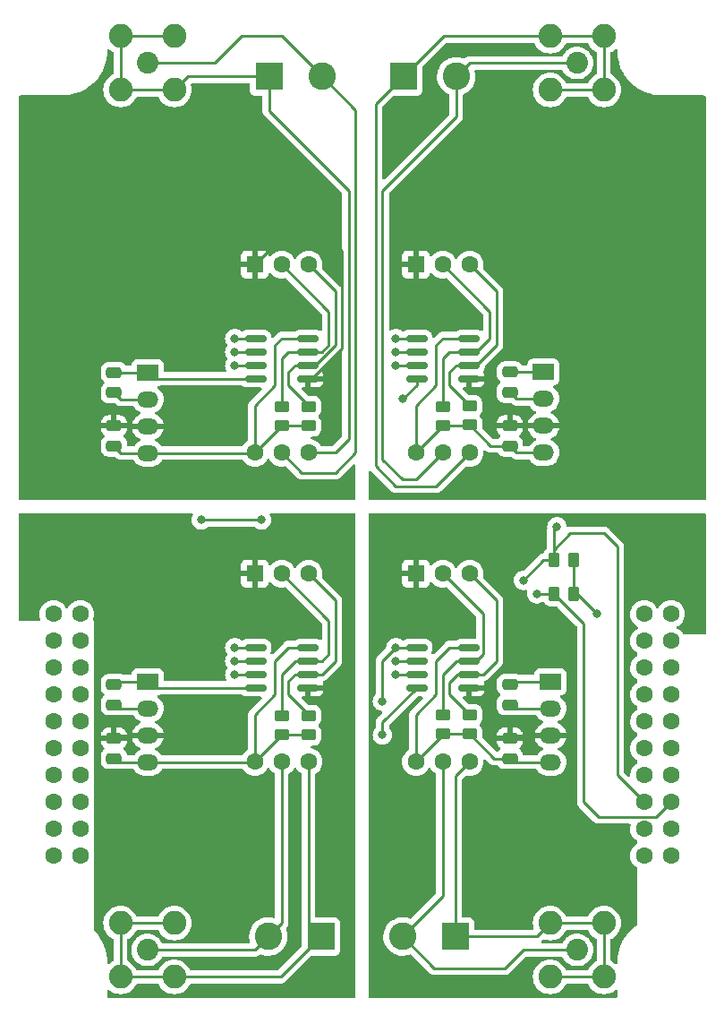
<source format=gtl>
G04 #@! TF.GenerationSoftware,KiCad,Pcbnew,(6.0.0)*
G04 #@! TF.CreationDate,2022-08-16T09:33:42-05:00*
G04 #@! TF.ProjectId,mayfly-atlas-shield,6d617966-6c79-42d6-9174-6c61732d7368,rev?*
G04 #@! TF.SameCoordinates,Original*
G04 #@! TF.FileFunction,Copper,L1,Top*
G04 #@! TF.FilePolarity,Positive*
%FSLAX46Y46*%
G04 Gerber Fmt 4.6, Leading zero omitted, Abs format (unit mm)*
G04 Created by KiCad (PCBNEW (6.0.0)) date 2022-08-16 09:33:42*
%MOMM*%
%LPD*%
G01*
G04 APERTURE LIST*
G04 Aperture macros list*
%AMRoundRect*
0 Rectangle with rounded corners*
0 $1 Rounding radius*
0 $2 $3 $4 $5 $6 $7 $8 $9 X,Y pos of 4 corners*
0 Add a 4 corners polygon primitive as box body*
4,1,4,$2,$3,$4,$5,$6,$7,$8,$9,$2,$3,0*
0 Add four circle primitives for the rounded corners*
1,1,$1+$1,$2,$3*
1,1,$1+$1,$4,$5*
1,1,$1+$1,$6,$7*
1,1,$1+$1,$8,$9*
0 Add four rect primitives between the rounded corners*
20,1,$1+$1,$2,$3,$4,$5,0*
20,1,$1+$1,$4,$5,$6,$7,0*
20,1,$1+$1,$6,$7,$8,$9,0*
20,1,$1+$1,$8,$9,$2,$3,0*%
G04 Aperture macros list end*
G04 #@! TA.AperFunction,SMDPad,CuDef*
%ADD10RoundRect,0.250000X-0.450000X0.262500X-0.450000X-0.262500X0.450000X-0.262500X0.450000X0.262500X0*%
G04 #@! TD*
G04 #@! TA.AperFunction,SMDPad,CuDef*
%ADD11RoundRect,0.250000X-0.262500X-0.450000X0.262500X-0.450000X0.262500X0.450000X-0.262500X0.450000X0*%
G04 #@! TD*
G04 #@! TA.AperFunction,ComponentPad*
%ADD12C,1.600000*%
G04 #@! TD*
G04 #@! TA.AperFunction,ComponentPad*
%ADD13R,1.600000X1.600000*%
G04 #@! TD*
G04 #@! TA.AperFunction,SMDPad,CuDef*
%ADD14RoundRect,0.150000X-0.825000X-0.150000X0.825000X-0.150000X0.825000X0.150000X-0.825000X0.150000X0*%
G04 #@! TD*
G04 #@! TA.AperFunction,ComponentPad*
%ADD15C,2.050000*%
G04 #@! TD*
G04 #@! TA.AperFunction,ComponentPad*
%ADD16C,2.250000*%
G04 #@! TD*
G04 #@! TA.AperFunction,ComponentPad*
%ADD17C,2.600000*%
G04 #@! TD*
G04 #@! TA.AperFunction,ComponentPad*
%ADD18R,2.600000X2.600000*%
G04 #@! TD*
G04 #@! TA.AperFunction,SMDPad,CuDef*
%ADD19RoundRect,0.250000X-0.475000X0.250000X-0.475000X-0.250000X0.475000X-0.250000X0.475000X0.250000X0*%
G04 #@! TD*
G04 #@! TA.AperFunction,SMDPad,CuDef*
%ADD20RoundRect,0.250000X0.475000X-0.250000X0.475000X0.250000X-0.475000X0.250000X-0.475000X-0.250000X0*%
G04 #@! TD*
G04 #@! TA.AperFunction,ComponentPad*
%ADD21R,2.000000X1.500000*%
G04 #@! TD*
G04 #@! TA.AperFunction,ComponentPad*
%ADD22O,2.000000X1.500000*%
G04 #@! TD*
G04 #@! TA.AperFunction,ViaPad*
%ADD23C,0.800000*%
G04 #@! TD*
G04 #@! TA.AperFunction,Conductor*
%ADD24C,0.250000*%
G04 #@! TD*
G04 APERTURE END LIST*
D10*
X110490000Y-136605000D03*
X110490000Y-138430000D03*
D11*
X133707500Y-121920000D03*
X135532500Y-121920000D03*
D10*
X107950000Y-107395000D03*
X107950000Y-109220000D03*
D12*
X125730000Y-140970000D03*
X123190000Y-140970000D03*
X120650000Y-140970000D03*
D13*
X120650000Y-123190000D03*
D12*
X123190000Y-123190000D03*
X125730000Y-123190000D03*
D14*
X120715000Y-100965000D03*
X120715000Y-102235000D03*
X120715000Y-103505000D03*
X120715000Y-104775000D03*
X125665000Y-104775000D03*
X125665000Y-103505000D03*
X125665000Y-102235000D03*
X125665000Y-100965000D03*
D15*
X135890000Y-158750000D03*
D16*
X133350000Y-156210000D03*
X138430000Y-156210000D03*
X133350000Y-161290000D03*
X138430000Y-161290000D03*
D14*
X120715000Y-130175000D03*
X120715000Y-131445000D03*
X120715000Y-132715000D03*
X120715000Y-133985000D03*
X125665000Y-133985000D03*
X125665000Y-132715000D03*
X125665000Y-131445000D03*
X125665000Y-130175000D03*
D17*
X106680000Y-157480000D03*
D18*
X111680000Y-157480000D03*
D15*
X95250000Y-158750000D03*
D16*
X92710000Y-161290000D03*
X92710000Y-156210000D03*
X97790000Y-156210000D03*
X97790000Y-161290000D03*
D12*
X110490000Y-93980000D03*
X107950000Y-93980000D03*
D13*
X105410000Y-93980000D03*
D12*
X105410000Y-111760000D03*
X107950000Y-111760000D03*
X110490000Y-111760000D03*
D10*
X123190000Y-136525000D03*
X123190000Y-138350000D03*
D19*
X92075000Y-104187500D03*
X92075000Y-106087500D03*
D14*
X105475000Y-100965000D03*
X105475000Y-102235000D03*
X105475000Y-103505000D03*
X105475000Y-104775000D03*
X110425000Y-104775000D03*
X110425000Y-103505000D03*
X110425000Y-102235000D03*
X110425000Y-100965000D03*
D19*
X129540000Y-104140000D03*
X129540000Y-106040000D03*
D20*
X129540000Y-111120000D03*
X129540000Y-109220000D03*
D15*
X95250000Y-74930000D03*
D16*
X92710000Y-77470000D03*
X97790000Y-77470000D03*
X97790000Y-72390000D03*
X92710000Y-72390000D03*
D20*
X129540000Y-140650000D03*
X129540000Y-138750000D03*
D21*
X133387500Y-133397500D03*
D22*
X133387500Y-135937500D03*
X133387500Y-138477500D03*
X133387500Y-141017500D03*
D10*
X125730000Y-107315000D03*
X125730000Y-109140000D03*
D20*
X92075000Y-111120000D03*
X92075000Y-109220000D03*
D10*
X107950000Y-136605000D03*
X107950000Y-138430000D03*
X110490000Y-107395000D03*
X110490000Y-109220000D03*
D12*
X110490000Y-123190000D03*
X107950000Y-123190000D03*
D13*
X105410000Y-123190000D03*
D12*
X105410000Y-140970000D03*
X107950000Y-140970000D03*
X110490000Y-140970000D03*
D19*
X92075000Y-133670000D03*
X92075000Y-135570000D03*
D21*
X95287500Y-133397500D03*
D22*
X95287500Y-135937500D03*
X95287500Y-138477500D03*
X95287500Y-141017500D03*
D15*
X135890000Y-74930000D03*
D16*
X133350000Y-77470000D03*
X133350000Y-72390000D03*
X138430000Y-72390000D03*
X138430000Y-77470000D03*
D17*
X119380000Y-157480000D03*
D18*
X124380000Y-157480000D03*
D20*
X92075000Y-140650000D03*
X92075000Y-138750000D03*
D21*
X95287500Y-104187500D03*
D22*
X95287500Y-106727500D03*
X95287500Y-109267500D03*
X95287500Y-111807500D03*
D17*
X124460000Y-76200000D03*
D18*
X119460000Y-76200000D03*
D12*
X125730000Y-93980000D03*
X123190000Y-93980000D03*
D13*
X120650000Y-93980000D03*
D12*
X120650000Y-111760000D03*
X123190000Y-111760000D03*
X125730000Y-111760000D03*
D21*
X132715000Y-104140000D03*
D22*
X132715000Y-106680000D03*
X132715000Y-109220000D03*
X132715000Y-111760000D03*
D17*
X111760000Y-76200000D03*
D18*
X106760000Y-76200000D03*
D14*
X105475000Y-130175000D03*
X105475000Y-131445000D03*
X105475000Y-132715000D03*
X105475000Y-133985000D03*
X110425000Y-133985000D03*
X110425000Y-132715000D03*
X110425000Y-131445000D03*
X110425000Y-130175000D03*
D12*
X142240000Y-127000000D03*
X142240000Y-129540000D03*
X142240000Y-132080000D03*
X142240000Y-134620000D03*
X142240000Y-137160000D03*
X142240000Y-139700000D03*
X142240000Y-142240000D03*
X142240000Y-144780000D03*
X142240000Y-147320000D03*
X142240000Y-149860000D03*
X144780000Y-149860000D03*
X144780000Y-147320000D03*
X144780000Y-144780000D03*
X144780000Y-142240000D03*
X144780000Y-139700000D03*
X144780000Y-137160000D03*
X144780000Y-134620000D03*
X144780000Y-132080000D03*
X144780000Y-129540000D03*
X144780000Y-127000000D03*
D19*
X129540000Y-133670000D03*
X129540000Y-135570000D03*
D10*
X123190000Y-107395000D03*
X123190000Y-109220000D03*
X125730000Y-136525000D03*
X125730000Y-138350000D03*
D11*
X133707500Y-125095000D03*
X135532500Y-125095000D03*
D12*
X86360000Y-127000000D03*
X86360000Y-129540000D03*
X86360000Y-132080000D03*
X86360000Y-134620000D03*
X86360000Y-137160000D03*
X86360000Y-139700000D03*
X86360000Y-142240000D03*
X86360000Y-144780000D03*
X86360000Y-147320000D03*
X86360000Y-149860000D03*
X88900000Y-149860000D03*
X88900000Y-147320000D03*
X88900000Y-144780000D03*
X88900000Y-142240000D03*
X88900000Y-139700000D03*
X88900000Y-137160000D03*
X88900000Y-134620000D03*
X88900000Y-132080000D03*
X88900000Y-129540000D03*
X88900000Y-127000000D03*
D23*
X106045000Y-118110000D03*
X119380000Y-106680000D03*
X100330000Y-118110000D03*
X117475000Y-138430000D03*
X118745000Y-130175000D03*
X137795000Y-127000000D03*
X103505000Y-100965000D03*
X118745000Y-100965000D03*
X103505000Y-130175000D03*
X117475000Y-135255000D03*
X118745000Y-102235000D03*
X103505000Y-102235000D03*
X130810000Y-123825000D03*
X103505000Y-131445000D03*
X133985000Y-118745000D03*
X118745000Y-131445000D03*
X118745000Y-132715000D03*
X103505000Y-132715000D03*
X103505000Y-103505000D03*
X118745000Y-103505000D03*
X132080000Y-125095000D03*
D24*
X110490000Y-136525000D02*
X108585000Y-134620000D01*
X108585000Y-134620000D02*
X108585000Y-133350000D01*
X110490000Y-136605000D02*
X110490000Y-136525000D01*
X113030000Y-131445000D02*
X113030000Y-125730000D01*
X110425000Y-132715000D02*
X111760000Y-132715000D01*
X108585000Y-133350000D02*
X109220000Y-132715000D01*
X113030000Y-125730000D02*
X110490000Y-123190000D01*
X109220000Y-132715000D02*
X110425000Y-132715000D01*
X111760000Y-132715000D02*
X113030000Y-131445000D01*
X107950000Y-132715000D02*
X109220000Y-131445000D01*
X111760000Y-131445000D02*
X112395000Y-130810000D01*
X112395000Y-130810000D02*
X112395000Y-127635000D01*
X112395000Y-127635000D02*
X107950000Y-123190000D01*
X107950000Y-136525000D02*
X107950000Y-132715000D01*
X110425000Y-131445000D02*
X111760000Y-131445000D01*
X109220000Y-131445000D02*
X110425000Y-131445000D01*
X92347500Y-138477500D02*
X95287500Y-138477500D01*
X92075000Y-138750000D02*
X92347500Y-138477500D01*
X105410000Y-140970000D02*
X105410000Y-136525000D01*
X105410000Y-140970000D02*
X107950000Y-138430000D01*
X92442500Y-141017500D02*
X95287500Y-141017500D01*
X108585000Y-130175000D02*
X110425000Y-130175000D01*
X107315000Y-134620000D02*
X107315000Y-131445000D01*
X107315000Y-131445000D02*
X108585000Y-130175000D01*
X105410000Y-136525000D02*
X107315000Y-134620000D01*
X92075000Y-140650000D02*
X92442500Y-141017500D01*
X95287500Y-141017500D02*
X105362500Y-141017500D01*
X105362500Y-141017500D02*
X105410000Y-140970000D01*
X107950000Y-138430000D02*
X110490000Y-138430000D01*
X129090480Y-160469520D02*
X122369520Y-160469520D01*
X123190000Y-140970000D02*
X123190000Y-153670000D01*
X130810000Y-158750000D02*
X129090480Y-160469520D01*
X122369520Y-160469520D02*
X119380000Y-157480000D01*
X123190000Y-153670000D02*
X119380000Y-157480000D01*
X135890000Y-158750000D02*
X130810000Y-158750000D01*
X138430000Y-161290000D02*
X133350000Y-161290000D01*
X124380000Y-157480000D02*
X124380000Y-142320000D01*
X124380000Y-142320000D02*
X125730000Y-140970000D01*
X132080000Y-157480000D02*
X133350000Y-156210000D01*
X138430000Y-156210000D02*
X138430000Y-161290000D01*
X124380000Y-157480000D02*
X132080000Y-157480000D01*
X133350000Y-156210000D02*
X138430000Y-156210000D01*
X128270000Y-125730000D02*
X125730000Y-123190000D01*
X127000000Y-132715000D02*
X128270000Y-131445000D01*
X128270000Y-131445000D02*
X128270000Y-125730000D01*
X125730000Y-136525000D02*
X123825000Y-134620000D01*
X123825000Y-133477000D02*
X124587000Y-132715000D01*
X123825000Y-134620000D02*
X123825000Y-133477000D01*
X125665000Y-132715000D02*
X127000000Y-132715000D01*
X124587000Y-132715000D02*
X125665000Y-132715000D01*
X123190000Y-136525000D02*
X123190000Y-132715000D01*
X127000000Y-127000000D02*
X123190000Y-123190000D01*
X123190000Y-132715000D02*
X124460000Y-131445000D01*
X126365000Y-131445000D02*
X127000000Y-130810000D01*
X127000000Y-130810000D02*
X127000000Y-127000000D01*
X125665000Y-131445000D02*
X126365000Y-131445000D01*
X124460000Y-131445000D02*
X125665000Y-131445000D01*
X129812500Y-138477500D02*
X129540000Y-138750000D01*
X133387500Y-138477500D02*
X129812500Y-138477500D01*
X123190000Y-138350000D02*
X125730000Y-138350000D01*
X129540000Y-140650000D02*
X128030000Y-140650000D01*
X120650000Y-140970000D02*
X120650000Y-136525000D01*
X123190000Y-138430000D02*
X123190000Y-138350000D01*
X123825000Y-130175000D02*
X125665000Y-130175000D01*
X120650000Y-136525000D02*
X122555000Y-134620000D01*
X122555000Y-131445000D02*
X123825000Y-130175000D01*
X120650000Y-140970000D02*
X123190000Y-138430000D01*
X122555000Y-134620000D02*
X122555000Y-131445000D01*
X129907500Y-141017500D02*
X129540000Y-140650000D01*
X133387500Y-141017500D02*
X129907500Y-141017500D01*
X128030000Y-140650000D02*
X125730000Y-138350000D01*
X120650000Y-114300000D02*
X119380000Y-114300000D01*
X124460000Y-80010000D02*
X117475000Y-86995000D01*
X123190000Y-111760000D02*
X120650000Y-114300000D01*
X117475000Y-112395000D02*
X117475000Y-86995000D01*
X125730000Y-74930000D02*
X135890000Y-74930000D01*
X124460000Y-76200000D02*
X124460000Y-80010000D01*
X124460000Y-76200000D02*
X125730000Y-74930000D01*
X119380000Y-114300000D02*
X117475000Y-112395000D01*
X118745000Y-114935000D02*
X116840000Y-113030000D01*
X123270000Y-72390000D02*
X133350000Y-72390000D01*
X119460000Y-76200000D02*
X123270000Y-72390000D01*
X125730000Y-111760000D02*
X122555000Y-114935000D01*
X138430000Y-77470000D02*
X133350000Y-77470000D01*
X138430000Y-72390000D02*
X138430000Y-77470000D01*
X122555000Y-114935000D02*
X118745000Y-114935000D01*
X116840000Y-113030000D02*
X116840000Y-78820000D01*
X133350000Y-72390000D02*
X138430000Y-72390000D01*
X116840000Y-78820000D02*
X119460000Y-76200000D01*
X123825000Y-105410000D02*
X123825000Y-104140000D01*
X128270000Y-96520000D02*
X128270000Y-101600000D01*
X125730000Y-107315000D02*
X123825000Y-105410000D01*
X124460000Y-103505000D02*
X125665000Y-103505000D01*
X123825000Y-104140000D02*
X124460000Y-103505000D01*
X125730000Y-93980000D02*
X128270000Y-96520000D01*
X128270000Y-101600000D02*
X126365000Y-103505000D01*
X126365000Y-103505000D02*
X125665000Y-103505000D01*
X125665000Y-102235000D02*
X126365000Y-102235000D01*
X127635000Y-98425000D02*
X123190000Y-93980000D01*
X126365000Y-102235000D02*
X127635000Y-100965000D01*
X123190000Y-102870000D02*
X123825000Y-102235000D01*
X123190000Y-107395000D02*
X123190000Y-102870000D01*
X127635000Y-100965000D02*
X127635000Y-98425000D01*
X123825000Y-102235000D02*
X125665000Y-102235000D01*
X132715000Y-109220000D02*
X129540000Y-109220000D01*
X122555000Y-101600000D02*
X122555000Y-105410000D01*
X123190000Y-109220000D02*
X125650000Y-109220000D01*
X132715000Y-111760000D02*
X130180000Y-111760000D01*
X125650000Y-109220000D02*
X125730000Y-109140000D01*
X129540000Y-111120000D02*
X127710000Y-111120000D01*
X130180000Y-111760000D02*
X129540000Y-111120000D01*
X120650000Y-111760000D02*
X123190000Y-109220000D01*
X125665000Y-100965000D02*
X123190000Y-100965000D01*
X123190000Y-100965000D02*
X122555000Y-101600000D01*
X127710000Y-111120000D02*
X125730000Y-109140000D01*
X122555000Y-105410000D02*
X120650000Y-107315000D01*
X120650000Y-107315000D02*
X120650000Y-111760000D01*
X101600000Y-74930000D02*
X95250000Y-74930000D01*
X107950000Y-72390000D02*
X104140000Y-72390000D01*
X107950000Y-111760000D02*
X109855000Y-113665000D01*
X114935000Y-79375000D02*
X111760000Y-76200000D01*
X109855000Y-113665000D02*
X113030000Y-113665000D01*
X111760000Y-76200000D02*
X107950000Y-72390000D01*
X113030000Y-113665000D02*
X114935000Y-111760000D01*
X104140000Y-72390000D02*
X101600000Y-74930000D01*
X114935000Y-111760000D02*
X114935000Y-79375000D01*
X99060000Y-76200000D02*
X97790000Y-77470000D01*
X97790000Y-77470000D02*
X92710000Y-77470000D01*
X114300000Y-110490000D02*
X113030000Y-111760000D01*
X106760000Y-76200000D02*
X99060000Y-76200000D01*
X114300000Y-86995718D02*
X114300000Y-110490000D01*
X113030000Y-111760000D02*
X110490000Y-111760000D01*
X92710000Y-77470000D02*
X92710000Y-72390000D01*
X106760000Y-76200000D02*
X106760000Y-79455718D01*
X106760000Y-79455718D02*
X114300000Y-86995718D01*
X92710000Y-72390000D02*
X97790000Y-72390000D01*
X107950000Y-156210000D02*
X106680000Y-157480000D01*
X105410000Y-158750000D02*
X95250000Y-158750000D01*
X106680000Y-157480000D02*
X105410000Y-158750000D01*
X107950000Y-140970000D02*
X107950000Y-156210000D01*
X107870000Y-161290000D02*
X97790000Y-161290000D01*
X97790000Y-161290000D02*
X92710000Y-161290000D01*
X110490000Y-140970000D02*
X110490000Y-156290000D01*
X92710000Y-161290000D02*
X92710000Y-156210000D01*
X92710000Y-156210000D02*
X97790000Y-156210000D01*
X110490000Y-156290000D02*
X111680000Y-157480000D01*
X111680000Y-157480000D02*
X107870000Y-161290000D01*
X129540000Y-133670000D02*
X129812500Y-133397500D01*
X117475000Y-137225000D02*
X117475000Y-138430000D01*
X95287500Y-133397500D02*
X95875000Y-133985000D01*
X132715000Y-104140000D02*
X129540000Y-104140000D01*
X120715000Y-105345000D02*
X119380000Y-106680000D01*
X120715000Y-104775000D02*
X120715000Y-105345000D01*
X95287500Y-104187500D02*
X95875000Y-104775000D01*
X100330000Y-118110000D02*
X106045000Y-118110000D01*
X92075000Y-104187500D02*
X95287500Y-104187500D01*
X95875000Y-104775000D02*
X105475000Y-104775000D01*
X95875000Y-133985000D02*
X105475000Y-133985000D01*
X120715000Y-133985000D02*
X117475000Y-137225000D01*
X92347500Y-133397500D02*
X92075000Y-133670000D01*
X129812500Y-133397500D02*
X133387500Y-133397500D01*
X95287500Y-133397500D02*
X92347500Y-133397500D01*
X130180000Y-106680000D02*
X129540000Y-106040000D01*
X137795000Y-127000000D02*
X135890000Y-125095000D01*
X92715000Y-106727500D02*
X95287500Y-106727500D01*
X120715000Y-130175000D02*
X118745000Y-130175000D01*
X92442500Y-135937500D02*
X92075000Y-135570000D01*
X95287500Y-135937500D02*
X92442500Y-135937500D01*
X135890000Y-125095000D02*
X135532500Y-125095000D01*
X120715000Y-100965000D02*
X118745000Y-100965000D01*
X92075000Y-106087500D02*
X92715000Y-106727500D01*
X133387500Y-135937500D02*
X129907500Y-135937500D01*
X132715000Y-106680000D02*
X130180000Y-106680000D01*
X103505000Y-100965000D02*
X105475000Y-100965000D01*
X117475000Y-131445000D02*
X118745000Y-130175000D01*
X117475000Y-135255000D02*
X117475000Y-131445000D01*
X103505000Y-130175000D02*
X105475000Y-130175000D01*
X129907500Y-135937500D02*
X129540000Y-135570000D01*
X135532500Y-125095000D02*
X135532500Y-121920000D01*
X120715000Y-102235000D02*
X118745000Y-102235000D01*
X132715000Y-121920000D02*
X133707500Y-121920000D01*
X103505000Y-131445000D02*
X105475000Y-131445000D01*
X133707500Y-121920000D02*
X133707500Y-120927500D01*
X135255000Y-119380000D02*
X138430000Y-119380000D01*
X138430000Y-119380000D02*
X139700000Y-120650000D01*
X139700000Y-142240000D02*
X142240000Y-144780000D01*
X139700000Y-120650000D02*
X139700000Y-142240000D01*
X130810000Y-123825000D02*
X132715000Y-121920000D01*
X133707500Y-119022500D02*
X133985000Y-118745000D01*
X120715000Y-131445000D02*
X118745000Y-131445000D01*
X103505000Y-102235000D02*
X105475000Y-102235000D01*
X133707500Y-121920000D02*
X133707500Y-119022500D01*
X133707500Y-120927500D02*
X135255000Y-119380000D01*
X120715000Y-132715000D02*
X118745000Y-132715000D01*
X120715000Y-103505000D02*
X118745000Y-103505000D01*
X132080000Y-125095000D02*
X133707500Y-125095000D01*
X136525000Y-127912500D02*
X136525000Y-144780000D01*
X143365000Y-146195000D02*
X144780000Y-144780000D01*
X136525000Y-144780000D02*
X137940000Y-146195000D01*
X103505000Y-132715000D02*
X105475000Y-132715000D01*
X103505000Y-103505000D02*
X105475000Y-103505000D01*
X137940000Y-146195000D02*
X143365000Y-146195000D01*
X133707500Y-125095000D02*
X136525000Y-127912500D01*
X110425000Y-103505000D02*
X111125717Y-103505000D01*
X113030000Y-101600717D02*
X113030000Y-96520000D01*
X113030000Y-96520000D02*
X110490000Y-93980000D01*
X111125717Y-103505000D02*
X113030000Y-101600717D01*
X108585000Y-105410000D02*
X108585000Y-104140000D01*
X108585000Y-104140000D02*
X109220000Y-103505000D01*
X109220000Y-103505000D02*
X110425000Y-103505000D01*
X110490000Y-107395000D02*
X110490000Y-107315000D01*
X110490000Y-107315000D02*
X108585000Y-105410000D01*
X112395000Y-98425000D02*
X107950000Y-93980000D01*
X108585000Y-102235000D02*
X110425000Y-102235000D01*
X110425000Y-102235000D02*
X111760000Y-102235000D01*
X112395000Y-101600000D02*
X112395000Y-98425000D01*
X107950000Y-102870000D02*
X108585000Y-102235000D01*
X107950000Y-107395000D02*
X107950000Y-102870000D01*
X111760000Y-102235000D02*
X112395000Y-101600000D01*
X113665000Y-92710000D02*
X113030000Y-92075000D01*
X113665000Y-101911072D02*
X113665000Y-92710000D01*
X92075000Y-109220000D02*
X92122500Y-109267500D01*
X113030000Y-92075000D02*
X107315000Y-92075000D01*
X110801072Y-104775000D02*
X113665000Y-101911072D01*
X110425000Y-104775000D02*
X110801072Y-104775000D01*
X107315000Y-92075000D02*
X105410000Y-93980000D01*
X92122500Y-109267500D02*
X95287500Y-109267500D01*
X105410000Y-107315000D02*
X107315000Y-105410000D01*
X107950000Y-109220000D02*
X110490000Y-109220000D01*
X105410000Y-111760000D02*
X107950000Y-109220000D01*
X92075000Y-111120000D02*
X92762500Y-111807500D01*
X92762500Y-111807500D02*
X95287500Y-111807500D01*
X95287500Y-111807500D02*
X105362500Y-111807500D01*
X105362500Y-111807500D02*
X105410000Y-111760000D01*
X107315000Y-101600000D02*
X107950000Y-100965000D01*
X105410000Y-111760000D02*
X105410000Y-107315000D01*
X107950000Y-100965000D02*
X110425000Y-100965000D01*
X107315000Y-105410000D02*
X107315000Y-101600000D01*
G04 #@! TA.AperFunction,Conductor*
G36*
X91647830Y-73631016D02*
G01*
X91743119Y-73712401D01*
X91743124Y-73712404D01*
X91746884Y-73715616D01*
X91966113Y-73849960D01*
X91970683Y-73851853D01*
X91970691Y-73851857D01*
X91998717Y-73863465D01*
X92053998Y-73908012D01*
X92076500Y-73979874D01*
X92076500Y-75880126D01*
X92056498Y-75948247D01*
X91998717Y-75996535D01*
X91970691Y-76008143D01*
X91970683Y-76008147D01*
X91966113Y-76010040D01*
X91746884Y-76144384D01*
X91551369Y-76311369D01*
X91384384Y-76506884D01*
X91250040Y-76726113D01*
X91248147Y-76730683D01*
X91248145Y-76730687D01*
X91162420Y-76937646D01*
X91151645Y-76963660D01*
X91150490Y-76968472D01*
X91100145Y-77178175D01*
X91091622Y-77213674D01*
X91071449Y-77470000D01*
X91091622Y-77726326D01*
X91092776Y-77731133D01*
X91092777Y-77731139D01*
X91128474Y-77879827D01*
X91151645Y-77976340D01*
X91153538Y-77980911D01*
X91153539Y-77980913D01*
X91248144Y-78209309D01*
X91250040Y-78213887D01*
X91252626Y-78218107D01*
X91261125Y-78231976D01*
X91384384Y-78433116D01*
X91551369Y-78628631D01*
X91746884Y-78795616D01*
X91966113Y-78929960D01*
X91970683Y-78931853D01*
X91970687Y-78931855D01*
X92095703Y-78983638D01*
X92203660Y-79028355D01*
X92290502Y-79049204D01*
X92448861Y-79087223D01*
X92448867Y-79087224D01*
X92453674Y-79088378D01*
X92710000Y-79108551D01*
X92966326Y-79088378D01*
X92971133Y-79087224D01*
X92971139Y-79087223D01*
X93129498Y-79049204D01*
X93216340Y-79028355D01*
X93324297Y-78983638D01*
X93449313Y-78931855D01*
X93449317Y-78931853D01*
X93453887Y-78929960D01*
X93673116Y-78795616D01*
X93868631Y-78628631D01*
X94035616Y-78433116D01*
X94158875Y-78231976D01*
X94167374Y-78218107D01*
X94169960Y-78213887D01*
X94171855Y-78209313D01*
X94171857Y-78209309D01*
X94183465Y-78181283D01*
X94228012Y-78126002D01*
X94299874Y-78103500D01*
X96200126Y-78103500D01*
X96268247Y-78123502D01*
X96316535Y-78181283D01*
X96328143Y-78209309D01*
X96328145Y-78209313D01*
X96330040Y-78213887D01*
X96332626Y-78218107D01*
X96341125Y-78231976D01*
X96464384Y-78433116D01*
X96631369Y-78628631D01*
X96826884Y-78795616D01*
X97046113Y-78929960D01*
X97050683Y-78931853D01*
X97050687Y-78931855D01*
X97175703Y-78983638D01*
X97283660Y-79028355D01*
X97370502Y-79049204D01*
X97528861Y-79087223D01*
X97528867Y-79087224D01*
X97533674Y-79088378D01*
X97790000Y-79108551D01*
X98046326Y-79088378D01*
X98051133Y-79087224D01*
X98051139Y-79087223D01*
X98209498Y-79049204D01*
X98296340Y-79028355D01*
X98404297Y-78983638D01*
X98529313Y-78931855D01*
X98529317Y-78931853D01*
X98533887Y-78929960D01*
X98753116Y-78795616D01*
X98948631Y-78628631D01*
X99115616Y-78433116D01*
X99238875Y-78231976D01*
X99247374Y-78218107D01*
X99249960Y-78213887D01*
X99251857Y-78209309D01*
X99346461Y-77980913D01*
X99346462Y-77980911D01*
X99348355Y-77976340D01*
X99371526Y-77879827D01*
X99407223Y-77731139D01*
X99407224Y-77731133D01*
X99408378Y-77726326D01*
X99428551Y-77470000D01*
X99408378Y-77213674D01*
X99399856Y-77178175D01*
X99354418Y-76988914D01*
X99357965Y-76918006D01*
X99399285Y-76860272D01*
X99465259Y-76834042D01*
X99476937Y-76833500D01*
X104825500Y-76833500D01*
X104893621Y-76853502D01*
X104940114Y-76907158D01*
X104951500Y-76959500D01*
X104951500Y-77548134D01*
X104958255Y-77610316D01*
X105009385Y-77746705D01*
X105096739Y-77863261D01*
X105213295Y-77950615D01*
X105349684Y-78001745D01*
X105411866Y-78008500D01*
X106000500Y-78008500D01*
X106068621Y-78028502D01*
X106115114Y-78082158D01*
X106126500Y-78134500D01*
X106126500Y-79376951D01*
X106125973Y-79388134D01*
X106124298Y-79395627D01*
X106124547Y-79403553D01*
X106124547Y-79403554D01*
X106126438Y-79463704D01*
X106126500Y-79467663D01*
X106126500Y-79495574D01*
X106126997Y-79499508D01*
X106126997Y-79499509D01*
X106127005Y-79499574D01*
X106127938Y-79511411D01*
X106129327Y-79555607D01*
X106134978Y-79575057D01*
X106138987Y-79594418D01*
X106141526Y-79614515D01*
X106144445Y-79621886D01*
X106144445Y-79621888D01*
X106157804Y-79655630D01*
X106161649Y-79666860D01*
X106173982Y-79709311D01*
X106178015Y-79716130D01*
X106178017Y-79716135D01*
X106184293Y-79726746D01*
X106192988Y-79744494D01*
X106200448Y-79763335D01*
X106205110Y-79769751D01*
X106205110Y-79769752D01*
X106226436Y-79799105D01*
X106232952Y-79809025D01*
X106255458Y-79847080D01*
X106269779Y-79861401D01*
X106282619Y-79876434D01*
X106294528Y-79892825D01*
X106300634Y-79897876D01*
X106328605Y-79921016D01*
X106337384Y-79929006D01*
X113629595Y-87221217D01*
X113663621Y-87283529D01*
X113666500Y-87310312D01*
X113666500Y-95956405D01*
X113646498Y-96024526D01*
X113592842Y-96071019D01*
X113522568Y-96081123D01*
X113457988Y-96051629D01*
X113451405Y-96045500D01*
X111799152Y-94393247D01*
X111765126Y-94330935D01*
X111766540Y-94271541D01*
X111772969Y-94247548D01*
X111783543Y-94208087D01*
X111803498Y-93980000D01*
X111783543Y-93751913D01*
X111775028Y-93720135D01*
X111725707Y-93536067D01*
X111725706Y-93536065D01*
X111724284Y-93530757D01*
X111645805Y-93362457D01*
X111629849Y-93328238D01*
X111629846Y-93328233D01*
X111627523Y-93323251D01*
X111554098Y-93218389D01*
X111499357Y-93140211D01*
X111499355Y-93140208D01*
X111496198Y-93135700D01*
X111334300Y-92973802D01*
X111329792Y-92970645D01*
X111329789Y-92970643D01*
X111251611Y-92915902D01*
X111146749Y-92842477D01*
X111141767Y-92840154D01*
X111141762Y-92840151D01*
X110944225Y-92748039D01*
X110944224Y-92748039D01*
X110939243Y-92745716D01*
X110933935Y-92744294D01*
X110933933Y-92744293D01*
X110723402Y-92687881D01*
X110723400Y-92687881D01*
X110718087Y-92686457D01*
X110490000Y-92666502D01*
X110261913Y-92686457D01*
X110256600Y-92687881D01*
X110256598Y-92687881D01*
X110046067Y-92744293D01*
X110046065Y-92744294D01*
X110040757Y-92745716D01*
X110035776Y-92748039D01*
X110035775Y-92748039D01*
X109838238Y-92840151D01*
X109838233Y-92840154D01*
X109833251Y-92842477D01*
X109728389Y-92915902D01*
X109650211Y-92970643D01*
X109650208Y-92970645D01*
X109645700Y-92973802D01*
X109483802Y-93135700D01*
X109480645Y-93140208D01*
X109480643Y-93140211D01*
X109425902Y-93218389D01*
X109352477Y-93323251D01*
X109350154Y-93328233D01*
X109350151Y-93328238D01*
X109334195Y-93362457D01*
X109287278Y-93415742D01*
X109219001Y-93435203D01*
X109151041Y-93414661D01*
X109105805Y-93362457D01*
X109089849Y-93328238D01*
X109089846Y-93328233D01*
X109087523Y-93323251D01*
X109014098Y-93218389D01*
X108959357Y-93140211D01*
X108959355Y-93140208D01*
X108956198Y-93135700D01*
X108794300Y-92973802D01*
X108789792Y-92970645D01*
X108789789Y-92970643D01*
X108711611Y-92915902D01*
X108606749Y-92842477D01*
X108601767Y-92840154D01*
X108601762Y-92840151D01*
X108404225Y-92748039D01*
X108404224Y-92748039D01*
X108399243Y-92745716D01*
X108393935Y-92744294D01*
X108393933Y-92744293D01*
X108183402Y-92687881D01*
X108183400Y-92687881D01*
X108178087Y-92686457D01*
X107950000Y-92666502D01*
X107721913Y-92686457D01*
X107716600Y-92687881D01*
X107716598Y-92687881D01*
X107506067Y-92744293D01*
X107506065Y-92744294D01*
X107500757Y-92745716D01*
X107495776Y-92748039D01*
X107495775Y-92748039D01*
X107298238Y-92840151D01*
X107298233Y-92840154D01*
X107293251Y-92842477D01*
X107188389Y-92915902D01*
X107110211Y-92970643D01*
X107110208Y-92970645D01*
X107105700Y-92973802D01*
X106943802Y-93135700D01*
X106940643Y-93140211D01*
X106937108Y-93144424D01*
X106936140Y-93143612D01*
X106885506Y-93184090D01*
X106814887Y-93191404D01*
X106751524Y-93159376D01*
X106715536Y-93098177D01*
X106712480Y-93081099D01*
X106712105Y-93077648D01*
X106708479Y-93062396D01*
X106663324Y-92941946D01*
X106654786Y-92926351D01*
X106578285Y-92824276D01*
X106565724Y-92811715D01*
X106463649Y-92735214D01*
X106448054Y-92726676D01*
X106327606Y-92681522D01*
X106312351Y-92677895D01*
X106261486Y-92672369D01*
X106254672Y-92672000D01*
X105682115Y-92672000D01*
X105666876Y-92676475D01*
X105665671Y-92677865D01*
X105664000Y-92685548D01*
X105664000Y-95269884D01*
X105668475Y-95285123D01*
X105669865Y-95286328D01*
X105677548Y-95287999D01*
X106254669Y-95287999D01*
X106261490Y-95287629D01*
X106312352Y-95282105D01*
X106327604Y-95278479D01*
X106448054Y-95233324D01*
X106463649Y-95224786D01*
X106565724Y-95148285D01*
X106578285Y-95135724D01*
X106654786Y-95033649D01*
X106663324Y-95018054D01*
X106708478Y-94897606D01*
X106712104Y-94882357D01*
X106712479Y-94878904D01*
X106713522Y-94876394D01*
X106713932Y-94874669D01*
X106714211Y-94874735D01*
X106739719Y-94813341D01*
X106798080Y-94772912D01*
X106869034Y-94770454D01*
X106930054Y-94806747D01*
X106939344Y-94818240D01*
X106940641Y-94819786D01*
X106943802Y-94824300D01*
X107105700Y-94986198D01*
X107110208Y-94989355D01*
X107110211Y-94989357D01*
X107151195Y-95018054D01*
X107293251Y-95117523D01*
X107298233Y-95119846D01*
X107298238Y-95119849D01*
X107495775Y-95211961D01*
X107500757Y-95214284D01*
X107506065Y-95215706D01*
X107506067Y-95215707D01*
X107716598Y-95272119D01*
X107716600Y-95272119D01*
X107721913Y-95273543D01*
X107950000Y-95293498D01*
X108178087Y-95273543D01*
X108183398Y-95272120D01*
X108183409Y-95272118D01*
X108241541Y-95256541D01*
X108312517Y-95258230D01*
X108363248Y-95289152D01*
X111724595Y-98650499D01*
X111758621Y-98712811D01*
X111761500Y-98739594D01*
X111761500Y-100131561D01*
X111741498Y-100199682D01*
X111687842Y-100246175D01*
X111617568Y-100256279D01*
X111571364Y-100240016D01*
X111513601Y-100205855D01*
X111505990Y-100203644D01*
X111505988Y-100203643D01*
X111453769Y-100188472D01*
X111353831Y-100159438D01*
X111347426Y-100158934D01*
X111347421Y-100158933D01*
X111318958Y-100156693D01*
X111318950Y-100156693D01*
X111316502Y-100156500D01*
X109533498Y-100156500D01*
X109531050Y-100156693D01*
X109531042Y-100156693D01*
X109502579Y-100158933D01*
X109502574Y-100158934D01*
X109496169Y-100159438D01*
X109396231Y-100188472D01*
X109344012Y-100203643D01*
X109344010Y-100203644D01*
X109336399Y-100205855D01*
X109329572Y-100209892D01*
X109329573Y-100209892D01*
X109200020Y-100286509D01*
X109200017Y-100286511D01*
X109193193Y-100290547D01*
X109187585Y-100296155D01*
X109181325Y-100301011D01*
X109180156Y-100299504D01*
X109126833Y-100328621D01*
X109100050Y-100331500D01*
X108028768Y-100331500D01*
X108017585Y-100330973D01*
X108010092Y-100329298D01*
X108002166Y-100329547D01*
X108002165Y-100329547D01*
X107942002Y-100331438D01*
X107938044Y-100331500D01*
X107910144Y-100331500D01*
X107906154Y-100332004D01*
X107894320Y-100332936D01*
X107850111Y-100334326D01*
X107842495Y-100336539D01*
X107842493Y-100336539D01*
X107830652Y-100339979D01*
X107811293Y-100343988D01*
X107809983Y-100344154D01*
X107791203Y-100346526D01*
X107783837Y-100349442D01*
X107783831Y-100349444D01*
X107750098Y-100362800D01*
X107738868Y-100366645D01*
X107704017Y-100376770D01*
X107696407Y-100378981D01*
X107689584Y-100383016D01*
X107678966Y-100389295D01*
X107661213Y-100397992D01*
X107653568Y-100401019D01*
X107642383Y-100405448D01*
X107635968Y-100410109D01*
X107606612Y-100431437D01*
X107596695Y-100437951D01*
X107558638Y-100460458D01*
X107544317Y-100474779D01*
X107529284Y-100487619D01*
X107512893Y-100499528D01*
X107486516Y-100531413D01*
X107484712Y-100533593D01*
X107476722Y-100542374D01*
X107173595Y-100845500D01*
X107111283Y-100879525D01*
X107040467Y-100874460D01*
X106983632Y-100831913D01*
X106958821Y-100765393D01*
X106958500Y-100756404D01*
X106958500Y-100748498D01*
X106955562Y-100711169D01*
X106921360Y-100593444D01*
X106911357Y-100559012D01*
X106911356Y-100559010D01*
X106909145Y-100551399D01*
X106839582Y-100433774D01*
X106828491Y-100415020D01*
X106828489Y-100415017D01*
X106824453Y-100408193D01*
X106706807Y-100290547D01*
X106699983Y-100286511D01*
X106699980Y-100286509D01*
X106570427Y-100209892D01*
X106570428Y-100209892D01*
X106563601Y-100205855D01*
X106555990Y-100203644D01*
X106555988Y-100203643D01*
X106503769Y-100188472D01*
X106403831Y-100159438D01*
X106397426Y-100158934D01*
X106397421Y-100158933D01*
X106368958Y-100156693D01*
X106368950Y-100156693D01*
X106366502Y-100156500D01*
X104583498Y-100156500D01*
X104581050Y-100156693D01*
X104581042Y-100156693D01*
X104552579Y-100158933D01*
X104552574Y-100158934D01*
X104546169Y-100159438D01*
X104446231Y-100188472D01*
X104394012Y-100203643D01*
X104394010Y-100203644D01*
X104386399Y-100205855D01*
X104379572Y-100209892D01*
X104379573Y-100209892D01*
X104247804Y-100287820D01*
X104178988Y-100305280D01*
X104109604Y-100281303D01*
X103967094Y-100177763D01*
X103967093Y-100177762D01*
X103961752Y-100173882D01*
X103955724Y-100171198D01*
X103955722Y-100171197D01*
X103793319Y-100098891D01*
X103793318Y-100098891D01*
X103787288Y-100096206D01*
X103693888Y-100076353D01*
X103606944Y-100057872D01*
X103606939Y-100057872D01*
X103600487Y-100056500D01*
X103409513Y-100056500D01*
X103403061Y-100057872D01*
X103403056Y-100057872D01*
X103316112Y-100076353D01*
X103222712Y-100096206D01*
X103216682Y-100098891D01*
X103216681Y-100098891D01*
X103054278Y-100171197D01*
X103054276Y-100171198D01*
X103048248Y-100173882D01*
X102893747Y-100286134D01*
X102889326Y-100291044D01*
X102889325Y-100291045D01*
X102777698Y-100415020D01*
X102765960Y-100428056D01*
X102670473Y-100593444D01*
X102611458Y-100775072D01*
X102591496Y-100965000D01*
X102611458Y-101154928D01*
X102670473Y-101336556D01*
X102765960Y-101501944D01*
X102778338Y-101515691D01*
X102809054Y-101579697D01*
X102800290Y-101650150D01*
X102778339Y-101684307D01*
X102765960Y-101698056D01*
X102762659Y-101703774D01*
X102686447Y-101835777D01*
X102670473Y-101863444D01*
X102611458Y-102045072D01*
X102610768Y-102051633D01*
X102610768Y-102051635D01*
X102606952Y-102087942D01*
X102591496Y-102235000D01*
X102611458Y-102424928D01*
X102670473Y-102606556D01*
X102765960Y-102771944D01*
X102778338Y-102785691D01*
X102809054Y-102849697D01*
X102800290Y-102920150D01*
X102778339Y-102954307D01*
X102765960Y-102968056D01*
X102670473Y-103133444D01*
X102611458Y-103315072D01*
X102610768Y-103321633D01*
X102610768Y-103321635D01*
X102595240Y-103469380D01*
X102591496Y-103505000D01*
X102592186Y-103511565D01*
X102608871Y-103670311D01*
X102611458Y-103694928D01*
X102670473Y-103876556D01*
X102673776Y-103882278D01*
X102673777Y-103882279D01*
X102714319Y-103952500D01*
X102731057Y-104021496D01*
X102707836Y-104088587D01*
X102652029Y-104132474D01*
X102605200Y-104141500D01*
X96922000Y-104141500D01*
X96853879Y-104121498D01*
X96807386Y-104067842D01*
X96796000Y-104015500D01*
X96796000Y-103389366D01*
X96789245Y-103327184D01*
X96738115Y-103190795D01*
X96650761Y-103074239D01*
X96534205Y-102986885D01*
X96397816Y-102935755D01*
X96335634Y-102929000D01*
X94239366Y-102929000D01*
X94177184Y-102935755D01*
X94040795Y-102986885D01*
X93924239Y-103074239D01*
X93836885Y-103190795D01*
X93785755Y-103327184D01*
X93779000Y-103389366D01*
X93779000Y-103428000D01*
X93758998Y-103496121D01*
X93705342Y-103542614D01*
X93653000Y-103554000D01*
X93274899Y-103554000D01*
X93206778Y-103533998D01*
X93167755Y-103494303D01*
X93152332Y-103469380D01*
X93148478Y-103463152D01*
X93023303Y-103338195D01*
X92975606Y-103308794D01*
X92878968Y-103249225D01*
X92878966Y-103249224D01*
X92872738Y-103245385D01*
X92712254Y-103192155D01*
X92711389Y-103191868D01*
X92711387Y-103191868D01*
X92704861Y-103189703D01*
X92698025Y-103189003D01*
X92698022Y-103189002D01*
X92654969Y-103184591D01*
X92600400Y-103179000D01*
X91549600Y-103179000D01*
X91546354Y-103179337D01*
X91546350Y-103179337D01*
X91450692Y-103189262D01*
X91450688Y-103189263D01*
X91443834Y-103189974D01*
X91437298Y-103192155D01*
X91437296Y-103192155D01*
X91416171Y-103199203D01*
X91276054Y-103245950D01*
X91125652Y-103339022D01*
X91000695Y-103464197D01*
X90996855Y-103470427D01*
X90996854Y-103470428D01*
X90915635Y-103602190D01*
X90907885Y-103614762D01*
X90905581Y-103621709D01*
X90871667Y-103723958D01*
X90852203Y-103782639D01*
X90841500Y-103887100D01*
X90841500Y-104487900D01*
X90841837Y-104491146D01*
X90841837Y-104491150D01*
X90850940Y-104578879D01*
X90852474Y-104593666D01*
X90908450Y-104761446D01*
X91001522Y-104911848D01*
X91126697Y-105036805D01*
X91130916Y-105039406D01*
X91171417Y-105096530D01*
X91174649Y-105167453D01*
X91139024Y-105228865D01*
X91131470Y-105235422D01*
X91125652Y-105239022D01*
X91000695Y-105364197D01*
X90996855Y-105370427D01*
X90996854Y-105370428D01*
X90950271Y-105446000D01*
X90907885Y-105514762D01*
X90886736Y-105578525D01*
X90858065Y-105664967D01*
X90852203Y-105682639D01*
X90841500Y-105787100D01*
X90841500Y-106387900D01*
X90841837Y-106391146D01*
X90841837Y-106391150D01*
X90850056Y-106470357D01*
X90852474Y-106493666D01*
X90908450Y-106661446D01*
X91001522Y-106811848D01*
X91126697Y-106936805D01*
X91132927Y-106940645D01*
X91132928Y-106940646D01*
X91202773Y-106983699D01*
X91277262Y-107029615D01*
X91312184Y-107041198D01*
X91438611Y-107083132D01*
X91438613Y-107083132D01*
X91445139Y-107085297D01*
X91451975Y-107085997D01*
X91451978Y-107085998D01*
X91495031Y-107090409D01*
X91549600Y-107096000D01*
X92133133Y-107096000D01*
X92201254Y-107116002D01*
X92222608Y-107134936D01*
X92223000Y-107134518D01*
X92272667Y-107181158D01*
X92275509Y-107183913D01*
X92295231Y-107203635D01*
X92298355Y-107206058D01*
X92298359Y-107206062D01*
X92298424Y-107206112D01*
X92307445Y-107213817D01*
X92339679Y-107244086D01*
X92346627Y-107247905D01*
X92346629Y-107247907D01*
X92357432Y-107253846D01*
X92373959Y-107264702D01*
X92383698Y-107272257D01*
X92383700Y-107272258D01*
X92389960Y-107277114D01*
X92430540Y-107294674D01*
X92441188Y-107299891D01*
X92479940Y-107321195D01*
X92487616Y-107323166D01*
X92487619Y-107323167D01*
X92499562Y-107326233D01*
X92518266Y-107332637D01*
X92526588Y-107336238D01*
X92536855Y-107340681D01*
X92544678Y-107341920D01*
X92544688Y-107341923D01*
X92580524Y-107347599D01*
X92592144Y-107350005D01*
X92627289Y-107359028D01*
X92634970Y-107361000D01*
X92655224Y-107361000D01*
X92674934Y-107362551D01*
X92694943Y-107365720D01*
X92702835Y-107364974D01*
X92738961Y-107361559D01*
X92750819Y-107361000D01*
X93875053Y-107361000D01*
X93943174Y-107381002D01*
X93975015Y-107410296D01*
X94103961Y-107578341D01*
X94103965Y-107578345D01*
X94107377Y-107582792D01*
X94273536Y-107733985D01*
X94278283Y-107736963D01*
X94278286Y-107736965D01*
X94408886Y-107818889D01*
X94463844Y-107853364D01*
X94531878Y-107880714D01*
X94587620Y-107924678D01*
X94610745Y-107991803D01*
X94593908Y-108060774D01*
X94539124Y-108111345D01*
X94399597Y-108177897D01*
X94389984Y-108183582D01*
X94216733Y-108308075D01*
X94208267Y-108315383D01*
X94059808Y-108468582D01*
X94052765Y-108477279D01*
X93933781Y-108654344D01*
X93928395Y-108664142D01*
X93842643Y-108859490D01*
X93839078Y-108870082D01*
X93808876Y-108995884D01*
X93809581Y-109009970D01*
X93818460Y-109013500D01*
X96755911Y-109013500D01*
X96769893Y-109009395D01*
X96771386Y-108999772D01*
X96771334Y-108999527D01*
X96708602Y-108795617D01*
X96704381Y-108785271D01*
X96606529Y-108595686D01*
X96600543Y-108586255D01*
X96470668Y-108416999D01*
X96463107Y-108408776D01*
X96305306Y-108265188D01*
X96296406Y-108258433D01*
X96115685Y-108145066D01*
X96105719Y-108139989D01*
X96043142Y-108114833D01*
X95987397Y-108070867D01*
X95964272Y-108003742D01*
X95981109Y-107934771D01*
X96035893Y-107884200D01*
X96096164Y-107855452D01*
X96180718Y-107815122D01*
X96363154Y-107684029D01*
X96466481Y-107577404D01*
X96515589Y-107526729D01*
X96515591Y-107526726D01*
X96519492Y-107522701D01*
X96644790Y-107336238D01*
X96735088Y-107130533D01*
X96740478Y-107108085D01*
X96786222Y-106917546D01*
X96786222Y-106917545D01*
X96787532Y-106912089D01*
X96793164Y-106814407D01*
X96800140Y-106693417D01*
X96800140Y-106693414D01*
X96800463Y-106687810D01*
X96773475Y-106464785D01*
X96707418Y-106250065D01*
X96604382Y-106050436D01*
X96467623Y-105872208D01*
X96301464Y-105721015D01*
X96296717Y-105718037D01*
X96296714Y-105718035D01*
X96240287Y-105682639D01*
X96234068Y-105678738D01*
X96186991Y-105625594D01*
X96176118Y-105555435D01*
X96204902Y-105490535D01*
X96264204Y-105451500D01*
X96301024Y-105446000D01*
X96335634Y-105446000D01*
X96397816Y-105439245D01*
X96458440Y-105416518D01*
X96502670Y-105408500D01*
X104150050Y-105408500D01*
X104218171Y-105428502D01*
X104231271Y-105439059D01*
X104231325Y-105438989D01*
X104237585Y-105443845D01*
X104243193Y-105449453D01*
X104250017Y-105453489D01*
X104250020Y-105453491D01*
X104341047Y-105507324D01*
X104386399Y-105534145D01*
X104394010Y-105536356D01*
X104394012Y-105536357D01*
X104417439Y-105543163D01*
X104546169Y-105580562D01*
X104552574Y-105581066D01*
X104552579Y-105581067D01*
X104581042Y-105583307D01*
X104581050Y-105583307D01*
X104583498Y-105583500D01*
X105941406Y-105583500D01*
X106009527Y-105603502D01*
X106056020Y-105657158D01*
X106066124Y-105727432D01*
X106036630Y-105792012D01*
X106030503Y-105798592D01*
X105017747Y-106811348D01*
X105009461Y-106818888D01*
X105002982Y-106823000D01*
X104997557Y-106828777D01*
X104956357Y-106872651D01*
X104953602Y-106875493D01*
X104933865Y-106895230D01*
X104931385Y-106898427D01*
X104923682Y-106907447D01*
X104893414Y-106939679D01*
X104889595Y-106946625D01*
X104889593Y-106946628D01*
X104883652Y-106957434D01*
X104872801Y-106973953D01*
X104860386Y-106989959D01*
X104857241Y-106997228D01*
X104857238Y-106997232D01*
X104842826Y-107030537D01*
X104837609Y-107041187D01*
X104816305Y-107079940D01*
X104812182Y-107096000D01*
X104811267Y-107099562D01*
X104804863Y-107118266D01*
X104801519Y-107125995D01*
X104796819Y-107136855D01*
X104795580Y-107144678D01*
X104795577Y-107144688D01*
X104789901Y-107180524D01*
X104787495Y-107192144D01*
X104784545Y-107203635D01*
X104776500Y-107234970D01*
X104776500Y-107255224D01*
X104774949Y-107274934D01*
X104771780Y-107294943D01*
X104772526Y-107302835D01*
X104775941Y-107338961D01*
X104776500Y-107350819D01*
X104776500Y-110540606D01*
X104756498Y-110608727D01*
X104722771Y-110643819D01*
X104570211Y-110750643D01*
X104570208Y-110750645D01*
X104565700Y-110753802D01*
X104403802Y-110915700D01*
X104272477Y-111103251D01*
X104270154Y-111108233D01*
X104268555Y-111111002D01*
X104217171Y-111159995D01*
X104159437Y-111174000D01*
X96699947Y-111174000D01*
X96631826Y-111153998D01*
X96599985Y-111124704D01*
X96471039Y-110956659D01*
X96471035Y-110956655D01*
X96467623Y-110952208D01*
X96301464Y-110801015D01*
X96296717Y-110798037D01*
X96296714Y-110798035D01*
X96115905Y-110684615D01*
X96111156Y-110681636D01*
X96043122Y-110654286D01*
X95987380Y-110610322D01*
X95964255Y-110543197D01*
X95981092Y-110474226D01*
X96035876Y-110423655D01*
X96175403Y-110357103D01*
X96185016Y-110351418D01*
X96358267Y-110226925D01*
X96366733Y-110219617D01*
X96515192Y-110066418D01*
X96522235Y-110057721D01*
X96641219Y-109880656D01*
X96646605Y-109870858D01*
X96732357Y-109675510D01*
X96735922Y-109664918D01*
X96766124Y-109539116D01*
X96765419Y-109525030D01*
X96756540Y-109521500D01*
X93819089Y-109521500D01*
X93805107Y-109525605D01*
X93803614Y-109535228D01*
X93803666Y-109535473D01*
X93866398Y-109739383D01*
X93870619Y-109749729D01*
X93968471Y-109939314D01*
X93974457Y-109948745D01*
X94104332Y-110118001D01*
X94111893Y-110126224D01*
X94269694Y-110269812D01*
X94278594Y-110276567D01*
X94459315Y-110389934D01*
X94469281Y-110395011D01*
X94531858Y-110420167D01*
X94587603Y-110464133D01*
X94610728Y-110531258D01*
X94593891Y-110600229D01*
X94539107Y-110650800D01*
X94394282Y-110719878D01*
X94211846Y-110850971D01*
X94055508Y-111012299D01*
X94052374Y-111016963D01*
X93984294Y-111118276D01*
X93929698Y-111163661D01*
X93879713Y-111174000D01*
X93434500Y-111174000D01*
X93366379Y-111153998D01*
X93319886Y-111100342D01*
X93308500Y-111048000D01*
X93308500Y-110819600D01*
X93306572Y-110801015D01*
X93298238Y-110720692D01*
X93298237Y-110720688D01*
X93297526Y-110713834D01*
X93241550Y-110546054D01*
X93148478Y-110395652D01*
X93023303Y-110270695D01*
X93018765Y-110267898D01*
X92978176Y-110210647D01*
X92974946Y-110139724D01*
X93010572Y-110078313D01*
X93019068Y-110070938D01*
X93029207Y-110062902D01*
X93143739Y-109948171D01*
X93152751Y-109936760D01*
X93237816Y-109798757D01*
X93243963Y-109785576D01*
X93295138Y-109631290D01*
X93298005Y-109617914D01*
X93307672Y-109523562D01*
X93308000Y-109517146D01*
X93308000Y-109492115D01*
X93303525Y-109476876D01*
X93302135Y-109475671D01*
X93294452Y-109474000D01*
X90860116Y-109474000D01*
X90844877Y-109478475D01*
X90843672Y-109479865D01*
X90842001Y-109487548D01*
X90842001Y-109517095D01*
X90842338Y-109523614D01*
X90852257Y-109619206D01*
X90855149Y-109632600D01*
X90906588Y-109786784D01*
X90912761Y-109799962D01*
X90998063Y-109937807D01*
X91007099Y-109949208D01*
X91121828Y-110063738D01*
X91130762Y-110070794D01*
X91171823Y-110128712D01*
X91175053Y-110199635D01*
X91139426Y-110261046D01*
X91131593Y-110267846D01*
X91125652Y-110271522D01*
X91000695Y-110396697D01*
X90996855Y-110402927D01*
X90996854Y-110402928D01*
X90959127Y-110464133D01*
X90907885Y-110547262D01*
X90852203Y-110715139D01*
X90841500Y-110819600D01*
X90841500Y-111420400D01*
X90841837Y-111423646D01*
X90841837Y-111423650D01*
X90849510Y-111497596D01*
X90852474Y-111526166D01*
X90908450Y-111693946D01*
X91001522Y-111844348D01*
X91126697Y-111969305D01*
X91132927Y-111973145D01*
X91132928Y-111973146D01*
X91239781Y-112039011D01*
X91277262Y-112062115D01*
X91346382Y-112085041D01*
X91438611Y-112115632D01*
X91438613Y-112115632D01*
X91445139Y-112117797D01*
X91451975Y-112118497D01*
X91451978Y-112118498D01*
X91484286Y-112121808D01*
X91549600Y-112128500D01*
X92135405Y-112128500D01*
X92203526Y-112148502D01*
X92224500Y-112165405D01*
X92258848Y-112199753D01*
X92266388Y-112208039D01*
X92270500Y-112214518D01*
X92276277Y-112219943D01*
X92320151Y-112261143D01*
X92322993Y-112263898D01*
X92342730Y-112283635D01*
X92345927Y-112286115D01*
X92354947Y-112293818D01*
X92387179Y-112324086D01*
X92394125Y-112327905D01*
X92394128Y-112327907D01*
X92404934Y-112333848D01*
X92421453Y-112344699D01*
X92437459Y-112357114D01*
X92444728Y-112360259D01*
X92444732Y-112360262D01*
X92478037Y-112374674D01*
X92488687Y-112379891D01*
X92527440Y-112401195D01*
X92535115Y-112403166D01*
X92535116Y-112403166D01*
X92547062Y-112406233D01*
X92565766Y-112412637D01*
X92575269Y-112416749D01*
X92584355Y-112420681D01*
X92592178Y-112421920D01*
X92592188Y-112421923D01*
X92628024Y-112427599D01*
X92639644Y-112430005D01*
X92674789Y-112439028D01*
X92682470Y-112441000D01*
X92702724Y-112441000D01*
X92722434Y-112442551D01*
X92742443Y-112445720D01*
X92750335Y-112444974D01*
X92786461Y-112441559D01*
X92798319Y-112441000D01*
X93875053Y-112441000D01*
X93943174Y-112461002D01*
X93975015Y-112490296D01*
X94103961Y-112658341D01*
X94103965Y-112658345D01*
X94107377Y-112662792D01*
X94273536Y-112813985D01*
X94278283Y-112816963D01*
X94278286Y-112816965D01*
X94406708Y-112897523D01*
X94463844Y-112933364D01*
X94672283Y-113017156D01*
X94892267Y-113062713D01*
X94896878Y-113062979D01*
X94896879Y-113062979D01*
X94947452Y-113065895D01*
X94947456Y-113065895D01*
X94949275Y-113066000D01*
X95594499Y-113066000D01*
X95597286Y-113065751D01*
X95597292Y-113065751D01*
X95667429Y-113059491D01*
X95761262Y-113051117D01*
X95766676Y-113049636D01*
X95766681Y-113049635D01*
X95906083Y-113011498D01*
X95977951Y-112991837D01*
X95983009Y-112989425D01*
X95983013Y-112989423D01*
X96100542Y-112933364D01*
X96180718Y-112895122D01*
X96363154Y-112764029D01*
X96519492Y-112602701D01*
X96590706Y-112496724D01*
X96645302Y-112451339D01*
X96695287Y-112441000D01*
X104223866Y-112441000D01*
X104291987Y-112461002D01*
X104327079Y-112494729D01*
X104400643Y-112599789D01*
X104403802Y-112604300D01*
X104565700Y-112766198D01*
X104570208Y-112769355D01*
X104570211Y-112769357D01*
X104617240Y-112802287D01*
X104753251Y-112897523D01*
X104758233Y-112899846D01*
X104758238Y-112899849D01*
X104950332Y-112989423D01*
X104960757Y-112994284D01*
X104966065Y-112995706D01*
X104966067Y-112995707D01*
X105176598Y-113052119D01*
X105176600Y-113052119D01*
X105181913Y-113053543D01*
X105410000Y-113073498D01*
X105638087Y-113053543D01*
X105643400Y-113052119D01*
X105643402Y-113052119D01*
X105853933Y-112995707D01*
X105853935Y-112995706D01*
X105859243Y-112994284D01*
X105869668Y-112989423D01*
X106061762Y-112899849D01*
X106061767Y-112899846D01*
X106066749Y-112897523D01*
X106202760Y-112802287D01*
X106249789Y-112769357D01*
X106249792Y-112769355D01*
X106254300Y-112766198D01*
X106416198Y-112604300D01*
X106420584Y-112598037D01*
X106516081Y-112461652D01*
X106547523Y-112416749D01*
X106549846Y-112411767D01*
X106549849Y-112411762D01*
X106565805Y-112377543D01*
X106612722Y-112324258D01*
X106680999Y-112304797D01*
X106748959Y-112325339D01*
X106794195Y-112377543D01*
X106810151Y-112411762D01*
X106810154Y-112411767D01*
X106812477Y-112416749D01*
X106843919Y-112461652D01*
X106939417Y-112598037D01*
X106943802Y-112604300D01*
X107105700Y-112766198D01*
X107110208Y-112769355D01*
X107110211Y-112769357D01*
X107157240Y-112802287D01*
X107293251Y-112897523D01*
X107298233Y-112899846D01*
X107298238Y-112899849D01*
X107490332Y-112989423D01*
X107500757Y-112994284D01*
X107506065Y-112995706D01*
X107506067Y-112995707D01*
X107716598Y-113052119D01*
X107716600Y-113052119D01*
X107721913Y-113053543D01*
X107950000Y-113073498D01*
X108178087Y-113053543D01*
X108183398Y-113052120D01*
X108183409Y-113052118D01*
X108241541Y-113036541D01*
X108312517Y-113038230D01*
X108363248Y-113069152D01*
X109351348Y-114057253D01*
X109358888Y-114065539D01*
X109363000Y-114072018D01*
X109368777Y-114077443D01*
X109412651Y-114118643D01*
X109415493Y-114121398D01*
X109435230Y-114141135D01*
X109438427Y-114143615D01*
X109447447Y-114151318D01*
X109479679Y-114181586D01*
X109486625Y-114185405D01*
X109486628Y-114185407D01*
X109497434Y-114191348D01*
X109513953Y-114202199D01*
X109529959Y-114214614D01*
X109537228Y-114217759D01*
X109537232Y-114217762D01*
X109570537Y-114232174D01*
X109581187Y-114237391D01*
X109619940Y-114258695D01*
X109627615Y-114260666D01*
X109627616Y-114260666D01*
X109639562Y-114263733D01*
X109658267Y-114270137D01*
X109676855Y-114278181D01*
X109684678Y-114279420D01*
X109684688Y-114279423D01*
X109720524Y-114285099D01*
X109732144Y-114287505D01*
X109763959Y-114295673D01*
X109774970Y-114298500D01*
X109795224Y-114298500D01*
X109814934Y-114300051D01*
X109834943Y-114303220D01*
X109842835Y-114302474D01*
X109861580Y-114300702D01*
X109878962Y-114299059D01*
X109890819Y-114298500D01*
X112951233Y-114298500D01*
X112962416Y-114299027D01*
X112969909Y-114300702D01*
X112977835Y-114300453D01*
X112977836Y-114300453D01*
X113037986Y-114298562D01*
X113041945Y-114298500D01*
X113069856Y-114298500D01*
X113073791Y-114298003D01*
X113073856Y-114297995D01*
X113085693Y-114297062D01*
X113117951Y-114296048D01*
X113121970Y-114295922D01*
X113129889Y-114295673D01*
X113149343Y-114290021D01*
X113168700Y-114286013D01*
X113180930Y-114284468D01*
X113180931Y-114284468D01*
X113188797Y-114283474D01*
X113196168Y-114280555D01*
X113196170Y-114280555D01*
X113229912Y-114267196D01*
X113241142Y-114263351D01*
X113275983Y-114253229D01*
X113275984Y-114253229D01*
X113283593Y-114251018D01*
X113290412Y-114246985D01*
X113290417Y-114246983D01*
X113301028Y-114240707D01*
X113318776Y-114232012D01*
X113337617Y-114224552D01*
X113373387Y-114198564D01*
X113383307Y-114192048D01*
X113414535Y-114173580D01*
X113414538Y-114173578D01*
X113421362Y-114169542D01*
X113435683Y-114155221D01*
X113450717Y-114142380D01*
X113460694Y-114135131D01*
X113467107Y-114130472D01*
X113495298Y-114096395D01*
X113503288Y-114087616D01*
X114719905Y-112871000D01*
X114782217Y-112836974D01*
X114853033Y-112842039D01*
X114909868Y-112884586D01*
X114934679Y-112951106D01*
X114935000Y-112960095D01*
X114935000Y-116079000D01*
X114914998Y-116147121D01*
X114861342Y-116193614D01*
X114809000Y-116205000D01*
X83184000Y-116205000D01*
X83115879Y-116184998D01*
X83069386Y-116131342D01*
X83058000Y-116079000D01*
X83058000Y-108947885D01*
X90842000Y-108947885D01*
X90846475Y-108963124D01*
X90847865Y-108964329D01*
X90855548Y-108966000D01*
X91802885Y-108966000D01*
X91818124Y-108961525D01*
X91819329Y-108960135D01*
X91821000Y-108952452D01*
X91821000Y-108947885D01*
X92329000Y-108947885D01*
X92333475Y-108963124D01*
X92334865Y-108964329D01*
X92342548Y-108966000D01*
X93289884Y-108966000D01*
X93305123Y-108961525D01*
X93306328Y-108960135D01*
X93307999Y-108952452D01*
X93307999Y-108922905D01*
X93307662Y-108916386D01*
X93297743Y-108820794D01*
X93294851Y-108807400D01*
X93243412Y-108653216D01*
X93237239Y-108640038D01*
X93151937Y-108502193D01*
X93142901Y-108490792D01*
X93028171Y-108376261D01*
X93016760Y-108367249D01*
X92878757Y-108282184D01*
X92865576Y-108276037D01*
X92711290Y-108224862D01*
X92697914Y-108221995D01*
X92603562Y-108212328D01*
X92597145Y-108212000D01*
X92347115Y-108212000D01*
X92331876Y-108216475D01*
X92330671Y-108217865D01*
X92329000Y-108225548D01*
X92329000Y-108947885D01*
X91821000Y-108947885D01*
X91821000Y-108230116D01*
X91816525Y-108214877D01*
X91815135Y-108213672D01*
X91807452Y-108212001D01*
X91552905Y-108212001D01*
X91546386Y-108212338D01*
X91450794Y-108222257D01*
X91437400Y-108225149D01*
X91283216Y-108276588D01*
X91270038Y-108282761D01*
X91132193Y-108368063D01*
X91120792Y-108377099D01*
X91006261Y-108491829D01*
X90997249Y-108503240D01*
X90912184Y-108641243D01*
X90906037Y-108654424D01*
X90854862Y-108808710D01*
X90851995Y-108822086D01*
X90842328Y-108916438D01*
X90842000Y-108922855D01*
X90842000Y-108947885D01*
X83058000Y-108947885D01*
X83058000Y-94824669D01*
X104102001Y-94824669D01*
X104102371Y-94831490D01*
X104107895Y-94882352D01*
X104111521Y-94897604D01*
X104156676Y-95018054D01*
X104165214Y-95033649D01*
X104241715Y-95135724D01*
X104254276Y-95148285D01*
X104356351Y-95224786D01*
X104371946Y-95233324D01*
X104492394Y-95278478D01*
X104507649Y-95282105D01*
X104558514Y-95287631D01*
X104565328Y-95288000D01*
X105137885Y-95288000D01*
X105153124Y-95283525D01*
X105154329Y-95282135D01*
X105156000Y-95274452D01*
X105156000Y-94252115D01*
X105151525Y-94236876D01*
X105150135Y-94235671D01*
X105142452Y-94234000D01*
X104120116Y-94234000D01*
X104104877Y-94238475D01*
X104103672Y-94239865D01*
X104102001Y-94247548D01*
X104102001Y-94824669D01*
X83058000Y-94824669D01*
X83058000Y-93707885D01*
X104102000Y-93707885D01*
X104106475Y-93723124D01*
X104107865Y-93724329D01*
X104115548Y-93726000D01*
X105137885Y-93726000D01*
X105153124Y-93721525D01*
X105154329Y-93720135D01*
X105156000Y-93712452D01*
X105156000Y-92690116D01*
X105151525Y-92674877D01*
X105150135Y-92673672D01*
X105142452Y-92672001D01*
X104565331Y-92672001D01*
X104558510Y-92672371D01*
X104507648Y-92677895D01*
X104492396Y-92681521D01*
X104371946Y-92726676D01*
X104356351Y-92735214D01*
X104254276Y-92811715D01*
X104241715Y-92824276D01*
X104165214Y-92926351D01*
X104156676Y-92941946D01*
X104111522Y-93062394D01*
X104107895Y-93077649D01*
X104102369Y-93128514D01*
X104102000Y-93135328D01*
X104102000Y-93707885D01*
X83058000Y-93707885D01*
X83058000Y-78281345D01*
X83059501Y-78261955D01*
X83061804Y-78247168D01*
X83061804Y-78247167D01*
X83063186Y-78238294D01*
X83062022Y-78229390D01*
X83062132Y-78220415D01*
X83062952Y-78220425D01*
X83063243Y-78198931D01*
X83067315Y-78173233D01*
X83079496Y-78135747D01*
X83097460Y-78100492D01*
X83120631Y-78068602D01*
X83148602Y-78040631D01*
X83180492Y-78017460D01*
X83215747Y-77999496D01*
X83253234Y-77987314D01*
X83267154Y-77985108D01*
X83278077Y-77983378D01*
X83297791Y-77981947D01*
X83305754Y-77983186D01*
X83314653Y-77982022D01*
X83314655Y-77982022D01*
X83337265Y-77979064D01*
X83353608Y-77978000D01*
X87195788Y-77978000D01*
X87216694Y-77979746D01*
X87231665Y-77982265D01*
X87231666Y-77982265D01*
X87236456Y-77983071D01*
X87242534Y-77983145D01*
X87244130Y-77983165D01*
X87244135Y-77983165D01*
X87248995Y-77983224D01*
X87253811Y-77982534D01*
X87258668Y-77982218D01*
X87258669Y-77982227D01*
X87262744Y-77981842D01*
X87633211Y-77964717D01*
X87633215Y-77964717D01*
X87636106Y-77964583D01*
X87778633Y-77944703D01*
X88017029Y-77911451D01*
X88017038Y-77911449D01*
X88019915Y-77911048D01*
X88022752Y-77910381D01*
X88022756Y-77910380D01*
X88394303Y-77822995D01*
X88394305Y-77822994D01*
X88397147Y-77822326D01*
X88764584Y-77699176D01*
X88767254Y-77697997D01*
X88767262Y-77697994D01*
X88965836Y-77610316D01*
X89119090Y-77542649D01*
X89320167Y-77430651D01*
X89455101Y-77355494D01*
X89455105Y-77355492D01*
X89457641Y-77354079D01*
X89777349Y-77135075D01*
X89779575Y-77133227D01*
X89779585Y-77133219D01*
X90073249Y-76889363D01*
X90073252Y-76889360D01*
X90075485Y-76887506D01*
X90349506Y-76613485D01*
X90351363Y-76611249D01*
X90595219Y-76317585D01*
X90595227Y-76317575D01*
X90597075Y-76315349D01*
X90816079Y-75995641D01*
X90840394Y-75951988D01*
X90907316Y-75831837D01*
X91004649Y-75657090D01*
X91095218Y-75451967D01*
X91159994Y-75305262D01*
X91159997Y-75305254D01*
X91161176Y-75302584D01*
X91284326Y-74935147D01*
X91286696Y-74925070D01*
X91372380Y-74560756D01*
X91372381Y-74560752D01*
X91373048Y-74557915D01*
X91373568Y-74554192D01*
X91426182Y-74176979D01*
X91426583Y-74174106D01*
X91443102Y-73816738D01*
X91443910Y-73809188D01*
X91443829Y-73809181D01*
X91444263Y-73804337D01*
X91445071Y-73799534D01*
X91445224Y-73786995D01*
X91441273Y-73759407D01*
X91440000Y-73741545D01*
X91440000Y-73726827D01*
X91460002Y-73658706D01*
X91513658Y-73612213D01*
X91583932Y-73602109D01*
X91647830Y-73631016D01*
G37*
G04 #@! TD.AperFunction*
G04 #@! TA.AperFunction,Conductor*
G36*
X113580802Y-102047202D02*
G01*
X113638946Y-102087942D01*
X113665835Y-102153650D01*
X113666500Y-102166583D01*
X113666500Y-110175405D01*
X113646498Y-110243526D01*
X113629595Y-110264500D01*
X112804500Y-111089595D01*
X112742188Y-111123621D01*
X112715405Y-111126500D01*
X111709394Y-111126500D01*
X111641273Y-111106498D01*
X111606181Y-111072771D01*
X111499357Y-110920211D01*
X111499355Y-110920208D01*
X111496198Y-110915700D01*
X111334300Y-110753802D01*
X111329792Y-110750645D01*
X111329789Y-110750643D01*
X111235491Y-110684615D01*
X111146749Y-110622477D01*
X111141767Y-110620154D01*
X111141762Y-110620151D01*
X110944225Y-110528039D01*
X110944224Y-110528039D01*
X110939243Y-110525716D01*
X110801124Y-110488707D01*
X110740502Y-110451755D01*
X110709480Y-110387894D01*
X110717909Y-110317400D01*
X110763112Y-110262653D01*
X110833736Y-110241000D01*
X110990400Y-110241000D01*
X110993646Y-110240663D01*
X110993650Y-110240663D01*
X111089308Y-110230738D01*
X111089312Y-110230737D01*
X111096166Y-110230026D01*
X111102702Y-110227845D01*
X111102704Y-110227845D01*
X111252451Y-110177885D01*
X111263946Y-110174050D01*
X111414348Y-110080978D01*
X111437565Y-110057721D01*
X111534134Y-109960983D01*
X111539305Y-109955803D01*
X111543656Y-109948745D01*
X111628275Y-109811468D01*
X111628276Y-109811466D01*
X111632115Y-109805238D01*
X111687797Y-109637361D01*
X111698500Y-109532900D01*
X111698500Y-108907100D01*
X111693560Y-108859490D01*
X111688238Y-108808192D01*
X111688237Y-108808188D01*
X111687526Y-108801334D01*
X111631550Y-108633554D01*
X111538478Y-108483152D01*
X111451891Y-108396716D01*
X111417812Y-108334434D01*
X111422815Y-108263614D01*
X111451736Y-108218525D01*
X111534134Y-108135983D01*
X111539305Y-108130803D01*
X111632115Y-107980238D01*
X111664697Y-107882005D01*
X111685632Y-107818889D01*
X111685632Y-107818887D01*
X111687797Y-107812361D01*
X111698500Y-107707900D01*
X111698500Y-107082100D01*
X111693716Y-107035989D01*
X111688238Y-106983192D01*
X111688237Y-106983188D01*
X111687526Y-106976334D01*
X111684118Y-106966117D01*
X111636370Y-106823000D01*
X111631550Y-106808554D01*
X111538478Y-106658152D01*
X111413303Y-106533195D01*
X111359782Y-106500204D01*
X111268968Y-106444225D01*
X111268966Y-106444224D01*
X111262738Y-106440385D01*
X111123500Y-106394202D01*
X111101389Y-106386868D01*
X111101387Y-106386868D01*
X111094861Y-106384703D01*
X111088025Y-106384003D01*
X111088022Y-106384002D01*
X111044969Y-106379591D01*
X110990400Y-106374000D01*
X110497095Y-106374000D01*
X110428974Y-106353998D01*
X110407999Y-106337095D01*
X109869000Y-105798095D01*
X109834975Y-105735783D01*
X109840040Y-105664967D01*
X109882587Y-105608132D01*
X109949107Y-105583321D01*
X109958096Y-105583000D01*
X110152885Y-105583000D01*
X110168124Y-105578525D01*
X110169329Y-105577135D01*
X110171000Y-105569452D01*
X110171000Y-105564884D01*
X110679000Y-105564884D01*
X110683475Y-105580123D01*
X110684865Y-105581328D01*
X110692548Y-105582999D01*
X111313984Y-105582999D01*
X111318920Y-105582805D01*
X111347336Y-105580570D01*
X111359931Y-105578270D01*
X111505790Y-105535893D01*
X111520221Y-105529648D01*
X111649678Y-105453089D01*
X111662104Y-105443449D01*
X111768449Y-105337104D01*
X111778089Y-105324678D01*
X111854648Y-105195221D01*
X111860893Y-105180790D01*
X111899939Y-105046395D01*
X111899899Y-105032294D01*
X111892630Y-105029000D01*
X110697115Y-105029000D01*
X110681876Y-105033475D01*
X110680671Y-105034865D01*
X110679000Y-105042548D01*
X110679000Y-105564884D01*
X110171000Y-105564884D01*
X110171000Y-104647000D01*
X110191002Y-104578879D01*
X110244658Y-104532386D01*
X110297000Y-104521000D01*
X111886878Y-104521000D01*
X111900409Y-104517027D01*
X111901544Y-104509129D01*
X111860893Y-104369210D01*
X111854648Y-104354779D01*
X111778089Y-104225323D01*
X111772129Y-104217640D01*
X111746180Y-104151556D01*
X111760078Y-104081933D01*
X111770421Y-104065839D01*
X111774453Y-104061807D01*
X111859145Y-103918601D01*
X111869698Y-103882279D01*
X111898645Y-103782639D01*
X111905562Y-103758831D01*
X111908500Y-103721502D01*
X111908500Y-103670311D01*
X111928502Y-103602190D01*
X111945405Y-103581216D01*
X112676925Y-102849697D01*
X113422253Y-102104369D01*
X113430539Y-102096829D01*
X113437018Y-102092717D01*
X113448649Y-102080331D01*
X113509862Y-102044365D01*
X113580802Y-102047202D01*
G37*
G04 #@! TD.AperFunction*
G04 #@! TA.AperFunction,Conductor*
G36*
X148024121Y-117495002D02*
G01*
X148070614Y-117548658D01*
X148082000Y-117601000D01*
X148082000Y-128779000D01*
X148061998Y-128847121D01*
X148008342Y-128893614D01*
X147956000Y-128905000D01*
X145998343Y-128905000D01*
X145930222Y-128884998D01*
X145895130Y-128851271D01*
X145789357Y-128700211D01*
X145789355Y-128700208D01*
X145786198Y-128695700D01*
X145624300Y-128533802D01*
X145619792Y-128530645D01*
X145619789Y-128530643D01*
X145541611Y-128475902D01*
X145436749Y-128402477D01*
X145431767Y-128400154D01*
X145431762Y-128400151D01*
X145397543Y-128384195D01*
X145344258Y-128337278D01*
X145324797Y-128269001D01*
X145345339Y-128201041D01*
X145397543Y-128155805D01*
X145431762Y-128139849D01*
X145431767Y-128139846D01*
X145436749Y-128137523D01*
X145541611Y-128064098D01*
X145619789Y-128009357D01*
X145619792Y-128009355D01*
X145624300Y-128006198D01*
X145786198Y-127844300D01*
X145821557Y-127793803D01*
X145882286Y-127707072D01*
X145917523Y-127656749D01*
X145919846Y-127651767D01*
X145919849Y-127651762D01*
X146011961Y-127454225D01*
X146011961Y-127454224D01*
X146014284Y-127449243D01*
X146015844Y-127443423D01*
X146072119Y-127233402D01*
X146072119Y-127233400D01*
X146073543Y-127228087D01*
X146093498Y-127000000D01*
X146073543Y-126771913D01*
X146041361Y-126651810D01*
X146015707Y-126556067D01*
X146015706Y-126556065D01*
X146014284Y-126550757D01*
X145960148Y-126434661D01*
X145919849Y-126348238D01*
X145919846Y-126348233D01*
X145917523Y-126343251D01*
X145823437Y-126208882D01*
X145789357Y-126160211D01*
X145789355Y-126160208D01*
X145786198Y-126155700D01*
X145624300Y-125993802D01*
X145619792Y-125990645D01*
X145619789Y-125990643D01*
X145472605Y-125887584D01*
X145436749Y-125862477D01*
X145431767Y-125860154D01*
X145431762Y-125860151D01*
X145234225Y-125768039D01*
X145234224Y-125768039D01*
X145229243Y-125765716D01*
X145223935Y-125764294D01*
X145223933Y-125764293D01*
X145013402Y-125707881D01*
X145013400Y-125707881D01*
X145008087Y-125706457D01*
X144780000Y-125686502D01*
X144551913Y-125706457D01*
X144546600Y-125707881D01*
X144546598Y-125707881D01*
X144336067Y-125764293D01*
X144336065Y-125764294D01*
X144330757Y-125765716D01*
X144325776Y-125768039D01*
X144325775Y-125768039D01*
X144128238Y-125860151D01*
X144128233Y-125860154D01*
X144123251Y-125862477D01*
X144087395Y-125887584D01*
X143940211Y-125990643D01*
X143940208Y-125990645D01*
X143935700Y-125993802D01*
X143773802Y-126155700D01*
X143770645Y-126160208D01*
X143770643Y-126160211D01*
X143736563Y-126208882D01*
X143642477Y-126343251D01*
X143640154Y-126348233D01*
X143640151Y-126348238D01*
X143624195Y-126382457D01*
X143577278Y-126435742D01*
X143509001Y-126455203D01*
X143441041Y-126434661D01*
X143395805Y-126382457D01*
X143379849Y-126348238D01*
X143379846Y-126348233D01*
X143377523Y-126343251D01*
X143283437Y-126208882D01*
X143249357Y-126160211D01*
X143249355Y-126160208D01*
X143246198Y-126155700D01*
X143084300Y-125993802D01*
X143079792Y-125990645D01*
X143079789Y-125990643D01*
X142932605Y-125887584D01*
X142896749Y-125862477D01*
X142891767Y-125860154D01*
X142891762Y-125860151D01*
X142694225Y-125768039D01*
X142694224Y-125768039D01*
X142689243Y-125765716D01*
X142683935Y-125764294D01*
X142683933Y-125764293D01*
X142473402Y-125707881D01*
X142473400Y-125707881D01*
X142468087Y-125706457D01*
X142240000Y-125686502D01*
X142011913Y-125706457D01*
X142006600Y-125707881D01*
X142006598Y-125707881D01*
X141796067Y-125764293D01*
X141796065Y-125764294D01*
X141790757Y-125765716D01*
X141785776Y-125768039D01*
X141785775Y-125768039D01*
X141588238Y-125860151D01*
X141588233Y-125860154D01*
X141583251Y-125862477D01*
X141547395Y-125887584D01*
X141400211Y-125990643D01*
X141400208Y-125990645D01*
X141395700Y-125993802D01*
X141233802Y-126155700D01*
X141230645Y-126160208D01*
X141230643Y-126160211D01*
X141196563Y-126208882D01*
X141102477Y-126343251D01*
X141100154Y-126348233D01*
X141100151Y-126348238D01*
X141059852Y-126434661D01*
X141005716Y-126550757D01*
X141004294Y-126556065D01*
X141004293Y-126556067D01*
X140978639Y-126651810D01*
X140946457Y-126771913D01*
X140926502Y-127000000D01*
X140946457Y-127228087D01*
X140947881Y-127233400D01*
X140947881Y-127233402D01*
X141004157Y-127443423D01*
X141005716Y-127449243D01*
X141008039Y-127454224D01*
X141008039Y-127454225D01*
X141100151Y-127651762D01*
X141100154Y-127651767D01*
X141102477Y-127656749D01*
X141137714Y-127707072D01*
X141198444Y-127793803D01*
X141233802Y-127844300D01*
X141395700Y-128006198D01*
X141400208Y-128009355D01*
X141400211Y-128009357D01*
X141478389Y-128064098D01*
X141583251Y-128137523D01*
X141588233Y-128139846D01*
X141588238Y-128139849D01*
X141622457Y-128155805D01*
X141675742Y-128202722D01*
X141695203Y-128270999D01*
X141674661Y-128338959D01*
X141622457Y-128384195D01*
X141588238Y-128400151D01*
X141588233Y-128400154D01*
X141583251Y-128402477D01*
X141478389Y-128475902D01*
X141400211Y-128530643D01*
X141400208Y-128530645D01*
X141395700Y-128533802D01*
X141233802Y-128695700D01*
X141102477Y-128883251D01*
X141100154Y-128888233D01*
X141100151Y-128888238D01*
X141096719Y-128895599D01*
X141005716Y-129090757D01*
X140946457Y-129311913D01*
X140926502Y-129540000D01*
X140946457Y-129768087D01*
X141005716Y-129989243D01*
X141008039Y-129994224D01*
X141008039Y-129994225D01*
X141100151Y-130191762D01*
X141100154Y-130191767D01*
X141102477Y-130196749D01*
X141233802Y-130384300D01*
X141395700Y-130546198D01*
X141400208Y-130549355D01*
X141400211Y-130549357D01*
X141551271Y-130655130D01*
X141595599Y-130710587D01*
X141605000Y-130758343D01*
X141605000Y-130861657D01*
X141584998Y-130929778D01*
X141551272Y-130964869D01*
X141493255Y-131005493D01*
X141400211Y-131070643D01*
X141400208Y-131070645D01*
X141395700Y-131073802D01*
X141233802Y-131235700D01*
X141230645Y-131240208D01*
X141230643Y-131240211D01*
X141177303Y-131316389D01*
X141102477Y-131423251D01*
X141100154Y-131428233D01*
X141100151Y-131428238D01*
X141008039Y-131625775D01*
X141005716Y-131630757D01*
X141004294Y-131636065D01*
X141004293Y-131636067D01*
X140959679Y-131802568D01*
X140946457Y-131851913D01*
X140926502Y-132080000D01*
X140946457Y-132308087D01*
X141005716Y-132529243D01*
X141008039Y-132534224D01*
X141008039Y-132534225D01*
X141100151Y-132731762D01*
X141100154Y-132731767D01*
X141102477Y-132736749D01*
X141233802Y-132924300D01*
X141395700Y-133086198D01*
X141400208Y-133089355D01*
X141400211Y-133089357D01*
X141411501Y-133097262D01*
X141547344Y-133192380D01*
X141551271Y-133195130D01*
X141595599Y-133250587D01*
X141605000Y-133298343D01*
X141605000Y-133401657D01*
X141584998Y-133469778D01*
X141551272Y-133504869D01*
X141484446Y-133551661D01*
X141400211Y-133610643D01*
X141400208Y-133610645D01*
X141395700Y-133613802D01*
X141233802Y-133775700D01*
X141102477Y-133963251D01*
X141100154Y-133968233D01*
X141100151Y-133968238D01*
X141036538Y-134104658D01*
X141005716Y-134170757D01*
X141004294Y-134176065D01*
X141004293Y-134176067D01*
X140948096Y-134385797D01*
X140946457Y-134391913D01*
X140926502Y-134620000D01*
X140946457Y-134848087D01*
X140947881Y-134853400D01*
X140947881Y-134853402D01*
X140987967Y-135003002D01*
X141005716Y-135069243D01*
X141008039Y-135074224D01*
X141008039Y-135074225D01*
X141100151Y-135271762D01*
X141100154Y-135271767D01*
X141102477Y-135276749D01*
X141175902Y-135381611D01*
X141227347Y-135455081D01*
X141233802Y-135464300D01*
X141395700Y-135626198D01*
X141400208Y-135629355D01*
X141400211Y-135629357D01*
X141551271Y-135735130D01*
X141595599Y-135790587D01*
X141605000Y-135838343D01*
X141605000Y-135941657D01*
X141584998Y-136009778D01*
X141551272Y-136044869D01*
X141493255Y-136085493D01*
X141400211Y-136150643D01*
X141400208Y-136150645D01*
X141395700Y-136153802D01*
X141233802Y-136315700D01*
X141230645Y-136320208D01*
X141230643Y-136320211D01*
X141179258Y-136393596D01*
X141102477Y-136503251D01*
X141100154Y-136508233D01*
X141100151Y-136508238D01*
X141067545Y-136578163D01*
X141005716Y-136710757D01*
X141004294Y-136716065D01*
X141004293Y-136716067D01*
X140959308Y-136883953D01*
X140946457Y-136931913D01*
X140926502Y-137160000D01*
X140946457Y-137388087D01*
X140947881Y-137393400D01*
X140947881Y-137393402D01*
X140983246Y-137525383D01*
X141005716Y-137609243D01*
X141008039Y-137614224D01*
X141008039Y-137614225D01*
X141100151Y-137811762D01*
X141100154Y-137811767D01*
X141102477Y-137816749D01*
X141142664Y-137874142D01*
X141227480Y-137995271D01*
X141233802Y-138004300D01*
X141395700Y-138166198D01*
X141400208Y-138169355D01*
X141400211Y-138169357D01*
X141551271Y-138275130D01*
X141595599Y-138330587D01*
X141605000Y-138378343D01*
X141605000Y-138481657D01*
X141584998Y-138549778D01*
X141551271Y-138584870D01*
X141400211Y-138690643D01*
X141400208Y-138690645D01*
X141395700Y-138693802D01*
X141233802Y-138855700D01*
X141102477Y-139043251D01*
X141100154Y-139048233D01*
X141100151Y-139048238D01*
X141019537Y-139221118D01*
X141005716Y-139250757D01*
X141004294Y-139256065D01*
X141004293Y-139256067D01*
X140973497Y-139371000D01*
X140946457Y-139471913D01*
X140926502Y-139700000D01*
X140946457Y-139928087D01*
X140947881Y-139933400D01*
X140947881Y-139933402D01*
X140999408Y-140125700D01*
X141005716Y-140149243D01*
X141008039Y-140154224D01*
X141008039Y-140154225D01*
X141100151Y-140351762D01*
X141100154Y-140351767D01*
X141102477Y-140356749D01*
X141150409Y-140425203D01*
X141227347Y-140535081D01*
X141233802Y-140544300D01*
X141395700Y-140706198D01*
X141400208Y-140709355D01*
X141400211Y-140709357D01*
X141460919Y-140751865D01*
X141522944Y-140795295D01*
X141551271Y-140815130D01*
X141595599Y-140870587D01*
X141605000Y-140918343D01*
X141605000Y-141021657D01*
X141584998Y-141089778D01*
X141551272Y-141124869D01*
X141499446Y-141161158D01*
X141400211Y-141230643D01*
X141400208Y-141230645D01*
X141395700Y-141233802D01*
X141233802Y-141395700D01*
X141230645Y-141400208D01*
X141230643Y-141400211D01*
X141175902Y-141478389D01*
X141102477Y-141583251D01*
X141100154Y-141588233D01*
X141100151Y-141588238D01*
X141067545Y-141658163D01*
X141005716Y-141790757D01*
X141004294Y-141796065D01*
X141004293Y-141796067D01*
X140955180Y-141979357D01*
X140946457Y-142011913D01*
X140926502Y-142240000D01*
X140926981Y-142245475D01*
X140926981Y-142245485D01*
X140928026Y-142257428D01*
X140914038Y-142327033D01*
X140864639Y-142378026D01*
X140795514Y-142394217D01*
X140728608Y-142370465D01*
X140713411Y-142357506D01*
X140370405Y-142014500D01*
X140336379Y-141952188D01*
X140333500Y-141925405D01*
X140333500Y-120728767D01*
X140334027Y-120717584D01*
X140335702Y-120710091D01*
X140333562Y-120642014D01*
X140333500Y-120638055D01*
X140333500Y-120610144D01*
X140332995Y-120606144D01*
X140332062Y-120594301D01*
X140330922Y-120558029D01*
X140330673Y-120550110D01*
X140325022Y-120530658D01*
X140321014Y-120511306D01*
X140319467Y-120499063D01*
X140318474Y-120491203D01*
X140315556Y-120483832D01*
X140302200Y-120450097D01*
X140298355Y-120438870D01*
X140297721Y-120436687D01*
X140286018Y-120396407D01*
X140281984Y-120389585D01*
X140281981Y-120389579D01*
X140275706Y-120378968D01*
X140267010Y-120361218D01*
X140262472Y-120349756D01*
X140262469Y-120349751D01*
X140259552Y-120342383D01*
X140233573Y-120306625D01*
X140227057Y-120296707D01*
X140208575Y-120265457D01*
X140204542Y-120258637D01*
X140190218Y-120244313D01*
X140177376Y-120229278D01*
X140165472Y-120212893D01*
X140131406Y-120184711D01*
X140122627Y-120176722D01*
X138933652Y-118987747D01*
X138926112Y-118979461D01*
X138922000Y-118972982D01*
X138872348Y-118926356D01*
X138869507Y-118923602D01*
X138849770Y-118903865D01*
X138846573Y-118901385D01*
X138837551Y-118893680D01*
X138811100Y-118868841D01*
X138805321Y-118863414D01*
X138798375Y-118859595D01*
X138798372Y-118859593D01*
X138787566Y-118853652D01*
X138771047Y-118842801D01*
X138770583Y-118842441D01*
X138755041Y-118830386D01*
X138747772Y-118827241D01*
X138747768Y-118827238D01*
X138714463Y-118812826D01*
X138703813Y-118807609D01*
X138665060Y-118786305D01*
X138645437Y-118781267D01*
X138626734Y-118774863D01*
X138615420Y-118769967D01*
X138615419Y-118769967D01*
X138608145Y-118766819D01*
X138600322Y-118765580D01*
X138600312Y-118765577D01*
X138564476Y-118759901D01*
X138552856Y-118757495D01*
X138517711Y-118748472D01*
X138517710Y-118748472D01*
X138510030Y-118746500D01*
X138489776Y-118746500D01*
X138470065Y-118744949D01*
X138467534Y-118744548D01*
X138450057Y-118741780D01*
X138442165Y-118742526D01*
X138406039Y-118745941D01*
X138394181Y-118746500D01*
X135333763Y-118746500D01*
X135322579Y-118745973D01*
X135315091Y-118744299D01*
X135307168Y-118744548D01*
X135247033Y-118746438D01*
X135243075Y-118746500D01*
X135215144Y-118746500D01*
X135211229Y-118746995D01*
X135211225Y-118746995D01*
X135211167Y-118747003D01*
X135211138Y-118747006D01*
X135199296Y-118747939D01*
X135155110Y-118749327D01*
X135137744Y-118754372D01*
X135135658Y-118754978D01*
X135116306Y-118758986D01*
X135104068Y-118760532D01*
X135104066Y-118760533D01*
X135096203Y-118761526D01*
X135088832Y-118764445D01*
X135088830Y-118764445D01*
X135075376Y-118769772D01*
X135062412Y-118774905D01*
X134991713Y-118781386D01*
X134928733Y-118748614D01*
X134893468Y-118686995D01*
X134890718Y-118670924D01*
X134879232Y-118561635D01*
X134879232Y-118561633D01*
X134878542Y-118555072D01*
X134819527Y-118373444D01*
X134724040Y-118208056D01*
X134596253Y-118066134D01*
X134441752Y-117953882D01*
X134435724Y-117951198D01*
X134435722Y-117951197D01*
X134273319Y-117878891D01*
X134273318Y-117878891D01*
X134267288Y-117876206D01*
X134173888Y-117856353D01*
X134086944Y-117837872D01*
X134086939Y-117837872D01*
X134080487Y-117836500D01*
X133889513Y-117836500D01*
X133883061Y-117837872D01*
X133883056Y-117837872D01*
X133796112Y-117856353D01*
X133702712Y-117876206D01*
X133696682Y-117878891D01*
X133696681Y-117878891D01*
X133534278Y-117951197D01*
X133534276Y-117951198D01*
X133528248Y-117953882D01*
X133373747Y-118066134D01*
X133245960Y-118208056D01*
X133150473Y-118373444D01*
X133091458Y-118555072D01*
X133071496Y-118745000D01*
X133072186Y-118751565D01*
X133084580Y-118869487D01*
X133081312Y-118913990D01*
X133074000Y-118942470D01*
X133074000Y-118962724D01*
X133072449Y-118982434D01*
X133069280Y-119002443D01*
X133070026Y-119010335D01*
X133073441Y-119046461D01*
X133074000Y-119058319D01*
X133074000Y-120737366D01*
X133053998Y-120805487D01*
X133014304Y-120844509D01*
X132970652Y-120871522D01*
X132845695Y-120996697D01*
X132752885Y-121147262D01*
X132750581Y-121154210D01*
X132750580Y-121154211D01*
X132734418Y-121202939D01*
X132693988Y-121261299D01*
X132630817Y-121287543D01*
X132630864Y-121287837D01*
X132629644Y-121288030D01*
X132628424Y-121288537D01*
X132624885Y-121288784D01*
X132623036Y-121289077D01*
X132615111Y-121289326D01*
X132607497Y-121291538D01*
X132607492Y-121291539D01*
X132595659Y-121294977D01*
X132576296Y-121298988D01*
X132556203Y-121301526D01*
X132548836Y-121304443D01*
X132548831Y-121304444D01*
X132515092Y-121317802D01*
X132503865Y-121321646D01*
X132461407Y-121333982D01*
X132454581Y-121338019D01*
X132443972Y-121344293D01*
X132426224Y-121352988D01*
X132407383Y-121360448D01*
X132400967Y-121365110D01*
X132400966Y-121365110D01*
X132371613Y-121386436D01*
X132361693Y-121392952D01*
X132330465Y-121411420D01*
X132330462Y-121411422D01*
X132323638Y-121415458D01*
X132309317Y-121429779D01*
X132294284Y-121442619D01*
X132277893Y-121454528D01*
X132272842Y-121460634D01*
X132249702Y-121488605D01*
X132241712Y-121497384D01*
X130859500Y-122879595D01*
X130797188Y-122913621D01*
X130770405Y-122916500D01*
X130714513Y-122916500D01*
X130708061Y-122917872D01*
X130708056Y-122917872D01*
X130622773Y-122936000D01*
X130527712Y-122956206D01*
X130521682Y-122958891D01*
X130521681Y-122958891D01*
X130359278Y-123031197D01*
X130359276Y-123031198D01*
X130353248Y-123033882D01*
X130198747Y-123146134D01*
X130194326Y-123151044D01*
X130194325Y-123151045D01*
X130164180Y-123184525D01*
X130070960Y-123288056D01*
X130067659Y-123293774D01*
X129980926Y-123444000D01*
X129975473Y-123453444D01*
X129916458Y-123635072D01*
X129896496Y-123825000D01*
X129916458Y-124014928D01*
X129975473Y-124196556D01*
X130070960Y-124361944D01*
X130075378Y-124366851D01*
X130075379Y-124366852D01*
X130184892Y-124488479D01*
X130198747Y-124503866D01*
X130353248Y-124616118D01*
X130359276Y-124618802D01*
X130359278Y-124618803D01*
X130521681Y-124691109D01*
X130527712Y-124693794D01*
X130621113Y-124713647D01*
X130708056Y-124732128D01*
X130708061Y-124732128D01*
X130714513Y-124733500D01*
X130905487Y-124733500D01*
X130911939Y-124732128D01*
X130911944Y-124732128D01*
X131053716Y-124701993D01*
X131124507Y-124707395D01*
X131181139Y-124750212D01*
X131205633Y-124816850D01*
X131199746Y-124864176D01*
X131186458Y-124905072D01*
X131166496Y-125095000D01*
X131167186Y-125101565D01*
X131183936Y-125260928D01*
X131186458Y-125284928D01*
X131245473Y-125466556D01*
X131340960Y-125631944D01*
X131345378Y-125636851D01*
X131345379Y-125636852D01*
X131420300Y-125720060D01*
X131468747Y-125773866D01*
X131623248Y-125886118D01*
X131629276Y-125888802D01*
X131629278Y-125888803D01*
X131779081Y-125955499D01*
X131797712Y-125963794D01*
X131891112Y-125983647D01*
X131978056Y-126002128D01*
X131978061Y-126002128D01*
X131984513Y-126003500D01*
X132175487Y-126003500D01*
X132181939Y-126002128D01*
X132181944Y-126002128D01*
X132268888Y-125983647D01*
X132362288Y-125963794D01*
X132380919Y-125955499D01*
X132530722Y-125888803D01*
X132530724Y-125888802D01*
X132536752Y-125886118D01*
X132569291Y-125862477D01*
X132583779Y-125851951D01*
X132650647Y-125828092D01*
X132719799Y-125844173D01*
X132764983Y-125887583D01*
X132846522Y-126019348D01*
X132971697Y-126144305D01*
X132977927Y-126148145D01*
X132977928Y-126148146D01*
X133110989Y-126230166D01*
X133122262Y-126237115D01*
X133174493Y-126254439D01*
X133283611Y-126290632D01*
X133283613Y-126290632D01*
X133290139Y-126292797D01*
X133296975Y-126293497D01*
X133296978Y-126293498D01*
X133340031Y-126297909D01*
X133394600Y-126303500D01*
X133967906Y-126303500D01*
X134036027Y-126323502D01*
X134057001Y-126340405D01*
X135854595Y-128137999D01*
X135888621Y-128200311D01*
X135891500Y-128227094D01*
X135891500Y-144701233D01*
X135890973Y-144712416D01*
X135889298Y-144719909D01*
X135889547Y-144727835D01*
X135889547Y-144727836D01*
X135891438Y-144787986D01*
X135891500Y-144791945D01*
X135891500Y-144819856D01*
X135891997Y-144823790D01*
X135891997Y-144823791D01*
X135892005Y-144823856D01*
X135892938Y-144835693D01*
X135894327Y-144879889D01*
X135899978Y-144899339D01*
X135903987Y-144918700D01*
X135906526Y-144938797D01*
X135909445Y-144946168D01*
X135909445Y-144946170D01*
X135922804Y-144979912D01*
X135926649Y-144991142D01*
X135938982Y-145033593D01*
X135943015Y-145040412D01*
X135943017Y-145040417D01*
X135949293Y-145051028D01*
X135957988Y-145068776D01*
X135965448Y-145087617D01*
X135970110Y-145094033D01*
X135970110Y-145094034D01*
X135991436Y-145123387D01*
X135997952Y-145133307D01*
X136020458Y-145171362D01*
X136034779Y-145185683D01*
X136047619Y-145200716D01*
X136059528Y-145217107D01*
X136074198Y-145229243D01*
X136093605Y-145245298D01*
X136102384Y-145253288D01*
X137436343Y-146587247D01*
X137443887Y-146595537D01*
X137448000Y-146602018D01*
X137453777Y-146607443D01*
X137497667Y-146648658D01*
X137500509Y-146651413D01*
X137520230Y-146671134D01*
X137523425Y-146673612D01*
X137532447Y-146681318D01*
X137564679Y-146711586D01*
X137571628Y-146715406D01*
X137582432Y-146721346D01*
X137598956Y-146732199D01*
X137614959Y-146744613D01*
X137655543Y-146762176D01*
X137666173Y-146767383D01*
X137704940Y-146788695D01*
X137712617Y-146790666D01*
X137712622Y-146790668D01*
X137724558Y-146793732D01*
X137743266Y-146800137D01*
X137761855Y-146808181D01*
X137769683Y-146809421D01*
X137769690Y-146809423D01*
X137805524Y-146815099D01*
X137817144Y-146817505D01*
X137848959Y-146825673D01*
X137859970Y-146828500D01*
X137880224Y-146828500D01*
X137899934Y-146830051D01*
X137919943Y-146833220D01*
X137927835Y-146832474D01*
X137963961Y-146829059D01*
X137975819Y-146828500D01*
X140852832Y-146828500D01*
X140920953Y-146848502D01*
X140967446Y-146902158D01*
X140977550Y-146972432D01*
X140974540Y-146987105D01*
X140946457Y-147091913D01*
X140926502Y-147320000D01*
X140946457Y-147548087D01*
X141005716Y-147769243D01*
X141008039Y-147774224D01*
X141008039Y-147774225D01*
X141100151Y-147971762D01*
X141100154Y-147971767D01*
X141102477Y-147976749D01*
X141233802Y-148164300D01*
X141395700Y-148326198D01*
X141400208Y-148329355D01*
X141400211Y-148329357D01*
X141551271Y-148435130D01*
X141595599Y-148490587D01*
X141605000Y-148538343D01*
X141605000Y-148641657D01*
X141584998Y-148709778D01*
X141551271Y-148744870D01*
X141400211Y-148850643D01*
X141400208Y-148850645D01*
X141395700Y-148853802D01*
X141233802Y-149015700D01*
X141102477Y-149203251D01*
X141100154Y-149208233D01*
X141100151Y-149208238D01*
X141008039Y-149405775D01*
X141005716Y-149410757D01*
X140946457Y-149631913D01*
X140926502Y-149860000D01*
X140946457Y-150088087D01*
X141005716Y-150309243D01*
X141008039Y-150314224D01*
X141008039Y-150314225D01*
X141100151Y-150511762D01*
X141100154Y-150511767D01*
X141102477Y-150516749D01*
X141233802Y-150704300D01*
X141395700Y-150866198D01*
X141400208Y-150869355D01*
X141400211Y-150869357D01*
X141551271Y-150975130D01*
X141595599Y-151030587D01*
X141605000Y-151078343D01*
X141605000Y-156312515D01*
X141584998Y-156380636D01*
X141550208Y-156416464D01*
X141362660Y-156544937D01*
X141360434Y-156546785D01*
X141360424Y-156546793D01*
X141133303Y-156735393D01*
X141064526Y-156792505D01*
X140790505Y-157066526D01*
X140788651Y-157068759D01*
X140788648Y-157068762D01*
X140544793Y-157362424D01*
X140544785Y-157362434D01*
X140542937Y-157364660D01*
X140323934Y-157684366D01*
X140314658Y-157701019D01*
X140156737Y-157984542D01*
X140135363Y-158022915D01*
X139978834Y-158377419D01*
X139855683Y-158744853D01*
X139766959Y-159122083D01*
X139766557Y-159124968D01*
X139766556Y-159124971D01*
X139747202Y-159263713D01*
X139713420Y-159505890D01*
X139713287Y-159508774D01*
X139713286Y-159508781D01*
X139705758Y-159671622D01*
X139698434Y-159830040D01*
X139696898Y-159863254D01*
X139696090Y-159870807D01*
X139696171Y-159870814D01*
X139695737Y-159875658D01*
X139694929Y-159880461D01*
X139694776Y-159893000D01*
X139695466Y-159897815D01*
X139698727Y-159920588D01*
X139700000Y-159938451D01*
X139700000Y-159953173D01*
X139679998Y-160021294D01*
X139626342Y-160067787D01*
X139556068Y-160077891D01*
X139492170Y-160048984D01*
X139396881Y-159967599D01*
X139396876Y-159967596D01*
X139393116Y-159964384D01*
X139173887Y-159830040D01*
X139169317Y-159828147D01*
X139169309Y-159828143D01*
X139141283Y-159816535D01*
X139086002Y-159771988D01*
X139063500Y-159700126D01*
X139063500Y-157799874D01*
X139083502Y-157731753D01*
X139141283Y-157683465D01*
X139169309Y-157671857D01*
X139169317Y-157671853D01*
X139173887Y-157669960D01*
X139393116Y-157535616D01*
X139588631Y-157368631D01*
X139755616Y-157173116D01*
X139889960Y-156953887D01*
X139891857Y-156949309D01*
X139986461Y-156720913D01*
X139986462Y-156720911D01*
X139988355Y-156716340D01*
X140029505Y-156544937D01*
X140047223Y-156471139D01*
X140047224Y-156471133D01*
X140048378Y-156466326D01*
X140068551Y-156210000D01*
X140048378Y-155953674D01*
X140043486Y-155933295D01*
X139991789Y-155717963D01*
X139988355Y-155703660D01*
X139986461Y-155699087D01*
X139891855Y-155470687D01*
X139891853Y-155470683D01*
X139889960Y-155466113D01*
X139755616Y-155246884D01*
X139588631Y-155051369D01*
X139393116Y-154884384D01*
X139173887Y-154750040D01*
X139169317Y-154748147D01*
X139169313Y-154748145D01*
X138940913Y-154653539D01*
X138940911Y-154653538D01*
X138936340Y-154651645D01*
X138849498Y-154630796D01*
X138691139Y-154592777D01*
X138691133Y-154592776D01*
X138686326Y-154591622D01*
X138430000Y-154571449D01*
X138173674Y-154591622D01*
X138168867Y-154592776D01*
X138168861Y-154592777D01*
X138010502Y-154630796D01*
X137923660Y-154651645D01*
X137919089Y-154653538D01*
X137919087Y-154653539D01*
X137690687Y-154748145D01*
X137690683Y-154748147D01*
X137686113Y-154750040D01*
X137466884Y-154884384D01*
X137271369Y-155051369D01*
X137104384Y-155246884D01*
X136970040Y-155466113D01*
X136968147Y-155470683D01*
X136968143Y-155470691D01*
X136956535Y-155498717D01*
X136911988Y-155553998D01*
X136840126Y-155576500D01*
X134939874Y-155576500D01*
X134871753Y-155556498D01*
X134823465Y-155498717D01*
X134811857Y-155470691D01*
X134811853Y-155470683D01*
X134809960Y-155466113D01*
X134675616Y-155246884D01*
X134508631Y-155051369D01*
X134313116Y-154884384D01*
X134093887Y-154750040D01*
X134089317Y-154748147D01*
X134089313Y-154748145D01*
X133860913Y-154653539D01*
X133860911Y-154653538D01*
X133856340Y-154651645D01*
X133769498Y-154630796D01*
X133611139Y-154592777D01*
X133611133Y-154592776D01*
X133606326Y-154591622D01*
X133350000Y-154571449D01*
X133093674Y-154591622D01*
X133088867Y-154592776D01*
X133088861Y-154592777D01*
X132930502Y-154630796D01*
X132843660Y-154651645D01*
X132839089Y-154653538D01*
X132839087Y-154653539D01*
X132610687Y-154748145D01*
X132610683Y-154748147D01*
X132606113Y-154750040D01*
X132386884Y-154884384D01*
X132191369Y-155051369D01*
X132024384Y-155246884D01*
X131890040Y-155466113D01*
X131888147Y-155470683D01*
X131888145Y-155470687D01*
X131793539Y-155699087D01*
X131791645Y-155703660D01*
X131788211Y-155717963D01*
X131736515Y-155933295D01*
X131731622Y-155953674D01*
X131711449Y-156210000D01*
X131731622Y-156466326D01*
X131732776Y-156471133D01*
X131732777Y-156471139D01*
X131785582Y-156691086D01*
X131782035Y-156761994D01*
X131740715Y-156819728D01*
X131674741Y-156845958D01*
X131663063Y-156846500D01*
X126314500Y-156846500D01*
X126246379Y-156826498D01*
X126199886Y-156772842D01*
X126188500Y-156720500D01*
X126188500Y-156131866D01*
X126181745Y-156069684D01*
X126130615Y-155933295D01*
X126043261Y-155816739D01*
X125926705Y-155729385D01*
X125790316Y-155678255D01*
X125728134Y-155671500D01*
X125139500Y-155671500D01*
X125071379Y-155651498D01*
X125024886Y-155597842D01*
X125013500Y-155545500D01*
X125013500Y-142634594D01*
X125033502Y-142566473D01*
X125050405Y-142545499D01*
X125316752Y-142279152D01*
X125379064Y-142245126D01*
X125438459Y-142246541D01*
X125496591Y-142262118D01*
X125496602Y-142262120D01*
X125501913Y-142263543D01*
X125730000Y-142283498D01*
X125958087Y-142263543D01*
X125963400Y-142262119D01*
X125963402Y-142262119D01*
X126173933Y-142205707D01*
X126173935Y-142205706D01*
X126179243Y-142204284D01*
X126246133Y-142173093D01*
X126381762Y-142109849D01*
X126381767Y-142109846D01*
X126386749Y-142107523D01*
X126523294Y-142011913D01*
X126569789Y-141979357D01*
X126569792Y-141979355D01*
X126574300Y-141976198D01*
X126736198Y-141814300D01*
X126740577Y-141808047D01*
X126820038Y-141694564D01*
X126867523Y-141626749D01*
X126869846Y-141621767D01*
X126869849Y-141621762D01*
X126961961Y-141424225D01*
X126961961Y-141424224D01*
X126964284Y-141419243D01*
X126970593Y-141395700D01*
X127022119Y-141203402D01*
X127022119Y-141203400D01*
X127023543Y-141198087D01*
X127043498Y-140970000D01*
X127034303Y-140864900D01*
X127048292Y-140795295D01*
X127097692Y-140744302D01*
X127166818Y-140728112D01*
X127233723Y-140751865D01*
X127248919Y-140764823D01*
X127526343Y-141042247D01*
X127533887Y-141050537D01*
X127538000Y-141057018D01*
X127543777Y-141062443D01*
X127587667Y-141103658D01*
X127590509Y-141106413D01*
X127610230Y-141126134D01*
X127613425Y-141128612D01*
X127622447Y-141136318D01*
X127654679Y-141166586D01*
X127661628Y-141170406D01*
X127672432Y-141176346D01*
X127688956Y-141187199D01*
X127704959Y-141199613D01*
X127745543Y-141217176D01*
X127756173Y-141222383D01*
X127794940Y-141243695D01*
X127802617Y-141245666D01*
X127802622Y-141245668D01*
X127814558Y-141248732D01*
X127833266Y-141255137D01*
X127851855Y-141263181D01*
X127859683Y-141264421D01*
X127859690Y-141264423D01*
X127895524Y-141270099D01*
X127907144Y-141272505D01*
X127942289Y-141281528D01*
X127949970Y-141283500D01*
X127970224Y-141283500D01*
X127989934Y-141285051D01*
X128009943Y-141288220D01*
X128017835Y-141287474D01*
X128053961Y-141284059D01*
X128065819Y-141283500D01*
X128340101Y-141283500D01*
X128408222Y-141303502D01*
X128447245Y-141343197D01*
X128466522Y-141374348D01*
X128591697Y-141499305D01*
X128597927Y-141503145D01*
X128597928Y-141503146D01*
X128734845Y-141587543D01*
X128742262Y-141592115D01*
X128822005Y-141618564D01*
X128903611Y-141645632D01*
X128903613Y-141645632D01*
X128910139Y-141647797D01*
X128916975Y-141648497D01*
X128916978Y-141648498D01*
X128960031Y-141652909D01*
X129014600Y-141658500D01*
X130065400Y-141658500D01*
X130068646Y-141658163D01*
X130068650Y-141658163D01*
X130131198Y-141651673D01*
X130144202Y-141651000D01*
X131975053Y-141651000D01*
X132043174Y-141671002D01*
X132075015Y-141700296D01*
X132203961Y-141868341D01*
X132203965Y-141868345D01*
X132207377Y-141872792D01*
X132373536Y-142023985D01*
X132378283Y-142026963D01*
X132378286Y-142026965D01*
X132506708Y-142107523D01*
X132563844Y-142143364D01*
X132772283Y-142227156D01*
X132992267Y-142272713D01*
X132996878Y-142272979D01*
X132996879Y-142272979D01*
X133047452Y-142275895D01*
X133047456Y-142275895D01*
X133049275Y-142276000D01*
X133694499Y-142276000D01*
X133697286Y-142275751D01*
X133697292Y-142275751D01*
X133767429Y-142269491D01*
X133861262Y-142261117D01*
X133866676Y-142259636D01*
X133866681Y-142259635D01*
X133994412Y-142224691D01*
X134077951Y-142201837D01*
X134083009Y-142199425D01*
X134083013Y-142199423D01*
X134200542Y-142143364D01*
X134280718Y-142105122D01*
X134463154Y-141974029D01*
X134619492Y-141812701D01*
X134744790Y-141626238D01*
X134835088Y-141420533D01*
X134841986Y-141391803D01*
X134886222Y-141207546D01*
X134886222Y-141207545D01*
X134887532Y-141202089D01*
X134894007Y-141089778D01*
X134900140Y-140983417D01*
X134900140Y-140983414D01*
X134900463Y-140977810D01*
X134873475Y-140754785D01*
X134807418Y-140540065D01*
X134800194Y-140526067D01*
X134706954Y-140345419D01*
X134706954Y-140345418D01*
X134704382Y-140340436D01*
X134567623Y-140162208D01*
X134401464Y-140011015D01*
X134396717Y-140008037D01*
X134396714Y-140008035D01*
X134215905Y-139894615D01*
X134211156Y-139891636D01*
X134143122Y-139864286D01*
X134087380Y-139820322D01*
X134064255Y-139753197D01*
X134081092Y-139684226D01*
X134135876Y-139633655D01*
X134275403Y-139567103D01*
X134285016Y-139561418D01*
X134458267Y-139436925D01*
X134466733Y-139429617D01*
X134615192Y-139276418D01*
X134622235Y-139267721D01*
X134741219Y-139090656D01*
X134746605Y-139080858D01*
X134832357Y-138885510D01*
X134835922Y-138874918D01*
X134866124Y-138749116D01*
X134865419Y-138735030D01*
X134856540Y-138731500D01*
X131919089Y-138731500D01*
X131905107Y-138735605D01*
X131903614Y-138745228D01*
X131903666Y-138745473D01*
X131966398Y-138949383D01*
X131970619Y-138959729D01*
X132068471Y-139149314D01*
X132074457Y-139158745D01*
X132204332Y-139328001D01*
X132211893Y-139336224D01*
X132369694Y-139479812D01*
X132378594Y-139486567D01*
X132559315Y-139599934D01*
X132569281Y-139605011D01*
X132631858Y-139630167D01*
X132687603Y-139674133D01*
X132710728Y-139741258D01*
X132693891Y-139810229D01*
X132639107Y-139860800D01*
X132494282Y-139929878D01*
X132311846Y-140060971D01*
X132155508Y-140222299D01*
X132152374Y-140226963D01*
X132084294Y-140328276D01*
X132029698Y-140373661D01*
X131979713Y-140384000D01*
X130890672Y-140384000D01*
X130822551Y-140363998D01*
X130776058Y-140310342D01*
X130765345Y-140271003D01*
X130763238Y-140250693D01*
X130763237Y-140250690D01*
X130762526Y-140243834D01*
X130756898Y-140226963D01*
X130708868Y-140083002D01*
X130706550Y-140076054D01*
X130613478Y-139925652D01*
X130488303Y-139800695D01*
X130483765Y-139797898D01*
X130443176Y-139740647D01*
X130439946Y-139669724D01*
X130475572Y-139608313D01*
X130484068Y-139600938D01*
X130494207Y-139592902D01*
X130608739Y-139478171D01*
X130617751Y-139466760D01*
X130702816Y-139328757D01*
X130708963Y-139315576D01*
X130760138Y-139161290D01*
X130763005Y-139147914D01*
X130772672Y-139053562D01*
X130773000Y-139047146D01*
X130773000Y-139022115D01*
X130768525Y-139006876D01*
X130767135Y-139005671D01*
X130759452Y-139004000D01*
X128325116Y-139004000D01*
X128309877Y-139008475D01*
X128308672Y-139009865D01*
X128307001Y-139017548D01*
X128307001Y-139047095D01*
X128307338Y-139053614D01*
X128317257Y-139149206D01*
X128320149Y-139162600D01*
X128371588Y-139316784D01*
X128377761Y-139329962D01*
X128463063Y-139467807D01*
X128472099Y-139479208D01*
X128586828Y-139593738D01*
X128595762Y-139600794D01*
X128636823Y-139658712D01*
X128640053Y-139729635D01*
X128604426Y-139791046D01*
X128596593Y-139797846D01*
X128590652Y-139801522D01*
X128465695Y-139926697D01*
X128449007Y-139953770D01*
X128396237Y-140001262D01*
X128326166Y-140012686D01*
X128261041Y-139984413D01*
X128252653Y-139976748D01*
X126975405Y-138699500D01*
X126941379Y-138637188D01*
X126938500Y-138610405D01*
X126938500Y-138477885D01*
X128307000Y-138477885D01*
X128311475Y-138493124D01*
X128312865Y-138494329D01*
X128320548Y-138496000D01*
X129267885Y-138496000D01*
X129283124Y-138491525D01*
X129284329Y-138490135D01*
X129286000Y-138482452D01*
X129286000Y-138477885D01*
X129794000Y-138477885D01*
X129798475Y-138493124D01*
X129799865Y-138494329D01*
X129807548Y-138496000D01*
X130754884Y-138496000D01*
X130770123Y-138491525D01*
X130771328Y-138490135D01*
X130772999Y-138482452D01*
X130772999Y-138452905D01*
X130772662Y-138446386D01*
X130762743Y-138350794D01*
X130759851Y-138337400D01*
X130708412Y-138183216D01*
X130702239Y-138170038D01*
X130616937Y-138032193D01*
X130607901Y-138020792D01*
X130493171Y-137906261D01*
X130481760Y-137897249D01*
X130343757Y-137812184D01*
X130330576Y-137806037D01*
X130176290Y-137754862D01*
X130162914Y-137751995D01*
X130068562Y-137742328D01*
X130062145Y-137742000D01*
X129812115Y-137742000D01*
X129796876Y-137746475D01*
X129795671Y-137747865D01*
X129794000Y-137755548D01*
X129794000Y-138477885D01*
X129286000Y-138477885D01*
X129286000Y-137760116D01*
X129281525Y-137744877D01*
X129280135Y-137743672D01*
X129272452Y-137742001D01*
X129017905Y-137742001D01*
X129011386Y-137742338D01*
X128915794Y-137752257D01*
X128902400Y-137755149D01*
X128748216Y-137806588D01*
X128735038Y-137812761D01*
X128597193Y-137898063D01*
X128585792Y-137907099D01*
X128471261Y-138021829D01*
X128462249Y-138033240D01*
X128377184Y-138171243D01*
X128371037Y-138184424D01*
X128319862Y-138338710D01*
X128316995Y-138352086D01*
X128307328Y-138446438D01*
X128307000Y-138452855D01*
X128307000Y-138477885D01*
X126938500Y-138477885D01*
X126938500Y-138037100D01*
X126938163Y-138033850D01*
X126928238Y-137938192D01*
X126928237Y-137938188D01*
X126927526Y-137931334D01*
X126916155Y-137897249D01*
X126873868Y-137770502D01*
X126871550Y-137763554D01*
X126778478Y-137613152D01*
X126691891Y-137526716D01*
X126657812Y-137464434D01*
X126662815Y-137393614D01*
X126691736Y-137348525D01*
X126774134Y-137265983D01*
X126779305Y-137260803D01*
X126819250Y-137196000D01*
X126868275Y-137116468D01*
X126868276Y-137116466D01*
X126872115Y-137110238D01*
X126927797Y-136942361D01*
X126928868Y-136931913D01*
X126938172Y-136841098D01*
X126938500Y-136837900D01*
X126938500Y-136212100D01*
X126937995Y-136207232D01*
X126928238Y-136113192D01*
X126928237Y-136113188D01*
X126927526Y-136106334D01*
X126906142Y-136042237D01*
X126873868Y-135945502D01*
X126871550Y-135938554D01*
X126829375Y-135870400D01*
X128306500Y-135870400D01*
X128306837Y-135873646D01*
X128306837Y-135873650D01*
X128312576Y-135928955D01*
X128317474Y-135976166D01*
X128319655Y-135982702D01*
X128319655Y-135982704D01*
X128340812Y-136046118D01*
X128373450Y-136143946D01*
X128466522Y-136294348D01*
X128591697Y-136419305D01*
X128597927Y-136423145D01*
X128597928Y-136423146D01*
X128720569Y-136498743D01*
X128742262Y-136512115D01*
X128822005Y-136538564D01*
X128903611Y-136565632D01*
X128903613Y-136565632D01*
X128910139Y-136567797D01*
X128916975Y-136568497D01*
X128916978Y-136568498D01*
X128960031Y-136572909D01*
X129014600Y-136578500D01*
X130065400Y-136578500D01*
X130068646Y-136578163D01*
X130068650Y-136578163D01*
X130131198Y-136571673D01*
X130144202Y-136571000D01*
X131975053Y-136571000D01*
X132043174Y-136591002D01*
X132075015Y-136620296D01*
X132203961Y-136788341D01*
X132203965Y-136788345D01*
X132207377Y-136792792D01*
X132373536Y-136943985D01*
X132378283Y-136946963D01*
X132378286Y-136946965D01*
X132525929Y-137039580D01*
X132563844Y-137063364D01*
X132631878Y-137090714D01*
X132687620Y-137134678D01*
X132710745Y-137201803D01*
X132693908Y-137270774D01*
X132639124Y-137321345D01*
X132499597Y-137387897D01*
X132489984Y-137393582D01*
X132316733Y-137518075D01*
X132308267Y-137525383D01*
X132159808Y-137678582D01*
X132152765Y-137687279D01*
X132033781Y-137864344D01*
X132028395Y-137874142D01*
X131942643Y-138069490D01*
X131939078Y-138080082D01*
X131908876Y-138205884D01*
X131909581Y-138219970D01*
X131918460Y-138223500D01*
X134855911Y-138223500D01*
X134869893Y-138219395D01*
X134871386Y-138209772D01*
X134871334Y-138209527D01*
X134808602Y-138005617D01*
X134804381Y-137995271D01*
X134706529Y-137805686D01*
X134700543Y-137796255D01*
X134570668Y-137626999D01*
X134563107Y-137618776D01*
X134405306Y-137475188D01*
X134396406Y-137468433D01*
X134215685Y-137355066D01*
X134205719Y-137349989D01*
X134143142Y-137324833D01*
X134087397Y-137280867D01*
X134064272Y-137213742D01*
X134081109Y-137144771D01*
X134135893Y-137094200D01*
X134143600Y-137090524D01*
X134280718Y-137025122D01*
X134444780Y-136907232D01*
X134458595Y-136897305D01*
X134463154Y-136894029D01*
X134571087Y-136782651D01*
X134615589Y-136736729D01*
X134615591Y-136736726D01*
X134619492Y-136732701D01*
X134744790Y-136546238D01*
X134835088Y-136340533D01*
X134841986Y-136311803D01*
X134886222Y-136127546D01*
X134886222Y-136127545D01*
X134887532Y-136122089D01*
X134898473Y-135932324D01*
X134900140Y-135903417D01*
X134900140Y-135903414D01*
X134900463Y-135897810D01*
X134873475Y-135674785D01*
X134807418Y-135460065D01*
X134799606Y-135444928D01*
X134706954Y-135265419D01*
X134706954Y-135265418D01*
X134704382Y-135260436D01*
X134567623Y-135082208D01*
X134401464Y-134931015D01*
X134396717Y-134928037D01*
X134396714Y-134928035D01*
X134334068Y-134888738D01*
X134286991Y-134835594D01*
X134276118Y-134765435D01*
X134304902Y-134700535D01*
X134364204Y-134661500D01*
X134401024Y-134656000D01*
X134435634Y-134656000D01*
X134497816Y-134649245D01*
X134634205Y-134598115D01*
X134750761Y-134510761D01*
X134838115Y-134394205D01*
X134889245Y-134257816D01*
X134896000Y-134195634D01*
X134896000Y-132599366D01*
X134889245Y-132537184D01*
X134838115Y-132400795D01*
X134750761Y-132284239D01*
X134634205Y-132196885D01*
X134497816Y-132145755D01*
X134435634Y-132139000D01*
X132339366Y-132139000D01*
X132277184Y-132145755D01*
X132140795Y-132196885D01*
X132024239Y-132284239D01*
X131936885Y-132400795D01*
X131885755Y-132537184D01*
X131879000Y-132599366D01*
X131879000Y-132638000D01*
X131858998Y-132706121D01*
X131805342Y-132752614D01*
X131753000Y-132764000D01*
X130432041Y-132764000D01*
X130365924Y-132745259D01*
X130343970Y-132731726D01*
X130343967Y-132731724D01*
X130337738Y-132727885D01*
X130177254Y-132674655D01*
X130176389Y-132674368D01*
X130176387Y-132674368D01*
X130169861Y-132672203D01*
X130163025Y-132671503D01*
X130163022Y-132671502D01*
X130119969Y-132667091D01*
X130065400Y-132661500D01*
X129014600Y-132661500D01*
X129011354Y-132661837D01*
X129011350Y-132661837D01*
X128915692Y-132671762D01*
X128915688Y-132671763D01*
X128908834Y-132672474D01*
X128902298Y-132674655D01*
X128902296Y-132674655D01*
X128807982Y-132706121D01*
X128741054Y-132728450D01*
X128590652Y-132821522D01*
X128465695Y-132946697D01*
X128461855Y-132952927D01*
X128461854Y-132952928D01*
X128377758Y-133089357D01*
X128372885Y-133097262D01*
X128370581Y-133104209D01*
X128322030Y-133250587D01*
X128317203Y-133265139D01*
X128316503Y-133271975D01*
X128316502Y-133271978D01*
X128314583Y-133290707D01*
X128306500Y-133369600D01*
X128306500Y-133970400D01*
X128306837Y-133973646D01*
X128306837Y-133973650D01*
X128312788Y-134031000D01*
X128317474Y-134076166D01*
X128319655Y-134082702D01*
X128319655Y-134082704D01*
X128360109Y-134203958D01*
X128373450Y-134243946D01*
X128466522Y-134394348D01*
X128591697Y-134519305D01*
X128595916Y-134521906D01*
X128636417Y-134579030D01*
X128639649Y-134649953D01*
X128604024Y-134711365D01*
X128596470Y-134717922D01*
X128590652Y-134721522D01*
X128465695Y-134846697D01*
X128461855Y-134852927D01*
X128461854Y-134852928D01*
X128380442Y-134985003D01*
X128372885Y-134997262D01*
X128370581Y-135004209D01*
X128323232Y-135146963D01*
X128317203Y-135165139D01*
X128316503Y-135171975D01*
X128316502Y-135171978D01*
X128312245Y-135213525D01*
X128306500Y-135269600D01*
X128306500Y-135870400D01*
X126829375Y-135870400D01*
X126778478Y-135788152D01*
X126725364Y-135735130D01*
X126658483Y-135668366D01*
X126653303Y-135663195D01*
X126502738Y-135570385D01*
X126422995Y-135543936D01*
X126341389Y-135516868D01*
X126341387Y-135516868D01*
X126334861Y-135514703D01*
X126328025Y-135514003D01*
X126328022Y-135514002D01*
X126284969Y-135509591D01*
X126230400Y-135504000D01*
X125657095Y-135504000D01*
X125588974Y-135483998D01*
X125567999Y-135467095D01*
X125109000Y-135008095D01*
X125074975Y-134945783D01*
X125080040Y-134874967D01*
X125122587Y-134818132D01*
X125189107Y-134793321D01*
X125198096Y-134793000D01*
X125392885Y-134793000D01*
X125408124Y-134788525D01*
X125409329Y-134787135D01*
X125411000Y-134779452D01*
X125411000Y-134774884D01*
X125919000Y-134774884D01*
X125923475Y-134790123D01*
X125924865Y-134791328D01*
X125932548Y-134792999D01*
X126553984Y-134792999D01*
X126558920Y-134792805D01*
X126587336Y-134790570D01*
X126599931Y-134788270D01*
X126745790Y-134745893D01*
X126760221Y-134739648D01*
X126889678Y-134663089D01*
X126902104Y-134653449D01*
X127008449Y-134547104D01*
X127018089Y-134534678D01*
X127094648Y-134405221D01*
X127100893Y-134390790D01*
X127139939Y-134256395D01*
X127139899Y-134242294D01*
X127132630Y-134239000D01*
X125937115Y-134239000D01*
X125921876Y-134243475D01*
X125920671Y-134244865D01*
X125919000Y-134252548D01*
X125919000Y-134774884D01*
X125411000Y-134774884D01*
X125411000Y-133857000D01*
X125431002Y-133788879D01*
X125484658Y-133742386D01*
X125537000Y-133731000D01*
X127126878Y-133731000D01*
X127140409Y-133727027D01*
X127141544Y-133719129D01*
X127100893Y-133579210D01*
X127094648Y-133564779D01*
X127069243Y-133521821D01*
X127051784Y-133453005D01*
X127074301Y-133385673D01*
X127129646Y-133341204D01*
X127146365Y-133335640D01*
X127150932Y-133334468D01*
X127158797Y-133333474D01*
X127166163Y-133330558D01*
X127166169Y-133330556D01*
X127199912Y-133317196D01*
X127211142Y-133313351D01*
X127245983Y-133303229D01*
X127245984Y-133303229D01*
X127253593Y-133301018D01*
X127260412Y-133296985D01*
X127260417Y-133296983D01*
X127271028Y-133290707D01*
X127288776Y-133282012D01*
X127307617Y-133274552D01*
X127343387Y-133248564D01*
X127353307Y-133242048D01*
X127384535Y-133223580D01*
X127384538Y-133223578D01*
X127391362Y-133219542D01*
X127405683Y-133205221D01*
X127420717Y-133192380D01*
X127430694Y-133185131D01*
X127437107Y-133180472D01*
X127465298Y-133146395D01*
X127473288Y-133137616D01*
X128662247Y-131948657D01*
X128670537Y-131941113D01*
X128677018Y-131937000D01*
X128723659Y-131887332D01*
X128726413Y-131884491D01*
X128746134Y-131864770D01*
X128748612Y-131861575D01*
X128756318Y-131852553D01*
X128781158Y-131826101D01*
X128786586Y-131820321D01*
X128796346Y-131802568D01*
X128807199Y-131786045D01*
X128814753Y-131776306D01*
X128819613Y-131770041D01*
X128837176Y-131729457D01*
X128842383Y-131718827D01*
X128863695Y-131680060D01*
X128865666Y-131672383D01*
X128865668Y-131672378D01*
X128868732Y-131660442D01*
X128875138Y-131641730D01*
X128880033Y-131630419D01*
X128883181Y-131623145D01*
X128884421Y-131615317D01*
X128884423Y-131615310D01*
X128890099Y-131579476D01*
X128892505Y-131567856D01*
X128901528Y-131532711D01*
X128901528Y-131532710D01*
X128903500Y-131525030D01*
X128903500Y-131504776D01*
X128905051Y-131485065D01*
X128906980Y-131472886D01*
X128908220Y-131465057D01*
X128904059Y-131421038D01*
X128903500Y-131409181D01*
X128903500Y-125808763D01*
X128904027Y-125797579D01*
X128905701Y-125790091D01*
X128903562Y-125722032D01*
X128903500Y-125718075D01*
X128903500Y-125690144D01*
X128902994Y-125686138D01*
X128902061Y-125674292D01*
X128900922Y-125638037D01*
X128900673Y-125630110D01*
X128895022Y-125610658D01*
X128891014Y-125591306D01*
X128889468Y-125579068D01*
X128889467Y-125579066D01*
X128888474Y-125571203D01*
X128872194Y-125530086D01*
X128868359Y-125518885D01*
X128856018Y-125476406D01*
X128851985Y-125469587D01*
X128851983Y-125469582D01*
X128845707Y-125458971D01*
X128837010Y-125441221D01*
X128829552Y-125422383D01*
X128803571Y-125386623D01*
X128797053Y-125376701D01*
X128778578Y-125345460D01*
X128778574Y-125345455D01*
X128774542Y-125338637D01*
X128760218Y-125324313D01*
X128747376Y-125309278D01*
X128735472Y-125292893D01*
X128701406Y-125264711D01*
X128692627Y-125256722D01*
X127039152Y-123603247D01*
X127005126Y-123540935D01*
X127006540Y-123481541D01*
X127011745Y-123462115D01*
X127023543Y-123418087D01*
X127043498Y-123190000D01*
X127023543Y-122961913D01*
X127015028Y-122930135D01*
X126965707Y-122746067D01*
X126965706Y-122746065D01*
X126964284Y-122740757D01*
X126885805Y-122572457D01*
X126869849Y-122538238D01*
X126869846Y-122538233D01*
X126867523Y-122533251D01*
X126786251Y-122417183D01*
X126739357Y-122350211D01*
X126739355Y-122350208D01*
X126736198Y-122345700D01*
X126574300Y-122183802D01*
X126569792Y-122180645D01*
X126569789Y-122180643D01*
X126491611Y-122125902D01*
X126386749Y-122052477D01*
X126381767Y-122050154D01*
X126381762Y-122050151D01*
X126184225Y-121958039D01*
X126184224Y-121958039D01*
X126179243Y-121955716D01*
X126173935Y-121954294D01*
X126173933Y-121954293D01*
X125963402Y-121897881D01*
X125963400Y-121897881D01*
X125958087Y-121896457D01*
X125730000Y-121876502D01*
X125501913Y-121896457D01*
X125496600Y-121897881D01*
X125496598Y-121897881D01*
X125286067Y-121954293D01*
X125286065Y-121954294D01*
X125280757Y-121955716D01*
X125275776Y-121958039D01*
X125275775Y-121958039D01*
X125078238Y-122050151D01*
X125078233Y-122050154D01*
X125073251Y-122052477D01*
X124968389Y-122125902D01*
X124890211Y-122180643D01*
X124890208Y-122180645D01*
X124885700Y-122183802D01*
X124723802Y-122345700D01*
X124720645Y-122350208D01*
X124720643Y-122350211D01*
X124673749Y-122417183D01*
X124592477Y-122533251D01*
X124590154Y-122538233D01*
X124590151Y-122538238D01*
X124574195Y-122572457D01*
X124527278Y-122625742D01*
X124459001Y-122645203D01*
X124391041Y-122624661D01*
X124345805Y-122572457D01*
X124329849Y-122538238D01*
X124329846Y-122538233D01*
X124327523Y-122533251D01*
X124246251Y-122417183D01*
X124199357Y-122350211D01*
X124199355Y-122350208D01*
X124196198Y-122345700D01*
X124034300Y-122183802D01*
X124029792Y-122180645D01*
X124029789Y-122180643D01*
X123951611Y-122125902D01*
X123846749Y-122052477D01*
X123841767Y-122050154D01*
X123841762Y-122050151D01*
X123644225Y-121958039D01*
X123644224Y-121958039D01*
X123639243Y-121955716D01*
X123633935Y-121954294D01*
X123633933Y-121954293D01*
X123423402Y-121897881D01*
X123423400Y-121897881D01*
X123418087Y-121896457D01*
X123190000Y-121876502D01*
X122961913Y-121896457D01*
X122956600Y-121897881D01*
X122956598Y-121897881D01*
X122746067Y-121954293D01*
X122746065Y-121954294D01*
X122740757Y-121955716D01*
X122735776Y-121958039D01*
X122735775Y-121958039D01*
X122538238Y-122050151D01*
X122538233Y-122050154D01*
X122533251Y-122052477D01*
X122428389Y-122125902D01*
X122350211Y-122180643D01*
X122350208Y-122180645D01*
X122345700Y-122183802D01*
X122183802Y-122345700D01*
X122180643Y-122350211D01*
X122177108Y-122354424D01*
X122176140Y-122353612D01*
X122125506Y-122394090D01*
X122054887Y-122401404D01*
X121991524Y-122369376D01*
X121955536Y-122308177D01*
X121952480Y-122291099D01*
X121952105Y-122287648D01*
X121948479Y-122272396D01*
X121903324Y-122151946D01*
X121894786Y-122136351D01*
X121818285Y-122034276D01*
X121805724Y-122021715D01*
X121703649Y-121945214D01*
X121688054Y-121936676D01*
X121567606Y-121891522D01*
X121552351Y-121887895D01*
X121501486Y-121882369D01*
X121494672Y-121882000D01*
X120922115Y-121882000D01*
X120906876Y-121886475D01*
X120905671Y-121887865D01*
X120904000Y-121895548D01*
X120904000Y-124479884D01*
X120908475Y-124495123D01*
X120909865Y-124496328D01*
X120917548Y-124497999D01*
X121494669Y-124497999D01*
X121501490Y-124497629D01*
X121552352Y-124492105D01*
X121567604Y-124488479D01*
X121688054Y-124443324D01*
X121703649Y-124434786D01*
X121805724Y-124358285D01*
X121818285Y-124345724D01*
X121894786Y-124243649D01*
X121903324Y-124228054D01*
X121948478Y-124107606D01*
X121952104Y-124092357D01*
X121952479Y-124088904D01*
X121953522Y-124086394D01*
X121953932Y-124084669D01*
X121954211Y-124084735D01*
X121979719Y-124023341D01*
X122038080Y-123982912D01*
X122109034Y-123980454D01*
X122170054Y-124016747D01*
X122179344Y-124028240D01*
X122180641Y-124029786D01*
X122183802Y-124034300D01*
X122345700Y-124196198D01*
X122350208Y-124199355D01*
X122350211Y-124199357D01*
X122391195Y-124228054D01*
X122533251Y-124327523D01*
X122538233Y-124329846D01*
X122538238Y-124329849D01*
X122723279Y-124416134D01*
X122740757Y-124424284D01*
X122746065Y-124425706D01*
X122746067Y-124425707D01*
X122956598Y-124482119D01*
X122956600Y-124482119D01*
X122961913Y-124483543D01*
X123190000Y-124503498D01*
X123418087Y-124483543D01*
X123423398Y-124482120D01*
X123423409Y-124482118D01*
X123481541Y-124466541D01*
X123552517Y-124468230D01*
X123603248Y-124499152D01*
X126329595Y-127225499D01*
X126363621Y-127287811D01*
X126366500Y-127314594D01*
X126366500Y-129240500D01*
X126346498Y-129308621D01*
X126292842Y-129355114D01*
X126240500Y-129366500D01*
X124773498Y-129366500D01*
X124771050Y-129366693D01*
X124771042Y-129366693D01*
X124742579Y-129368933D01*
X124742574Y-129368934D01*
X124736169Y-129369438D01*
X124636231Y-129398472D01*
X124584012Y-129413643D01*
X124584010Y-129413644D01*
X124576399Y-129415855D01*
X124569572Y-129419892D01*
X124569573Y-129419892D01*
X124440020Y-129496509D01*
X124440017Y-129496511D01*
X124433193Y-129500547D01*
X124427585Y-129506155D01*
X124421325Y-129511011D01*
X124420156Y-129509504D01*
X124366833Y-129538621D01*
X124340050Y-129541500D01*
X123903767Y-129541500D01*
X123892584Y-129540973D01*
X123885091Y-129539298D01*
X123877165Y-129539547D01*
X123877164Y-129539547D01*
X123817014Y-129541438D01*
X123813055Y-129541500D01*
X123785144Y-129541500D01*
X123781210Y-129541997D01*
X123781209Y-129541997D01*
X123781144Y-129542005D01*
X123769307Y-129542938D01*
X123737490Y-129543938D01*
X123733029Y-129544078D01*
X123725110Y-129544327D01*
X123707454Y-129549456D01*
X123705658Y-129549978D01*
X123686306Y-129553986D01*
X123679235Y-129554880D01*
X123666203Y-129556526D01*
X123658834Y-129559443D01*
X123658832Y-129559444D01*
X123625097Y-129572800D01*
X123613869Y-129576645D01*
X123571407Y-129588982D01*
X123564585Y-129593016D01*
X123564579Y-129593019D01*
X123553968Y-129599294D01*
X123536218Y-129607990D01*
X123524756Y-129612528D01*
X123524751Y-129612531D01*
X123517383Y-129615448D01*
X123510968Y-129620109D01*
X123481625Y-129641427D01*
X123471707Y-129647943D01*
X123453019Y-129658995D01*
X123433637Y-129670458D01*
X123419313Y-129684782D01*
X123404281Y-129697621D01*
X123387893Y-129709528D01*
X123359712Y-129743593D01*
X123351722Y-129752373D01*
X122324162Y-130779933D01*
X122261850Y-130813959D01*
X122191035Y-130808894D01*
X122134199Y-130766347D01*
X122109388Y-130699827D01*
X122126612Y-130626701D01*
X122149145Y-130588601D01*
X122195562Y-130428831D01*
X122198500Y-130391502D01*
X122198500Y-129958498D01*
X122195562Y-129921169D01*
X122161360Y-129803444D01*
X122151357Y-129769012D01*
X122151356Y-129769010D01*
X122149145Y-129761399D01*
X122115714Y-129704870D01*
X122068491Y-129625020D01*
X122068489Y-129625017D01*
X122064453Y-129618193D01*
X121946807Y-129500547D01*
X121939983Y-129496511D01*
X121939980Y-129496509D01*
X121810427Y-129419892D01*
X121810428Y-129419892D01*
X121803601Y-129415855D01*
X121795990Y-129413644D01*
X121795988Y-129413643D01*
X121743769Y-129398472D01*
X121643831Y-129369438D01*
X121637426Y-129368934D01*
X121637421Y-129368933D01*
X121608958Y-129366693D01*
X121608950Y-129366693D01*
X121606502Y-129366500D01*
X119823498Y-129366500D01*
X119821050Y-129366693D01*
X119821042Y-129366693D01*
X119792579Y-129368933D01*
X119792574Y-129368934D01*
X119786169Y-129369438D01*
X119686231Y-129398472D01*
X119634012Y-129413643D01*
X119634010Y-129413644D01*
X119626399Y-129415855D01*
X119619572Y-129419892D01*
X119619573Y-129419892D01*
X119487804Y-129497820D01*
X119418988Y-129515280D01*
X119349604Y-129491303D01*
X119207094Y-129387763D01*
X119207093Y-129387762D01*
X119201752Y-129383882D01*
X119195724Y-129381198D01*
X119195722Y-129381197D01*
X119033319Y-129308891D01*
X119033318Y-129308891D01*
X119027288Y-129306206D01*
X118933887Y-129286353D01*
X118846944Y-129267872D01*
X118846939Y-129267872D01*
X118840487Y-129266500D01*
X118649513Y-129266500D01*
X118643061Y-129267872D01*
X118643056Y-129267872D01*
X118556113Y-129286353D01*
X118462712Y-129306206D01*
X118456682Y-129308891D01*
X118456681Y-129308891D01*
X118294278Y-129381197D01*
X118294276Y-129381198D01*
X118288248Y-129383882D01*
X118133747Y-129496134D01*
X118129326Y-129501044D01*
X118129325Y-129501045D01*
X118017698Y-129625020D01*
X118005960Y-129638056D01*
X117910473Y-129803444D01*
X117851458Y-129985072D01*
X117850768Y-129991633D01*
X117850768Y-129991635D01*
X117834093Y-130150292D01*
X117807080Y-130215949D01*
X117797878Y-130226217D01*
X117082747Y-130941348D01*
X117074461Y-130948888D01*
X117067982Y-130953000D01*
X117062557Y-130958777D01*
X117021357Y-131002651D01*
X117018602Y-131005493D01*
X116998865Y-131025230D01*
X116996385Y-131028427D01*
X116988682Y-131037447D01*
X116958414Y-131069679D01*
X116954595Y-131076625D01*
X116954593Y-131076628D01*
X116948652Y-131087434D01*
X116937801Y-131103953D01*
X116925386Y-131119959D01*
X116922241Y-131127228D01*
X116922238Y-131127232D01*
X116907826Y-131160537D01*
X116902609Y-131171187D01*
X116881305Y-131209940D01*
X116879334Y-131217615D01*
X116879334Y-131217616D01*
X116876267Y-131229562D01*
X116869863Y-131248266D01*
X116861819Y-131266855D01*
X116860580Y-131274678D01*
X116860577Y-131274688D01*
X116854901Y-131310524D01*
X116852495Y-131322144D01*
X116841500Y-131364970D01*
X116841500Y-131385224D01*
X116839949Y-131404934D01*
X116836780Y-131424943D01*
X116837526Y-131432835D01*
X116840941Y-131468961D01*
X116841500Y-131480819D01*
X116841500Y-134552476D01*
X116821498Y-134620597D01*
X116809142Y-134636779D01*
X116735960Y-134718056D01*
X116732659Y-134723774D01*
X116658697Y-134851880D01*
X116640473Y-134883444D01*
X116581458Y-135065072D01*
X116561496Y-135255000D01*
X116562186Y-135261565D01*
X116563031Y-135269600D01*
X116581458Y-135444928D01*
X116640473Y-135626556D01*
X116643776Y-135632278D01*
X116643777Y-135632279D01*
X116664612Y-135668366D01*
X116735960Y-135791944D01*
X116740378Y-135796851D01*
X116740379Y-135796852D01*
X116856409Y-135925716D01*
X116863747Y-135933866D01*
X116962843Y-136005864D01*
X117000193Y-136033000D01*
X117018248Y-136046118D01*
X117024276Y-136048802D01*
X117024278Y-136048803D01*
X117186681Y-136121109D01*
X117192712Y-136123794D01*
X117367838Y-136161018D01*
X117430310Y-136194746D01*
X117464632Y-136256896D01*
X117459904Y-136327735D01*
X117430735Y-136373360D01*
X117082747Y-136721348D01*
X117074461Y-136728888D01*
X117067982Y-136733000D01*
X117062557Y-136738777D01*
X117021357Y-136782651D01*
X117018602Y-136785493D01*
X116998865Y-136805230D01*
X116996385Y-136808427D01*
X116988682Y-136817447D01*
X116958414Y-136849679D01*
X116954595Y-136856625D01*
X116954593Y-136856628D01*
X116948652Y-136867434D01*
X116937801Y-136883953D01*
X116925386Y-136899959D01*
X116922241Y-136907228D01*
X116922238Y-136907232D01*
X116907826Y-136940537D01*
X116902609Y-136951187D01*
X116881305Y-136989940D01*
X116879334Y-136997615D01*
X116879334Y-136997616D01*
X116876267Y-137009562D01*
X116869863Y-137028266D01*
X116861819Y-137046855D01*
X116860580Y-137054678D01*
X116860577Y-137054688D01*
X116854901Y-137090524D01*
X116852495Y-137102144D01*
X116847439Y-137121837D01*
X116841500Y-137144970D01*
X116841500Y-137165224D01*
X116839949Y-137184934D01*
X116836780Y-137204943D01*
X116837526Y-137212835D01*
X116840941Y-137248961D01*
X116841500Y-137260819D01*
X116841500Y-137727476D01*
X116821498Y-137795597D01*
X116809142Y-137811779D01*
X116735960Y-137893056D01*
X116717635Y-137924796D01*
X116655025Y-138033240D01*
X116640473Y-138058444D01*
X116581458Y-138240072D01*
X116580768Y-138246633D01*
X116580768Y-138246635D01*
X116571091Y-138338710D01*
X116561496Y-138430000D01*
X116562186Y-138436565D01*
X116568131Y-138493124D01*
X116581458Y-138619928D01*
X116640473Y-138801556D01*
X116735960Y-138966944D01*
X116740378Y-138971851D01*
X116740379Y-138971852D01*
X116842981Y-139085803D01*
X116863747Y-139108866D01*
X116917492Y-139147914D01*
X117004292Y-139210978D01*
X117018248Y-139221118D01*
X117024276Y-139223802D01*
X117024278Y-139223803D01*
X117142454Y-139276418D01*
X117192712Y-139298794D01*
X117271665Y-139315576D01*
X117373056Y-139337128D01*
X117373061Y-139337128D01*
X117379513Y-139338500D01*
X117570487Y-139338500D01*
X117576939Y-139337128D01*
X117576944Y-139337128D01*
X117678335Y-139315576D01*
X117757288Y-139298794D01*
X117807546Y-139276418D01*
X117925722Y-139223803D01*
X117925724Y-139223802D01*
X117931752Y-139221118D01*
X117945709Y-139210978D01*
X118032508Y-139147914D01*
X118086253Y-139108866D01*
X118107019Y-139085803D01*
X118209621Y-138971852D01*
X118209622Y-138971851D01*
X118214040Y-138966944D01*
X118309527Y-138801556D01*
X118368542Y-138619928D01*
X118381870Y-138493124D01*
X118387814Y-138436565D01*
X118388504Y-138430000D01*
X118378909Y-138338710D01*
X118369232Y-138246635D01*
X118369232Y-138246633D01*
X118368542Y-138240072D01*
X118309527Y-138058444D01*
X118294976Y-138033240D01*
X118232365Y-137924796D01*
X118214040Y-137893056D01*
X118140863Y-137811785D01*
X118110147Y-137747779D01*
X118108500Y-137727476D01*
X118108500Y-137539594D01*
X118128502Y-137471473D01*
X118145405Y-137450499D01*
X120765500Y-134830405D01*
X120827812Y-134796379D01*
X120854595Y-134793500D01*
X121181406Y-134793500D01*
X121249527Y-134813502D01*
X121296020Y-134867158D01*
X121306124Y-134937432D01*
X121276630Y-135002012D01*
X121270503Y-135008592D01*
X120257747Y-136021348D01*
X120249461Y-136028888D01*
X120242982Y-136033000D01*
X120237557Y-136038777D01*
X120196357Y-136082651D01*
X120193602Y-136085493D01*
X120173865Y-136105230D01*
X120171385Y-136108427D01*
X120163682Y-136117447D01*
X120133414Y-136149679D01*
X120129595Y-136156625D01*
X120129593Y-136156628D01*
X120123652Y-136167434D01*
X120112801Y-136183953D01*
X120100386Y-136199959D01*
X120097241Y-136207228D01*
X120097238Y-136207232D01*
X120082826Y-136240537D01*
X120077609Y-136251187D01*
X120056305Y-136289940D01*
X120054334Y-136297615D01*
X120054334Y-136297616D01*
X120051267Y-136309562D01*
X120044863Y-136328266D01*
X120036819Y-136346855D01*
X120035580Y-136354678D01*
X120035577Y-136354688D01*
X120029901Y-136390524D01*
X120027495Y-136402144D01*
X120016500Y-136444970D01*
X120016500Y-136465224D01*
X120014949Y-136484934D01*
X120011780Y-136504943D01*
X120012526Y-136512835D01*
X120015941Y-136548961D01*
X120016500Y-136560819D01*
X120016500Y-139750606D01*
X119996498Y-139818727D01*
X119962771Y-139853819D01*
X119810211Y-139960643D01*
X119810208Y-139960645D01*
X119805700Y-139963802D01*
X119643802Y-140125700D01*
X119640645Y-140130208D01*
X119640643Y-140130211D01*
X119620878Y-140158439D01*
X119512477Y-140313251D01*
X119510154Y-140318233D01*
X119510151Y-140318238D01*
X119479486Y-140384000D01*
X119415716Y-140520757D01*
X119414294Y-140526065D01*
X119414293Y-140526067D01*
X119408363Y-140548197D01*
X119356457Y-140741913D01*
X119336502Y-140970000D01*
X119356457Y-141198087D01*
X119357881Y-141203400D01*
X119357881Y-141203402D01*
X119409408Y-141395700D01*
X119415716Y-141419243D01*
X119418039Y-141424224D01*
X119418039Y-141424225D01*
X119510151Y-141621762D01*
X119510154Y-141621767D01*
X119512477Y-141626749D01*
X119559962Y-141694564D01*
X119639424Y-141808047D01*
X119643802Y-141814300D01*
X119805700Y-141976198D01*
X119810208Y-141979355D01*
X119810211Y-141979357D01*
X119856706Y-142011913D01*
X119993251Y-142107523D01*
X119998233Y-142109846D01*
X119998238Y-142109849D01*
X120133867Y-142173093D01*
X120200757Y-142204284D01*
X120206065Y-142205706D01*
X120206067Y-142205707D01*
X120416598Y-142262119D01*
X120416600Y-142262119D01*
X120421913Y-142263543D01*
X120650000Y-142283498D01*
X120878087Y-142263543D01*
X120883400Y-142262119D01*
X120883402Y-142262119D01*
X121093933Y-142205707D01*
X121093935Y-142205706D01*
X121099243Y-142204284D01*
X121166133Y-142173093D01*
X121301762Y-142109849D01*
X121301767Y-142109846D01*
X121306749Y-142107523D01*
X121443294Y-142011913D01*
X121489789Y-141979357D01*
X121489792Y-141979355D01*
X121494300Y-141976198D01*
X121656198Y-141814300D01*
X121660577Y-141808047D01*
X121740038Y-141694564D01*
X121787523Y-141626749D01*
X121789846Y-141621767D01*
X121789849Y-141621762D01*
X121805805Y-141587543D01*
X121852722Y-141534258D01*
X121920999Y-141514797D01*
X121988959Y-141535339D01*
X122034195Y-141587543D01*
X122050151Y-141621762D01*
X122050154Y-141621767D01*
X122052477Y-141626749D01*
X122099962Y-141694564D01*
X122179424Y-141808047D01*
X122183802Y-141814300D01*
X122345700Y-141976198D01*
X122350208Y-141979355D01*
X122350211Y-141979357D01*
X122502771Y-142086181D01*
X122547099Y-142141638D01*
X122556500Y-142189394D01*
X122556500Y-153355406D01*
X122536498Y-153423527D01*
X122519595Y-153444501D01*
X120193744Y-155770351D01*
X120131432Y-155804377D01*
X120059452Y-155798250D01*
X120059376Y-155798486D01*
X119803370Y-155716538D01*
X119798763Y-155715788D01*
X119798760Y-155715787D01*
X119585337Y-155681029D01*
X119538063Y-155673330D01*
X119407719Y-155671624D01*
X119273961Y-155669873D01*
X119273958Y-155669873D01*
X119269284Y-155669812D01*
X119002937Y-155706060D01*
X118998451Y-155707368D01*
X118998449Y-155707368D01*
X118970824Y-155715420D01*
X118744874Y-155781278D01*
X118740621Y-155783238D01*
X118740620Y-155783239D01*
X118688007Y-155807494D01*
X118500763Y-155893815D01*
X118496854Y-155896378D01*
X118279881Y-156038631D01*
X118279876Y-156038635D01*
X118275968Y-156041197D01*
X118272476Y-156044314D01*
X118086841Y-156210000D01*
X118075426Y-156220188D01*
X117903544Y-156426854D01*
X117901121Y-156430847D01*
X117832886Y-156543295D01*
X117764096Y-156656656D01*
X117762287Y-156660970D01*
X117762285Y-156660974D01*
X117692876Y-156826498D01*
X117660148Y-156904545D01*
X117593981Y-157165077D01*
X117567050Y-157432526D01*
X117579947Y-157701019D01*
X117632388Y-157964656D01*
X117723220Y-158217646D01*
X117725432Y-158221762D01*
X117725433Y-158221765D01*
X117770426Y-158305500D01*
X117850450Y-158454431D01*
X117853241Y-158458168D01*
X117853245Y-158458175D01*
X117895156Y-158514300D01*
X118011281Y-158669810D01*
X118014590Y-158673090D01*
X118014595Y-158673096D01*
X118198863Y-158855762D01*
X118202180Y-158859050D01*
X118205942Y-158861808D01*
X118205945Y-158861811D01*
X118254912Y-158897715D01*
X118418954Y-159017995D01*
X118423089Y-159020171D01*
X118423093Y-159020173D01*
X118652698Y-159140975D01*
X118656840Y-159143154D01*
X118780962Y-159186499D01*
X118905290Y-159229916D01*
X118910613Y-159231775D01*
X118921105Y-159233767D01*
X119170109Y-159281042D01*
X119170112Y-159281042D01*
X119174698Y-159281913D01*
X119302370Y-159286929D01*
X119438625Y-159292283D01*
X119438630Y-159292283D01*
X119443293Y-159292466D01*
X119547607Y-159281042D01*
X119705844Y-159263713D01*
X119705850Y-159263712D01*
X119710497Y-159263203D01*
X119822302Y-159233767D01*
X119965918Y-159195956D01*
X119965920Y-159195955D01*
X119970441Y-159194765D01*
X119974736Y-159192920D01*
X119974744Y-159192917D01*
X120051761Y-159159827D01*
X120122246Y-159151314D01*
X120190595Y-159186499D01*
X121053079Y-160048984D01*
X121865868Y-160861773D01*
X121873408Y-160870059D01*
X121877520Y-160876538D01*
X121883297Y-160881963D01*
X121927171Y-160923163D01*
X121930013Y-160925918D01*
X121949750Y-160945655D01*
X121952947Y-160948135D01*
X121961967Y-160955838D01*
X121994199Y-160986106D01*
X122001145Y-160989925D01*
X122001148Y-160989927D01*
X122011954Y-160995868D01*
X122028473Y-161006719D01*
X122044479Y-161019134D01*
X122051748Y-161022279D01*
X122051752Y-161022282D01*
X122085057Y-161036694D01*
X122095707Y-161041911D01*
X122134460Y-161063215D01*
X122142135Y-161065186D01*
X122142136Y-161065186D01*
X122154082Y-161068253D01*
X122172787Y-161074657D01*
X122191375Y-161082701D01*
X122199198Y-161083940D01*
X122199208Y-161083943D01*
X122235044Y-161089619D01*
X122246664Y-161092025D01*
X122278479Y-161100193D01*
X122289490Y-161103020D01*
X122309744Y-161103020D01*
X122329454Y-161104571D01*
X122349463Y-161107740D01*
X122357355Y-161106994D01*
X122376100Y-161105222D01*
X122393482Y-161103579D01*
X122405339Y-161103020D01*
X129011713Y-161103020D01*
X129022896Y-161103547D01*
X129030389Y-161105222D01*
X129038315Y-161104973D01*
X129038316Y-161104973D01*
X129098466Y-161103082D01*
X129102425Y-161103020D01*
X129130336Y-161103020D01*
X129134271Y-161102523D01*
X129134336Y-161102515D01*
X129146173Y-161101582D01*
X129178431Y-161100568D01*
X129182450Y-161100442D01*
X129190369Y-161100193D01*
X129209823Y-161094541D01*
X129229180Y-161090533D01*
X129241410Y-161088988D01*
X129241411Y-161088988D01*
X129249277Y-161087994D01*
X129256648Y-161085075D01*
X129256650Y-161085075D01*
X129290392Y-161071716D01*
X129301622Y-161067871D01*
X129336463Y-161057749D01*
X129336464Y-161057749D01*
X129344073Y-161055538D01*
X129350892Y-161051505D01*
X129350897Y-161051503D01*
X129361508Y-161045227D01*
X129379256Y-161036532D01*
X129398097Y-161029072D01*
X129433867Y-161003084D01*
X129443787Y-160996568D01*
X129475015Y-160978100D01*
X129475018Y-160978098D01*
X129481842Y-160974062D01*
X129496163Y-160959741D01*
X129511197Y-160946900D01*
X129521174Y-160939651D01*
X129527587Y-160934992D01*
X129555778Y-160900915D01*
X129563768Y-160892136D01*
X131035499Y-159420405D01*
X131097811Y-159386379D01*
X131124594Y-159383500D01*
X134409598Y-159383500D01*
X134477719Y-159403502D01*
X134518690Y-159448792D01*
X134519416Y-159448347D01*
X134522002Y-159452567D01*
X134522004Y-159452571D01*
X134554678Y-159505890D01*
X134645536Y-159654156D01*
X134746175Y-159771988D01*
X134797965Y-159832626D01*
X134802299Y-159837701D01*
X134985844Y-159994464D01*
X135191653Y-160120584D01*
X135196223Y-160122477D01*
X135196227Y-160122479D01*
X135410084Y-160211061D01*
X135414657Y-160212955D01*
X135497039Y-160232733D01*
X135644553Y-160268149D01*
X135644559Y-160268150D01*
X135649366Y-160269304D01*
X135890000Y-160288242D01*
X136130634Y-160269304D01*
X136135441Y-160268150D01*
X136135447Y-160268149D01*
X136282961Y-160232733D01*
X136365343Y-160212955D01*
X136369916Y-160211061D01*
X136583773Y-160122479D01*
X136583777Y-160122477D01*
X136588347Y-160120584D01*
X136794156Y-159994464D01*
X136977701Y-159837701D01*
X136982036Y-159832626D01*
X137033825Y-159771988D01*
X137134464Y-159654156D01*
X137260584Y-159448347D01*
X137279160Y-159403502D01*
X137351061Y-159229916D01*
X137351062Y-159229914D01*
X137352955Y-159225343D01*
X137374385Y-159136081D01*
X137408149Y-158995447D01*
X137408150Y-158995441D01*
X137409304Y-158990634D01*
X137428242Y-158750000D01*
X137409304Y-158509366D01*
X137408150Y-158504559D01*
X137408149Y-158504553D01*
X137354110Y-158279469D01*
X137352955Y-158274657D01*
X137345820Y-158257432D01*
X137262479Y-158056227D01*
X137262477Y-158056223D01*
X137260584Y-158051653D01*
X137134464Y-157845844D01*
X136984244Y-157669960D01*
X136980909Y-157666055D01*
X136977701Y-157662299D01*
X136794156Y-157505536D01*
X136588347Y-157379416D01*
X136583777Y-157377523D01*
X136583773Y-157377521D01*
X136369916Y-157288939D01*
X136369914Y-157288938D01*
X136365343Y-157287045D01*
X136282961Y-157267267D01*
X136135447Y-157231851D01*
X136135441Y-157231850D01*
X136130634Y-157230696D01*
X135890000Y-157211758D01*
X135649366Y-157230696D01*
X135644559Y-157231850D01*
X135644553Y-157231851D01*
X135497039Y-157267267D01*
X135414657Y-157287045D01*
X135410086Y-157288938D01*
X135410084Y-157288939D01*
X135196227Y-157377521D01*
X135196223Y-157377523D01*
X135191653Y-157379416D01*
X134985844Y-157505536D01*
X134802299Y-157662299D01*
X134799091Y-157666055D01*
X134795756Y-157669960D01*
X134645536Y-157845844D01*
X134642954Y-157850058D01*
X134526832Y-158039552D01*
X134519416Y-158051653D01*
X134518601Y-158051154D01*
X134473128Y-158099312D01*
X134409598Y-158116500D01*
X132643594Y-158116500D01*
X132575473Y-158096498D01*
X132528980Y-158042842D01*
X132518876Y-157972568D01*
X132548370Y-157907988D01*
X132554499Y-157901405D01*
X132673741Y-157782163D01*
X132736053Y-157748137D01*
X132811053Y-157754849D01*
X132843660Y-157768355D01*
X132901175Y-157782163D01*
X133088861Y-157827223D01*
X133088867Y-157827224D01*
X133093674Y-157828378D01*
X133350000Y-157848551D01*
X133606326Y-157828378D01*
X133611133Y-157827224D01*
X133611139Y-157827223D01*
X133798825Y-157782163D01*
X133856340Y-157768355D01*
X133860913Y-157766461D01*
X134089313Y-157671855D01*
X134089317Y-157671853D01*
X134093887Y-157669960D01*
X134313116Y-157535616D01*
X134508631Y-157368631D01*
X134675616Y-157173116D01*
X134809960Y-156953887D01*
X134811855Y-156949313D01*
X134811857Y-156949309D01*
X134823465Y-156921283D01*
X134868012Y-156866002D01*
X134939874Y-156843500D01*
X136840126Y-156843500D01*
X136908247Y-156863502D01*
X136956535Y-156921283D01*
X136968143Y-156949309D01*
X136968145Y-156949313D01*
X136970040Y-156953887D01*
X137104384Y-157173116D01*
X137271369Y-157368631D01*
X137466884Y-157535616D01*
X137686113Y-157669960D01*
X137690683Y-157671853D01*
X137690691Y-157671857D01*
X137718717Y-157683465D01*
X137773998Y-157728012D01*
X137796500Y-157799874D01*
X137796500Y-159700126D01*
X137776498Y-159768247D01*
X137718717Y-159816535D01*
X137690691Y-159828143D01*
X137690683Y-159828147D01*
X137686113Y-159830040D01*
X137466884Y-159964384D01*
X137271369Y-160131369D01*
X137104384Y-160326884D01*
X136970040Y-160546113D01*
X136968147Y-160550683D01*
X136968143Y-160550691D01*
X136956535Y-160578717D01*
X136911988Y-160633998D01*
X136840126Y-160656500D01*
X134939874Y-160656500D01*
X134871753Y-160636498D01*
X134823465Y-160578717D01*
X134811857Y-160550691D01*
X134811853Y-160550683D01*
X134809960Y-160546113D01*
X134675616Y-160326884D01*
X134508631Y-160131369D01*
X134313116Y-159964384D01*
X134093887Y-159830040D01*
X134089317Y-159828147D01*
X134089313Y-159828145D01*
X133860913Y-159733539D01*
X133860911Y-159733538D01*
X133856340Y-159731645D01*
X133725054Y-159700126D01*
X133611139Y-159672777D01*
X133611133Y-159672776D01*
X133606326Y-159671622D01*
X133350000Y-159651449D01*
X133093674Y-159671622D01*
X133088867Y-159672776D01*
X133088861Y-159672777D01*
X132974946Y-159700126D01*
X132843660Y-159731645D01*
X132839089Y-159733538D01*
X132839087Y-159733539D01*
X132610687Y-159828145D01*
X132610683Y-159828147D01*
X132606113Y-159830040D01*
X132386884Y-159964384D01*
X132191369Y-160131369D01*
X132024384Y-160326884D01*
X131890040Y-160546113D01*
X131888147Y-160550683D01*
X131888145Y-160550687D01*
X131876535Y-160578717D01*
X131791645Y-160783660D01*
X131790490Y-160788472D01*
X131734357Y-161022282D01*
X131731622Y-161033674D01*
X131711449Y-161290000D01*
X131731622Y-161546326D01*
X131791645Y-161796340D01*
X131793538Y-161800911D01*
X131793539Y-161800913D01*
X131888144Y-162029309D01*
X131890040Y-162033887D01*
X132024384Y-162253116D01*
X132191369Y-162448631D01*
X132386884Y-162615616D01*
X132606113Y-162749960D01*
X132610683Y-162751853D01*
X132610687Y-162751855D01*
X132839087Y-162846461D01*
X132843660Y-162848355D01*
X132930502Y-162869204D01*
X133088861Y-162907223D01*
X133088867Y-162907224D01*
X133093674Y-162908378D01*
X133350000Y-162928551D01*
X133606326Y-162908378D01*
X133611133Y-162907224D01*
X133611139Y-162907223D01*
X133769498Y-162869204D01*
X133856340Y-162848355D01*
X133860913Y-162846461D01*
X134089313Y-162751855D01*
X134089317Y-162751853D01*
X134093887Y-162749960D01*
X134313116Y-162615616D01*
X134508631Y-162448631D01*
X134675616Y-162253116D01*
X134809960Y-162033887D01*
X134811855Y-162029313D01*
X134811857Y-162029309D01*
X134823465Y-162001283D01*
X134868012Y-161946002D01*
X134939874Y-161923500D01*
X136840126Y-161923500D01*
X136908247Y-161943502D01*
X136956535Y-162001283D01*
X136968143Y-162029309D01*
X136968145Y-162029313D01*
X136970040Y-162033887D01*
X137104384Y-162253116D01*
X137271369Y-162448631D01*
X137466884Y-162615616D01*
X137686113Y-162749960D01*
X137690683Y-162751853D01*
X137690687Y-162751855D01*
X137919087Y-162846461D01*
X137923660Y-162848355D01*
X138010502Y-162869204D01*
X138168861Y-162907223D01*
X138168867Y-162907224D01*
X138173674Y-162908378D01*
X138430000Y-162928551D01*
X138686326Y-162908378D01*
X138691133Y-162907224D01*
X138691139Y-162907223D01*
X138849498Y-162869204D01*
X138936340Y-162848355D01*
X138940913Y-162846461D01*
X139169313Y-162751855D01*
X139169317Y-162751853D01*
X139173887Y-162749960D01*
X139393116Y-162615616D01*
X139396876Y-162612404D01*
X139396881Y-162612401D01*
X139492170Y-162531016D01*
X139556959Y-162501985D01*
X139627159Y-162512590D01*
X139680482Y-162559465D01*
X139700000Y-162626827D01*
X139700000Y-163018671D01*
X139698500Y-163038055D01*
X139694814Y-163061729D01*
X139695978Y-163070629D01*
X139695868Y-163079605D01*
X139695050Y-163079595D01*
X139694759Y-163101086D01*
X139690690Y-163126778D01*
X139678508Y-163164270D01*
X139660549Y-163199517D01*
X139637377Y-163231410D01*
X139609410Y-163259377D01*
X139577517Y-163282549D01*
X139542270Y-163300508D01*
X139504779Y-163312690D01*
X139479941Y-163316624D01*
X139460232Y-163318054D01*
X139452269Y-163316814D01*
X139420748Y-163320936D01*
X139404410Y-163322000D01*
X116331000Y-163322000D01*
X116262879Y-163301998D01*
X116216386Y-163248342D01*
X116205000Y-163196000D01*
X116205000Y-124034669D01*
X119342001Y-124034669D01*
X119342371Y-124041490D01*
X119347895Y-124092352D01*
X119351521Y-124107604D01*
X119396676Y-124228054D01*
X119405214Y-124243649D01*
X119481715Y-124345724D01*
X119494276Y-124358285D01*
X119596351Y-124434786D01*
X119611946Y-124443324D01*
X119732394Y-124488478D01*
X119747649Y-124492105D01*
X119798514Y-124497631D01*
X119805328Y-124498000D01*
X120377885Y-124498000D01*
X120393124Y-124493525D01*
X120394329Y-124492135D01*
X120396000Y-124484452D01*
X120396000Y-123462115D01*
X120391525Y-123446876D01*
X120390135Y-123445671D01*
X120382452Y-123444000D01*
X119360116Y-123444000D01*
X119344877Y-123448475D01*
X119343672Y-123449865D01*
X119342001Y-123457548D01*
X119342001Y-124034669D01*
X116205000Y-124034669D01*
X116205000Y-122917885D01*
X119342000Y-122917885D01*
X119346475Y-122933124D01*
X119347865Y-122934329D01*
X119355548Y-122936000D01*
X120377885Y-122936000D01*
X120393124Y-122931525D01*
X120394329Y-122930135D01*
X120396000Y-122922452D01*
X120396000Y-121900116D01*
X120391525Y-121884877D01*
X120390135Y-121883672D01*
X120382452Y-121882001D01*
X119805331Y-121882001D01*
X119798510Y-121882371D01*
X119747648Y-121887895D01*
X119732396Y-121891521D01*
X119611946Y-121936676D01*
X119596351Y-121945214D01*
X119494276Y-122021715D01*
X119481715Y-122034276D01*
X119405214Y-122136351D01*
X119396676Y-122151946D01*
X119351522Y-122272394D01*
X119347895Y-122287649D01*
X119342369Y-122338514D01*
X119342000Y-122345328D01*
X119342000Y-122917885D01*
X116205000Y-122917885D01*
X116205000Y-117601000D01*
X116225002Y-117532879D01*
X116278658Y-117486386D01*
X116331000Y-117475000D01*
X147956000Y-117475000D01*
X148024121Y-117495002D01*
G37*
G04 #@! TD.AperFunction*
G04 #@! TA.AperFunction,Conductor*
G36*
X131828247Y-73043502D02*
G01*
X131876535Y-73101283D01*
X131888143Y-73129309D01*
X131888147Y-73129317D01*
X131890040Y-73133887D01*
X132024384Y-73353116D01*
X132191369Y-73548631D01*
X132386884Y-73715616D01*
X132606113Y-73849960D01*
X132610683Y-73851853D01*
X132610687Y-73851855D01*
X132839087Y-73946461D01*
X132843660Y-73948355D01*
X132930502Y-73969204D01*
X133088861Y-74007223D01*
X133088867Y-74007224D01*
X133093674Y-74008378D01*
X133350000Y-74028551D01*
X133606326Y-74008378D01*
X133611133Y-74007224D01*
X133611139Y-74007223D01*
X133769498Y-73969204D01*
X133856340Y-73948355D01*
X133860913Y-73946461D01*
X134089313Y-73851855D01*
X134089317Y-73851853D01*
X134093887Y-73849960D01*
X134313116Y-73715616D01*
X134508631Y-73548631D01*
X134675616Y-73353116D01*
X134809960Y-73133887D01*
X134811853Y-73129317D01*
X134811857Y-73129309D01*
X134823465Y-73101283D01*
X134868012Y-73046002D01*
X134939874Y-73023500D01*
X136840126Y-73023500D01*
X136908247Y-73043502D01*
X136956535Y-73101283D01*
X136968143Y-73129309D01*
X136968147Y-73129317D01*
X136970040Y-73133887D01*
X137104384Y-73353116D01*
X137271369Y-73548631D01*
X137466884Y-73715616D01*
X137686113Y-73849960D01*
X137690683Y-73851853D01*
X137690691Y-73851857D01*
X137718717Y-73863465D01*
X137773998Y-73908012D01*
X137796500Y-73979874D01*
X137796500Y-75880126D01*
X137776498Y-75948247D01*
X137718717Y-75996535D01*
X137690691Y-76008143D01*
X137690683Y-76008147D01*
X137686113Y-76010040D01*
X137466884Y-76144384D01*
X137271369Y-76311369D01*
X137104384Y-76506884D01*
X136970040Y-76726113D01*
X136968147Y-76730683D01*
X136968143Y-76730691D01*
X136956535Y-76758717D01*
X136911988Y-76813998D01*
X136840126Y-76836500D01*
X134939874Y-76836500D01*
X134871753Y-76816498D01*
X134823465Y-76758717D01*
X134811857Y-76730691D01*
X134811853Y-76730683D01*
X134809960Y-76726113D01*
X134675616Y-76506884D01*
X134508631Y-76311369D01*
X134313116Y-76144384D01*
X134093887Y-76010040D01*
X134089317Y-76008147D01*
X134089313Y-76008145D01*
X133860913Y-75913539D01*
X133860911Y-75913538D01*
X133856340Y-75911645D01*
X133765078Y-75889735D01*
X133611139Y-75852777D01*
X133611133Y-75852776D01*
X133606326Y-75851622D01*
X133350000Y-75831449D01*
X133093674Y-75851622D01*
X133088867Y-75852776D01*
X133088861Y-75852777D01*
X132934922Y-75889735D01*
X132843660Y-75911645D01*
X132839089Y-75913538D01*
X132839087Y-75913539D01*
X132610687Y-76008145D01*
X132610683Y-76008147D01*
X132606113Y-76010040D01*
X132386884Y-76144384D01*
X132191369Y-76311369D01*
X132024384Y-76506884D01*
X131890040Y-76726113D01*
X131888147Y-76730683D01*
X131888145Y-76730687D01*
X131794496Y-76956776D01*
X131791645Y-76963660D01*
X131790490Y-76968472D01*
X131740145Y-77178175D01*
X131731622Y-77213674D01*
X131711449Y-77470000D01*
X131731622Y-77726326D01*
X131732776Y-77731133D01*
X131732777Y-77731139D01*
X131765789Y-77868642D01*
X131791645Y-77976340D01*
X131793538Y-77980911D01*
X131793539Y-77980913D01*
X131888144Y-78209309D01*
X131890040Y-78213887D01*
X132024384Y-78433116D01*
X132191369Y-78628631D01*
X132386884Y-78795616D01*
X132606113Y-78929960D01*
X132610683Y-78931853D01*
X132610687Y-78931855D01*
X132839087Y-79026461D01*
X132843660Y-79028355D01*
X132915070Y-79045499D01*
X133088861Y-79087223D01*
X133088867Y-79087224D01*
X133093674Y-79088378D01*
X133350000Y-79108551D01*
X133606326Y-79088378D01*
X133611133Y-79087224D01*
X133611139Y-79087223D01*
X133784930Y-79045499D01*
X133856340Y-79028355D01*
X133860913Y-79026461D01*
X134089313Y-78931855D01*
X134089317Y-78931853D01*
X134093887Y-78929960D01*
X134313116Y-78795616D01*
X134508631Y-78628631D01*
X134675616Y-78433116D01*
X134809960Y-78213887D01*
X134811855Y-78209313D01*
X134811857Y-78209309D01*
X134823465Y-78181283D01*
X134868012Y-78126002D01*
X134939874Y-78103500D01*
X136840126Y-78103500D01*
X136908247Y-78123502D01*
X136956535Y-78181283D01*
X136968143Y-78209309D01*
X136968145Y-78209313D01*
X136970040Y-78213887D01*
X137104384Y-78433116D01*
X137271369Y-78628631D01*
X137466884Y-78795616D01*
X137686113Y-78929960D01*
X137690683Y-78931853D01*
X137690687Y-78931855D01*
X137919087Y-79026461D01*
X137923660Y-79028355D01*
X137995070Y-79045499D01*
X138168861Y-79087223D01*
X138168867Y-79087224D01*
X138173674Y-79088378D01*
X138430000Y-79108551D01*
X138686326Y-79088378D01*
X138691133Y-79087224D01*
X138691139Y-79087223D01*
X138864930Y-79045499D01*
X138936340Y-79028355D01*
X138940913Y-79026461D01*
X139169313Y-78931855D01*
X139169317Y-78931853D01*
X139173887Y-78929960D01*
X139393116Y-78795616D01*
X139588631Y-78628631D01*
X139755616Y-78433116D01*
X139889960Y-78213887D01*
X139891857Y-78209309D01*
X139986461Y-77980913D01*
X139986462Y-77980911D01*
X139988355Y-77976340D01*
X140014211Y-77868642D01*
X140047223Y-77731139D01*
X140047224Y-77731133D01*
X140048378Y-77726326D01*
X140068551Y-77470000D01*
X140048378Y-77213674D01*
X140039856Y-77178175D01*
X139989510Y-76968472D01*
X139988355Y-76963660D01*
X139985504Y-76956776D01*
X139891855Y-76730687D01*
X139891853Y-76730683D01*
X139889960Y-76726113D01*
X139755616Y-76506884D01*
X139588631Y-76311369D01*
X139393116Y-76144384D01*
X139173887Y-76010040D01*
X139169317Y-76008147D01*
X139169309Y-76008143D01*
X139141283Y-75996535D01*
X139086002Y-75951988D01*
X139063500Y-75880126D01*
X139063500Y-73979874D01*
X139083502Y-73911753D01*
X139141283Y-73863465D01*
X139169309Y-73851857D01*
X139169317Y-73851853D01*
X139173887Y-73849960D01*
X139393116Y-73715616D01*
X139396876Y-73712404D01*
X139396881Y-73712401D01*
X139492170Y-73631016D01*
X139556959Y-73601985D01*
X139627159Y-73612590D01*
X139680482Y-73659465D01*
X139700000Y-73726827D01*
X139700000Y-73733792D01*
X139698254Y-73754695D01*
X139694929Y-73774459D01*
X139694776Y-73786998D01*
X139695466Y-73791814D01*
X139695782Y-73796671D01*
X139695773Y-73796672D01*
X139696158Y-73800746D01*
X139710866Y-74118880D01*
X139713419Y-74174108D01*
X139713818Y-74176969D01*
X139713819Y-74176979D01*
X139737678Y-74348019D01*
X139766956Y-74557916D01*
X139855679Y-74935147D01*
X139978830Y-75302582D01*
X139980002Y-75305237D01*
X139980005Y-75305244D01*
X140013443Y-75380974D01*
X140135358Y-75657087D01*
X140136766Y-75659614D01*
X140136770Y-75659623D01*
X140291040Y-75936592D01*
X140323928Y-75995637D01*
X140542932Y-76315344D01*
X140544780Y-76317570D01*
X140544788Y-76317580D01*
X140788643Y-76611243D01*
X140790500Y-76613479D01*
X141064521Y-76887500D01*
X141066754Y-76889354D01*
X141066757Y-76889357D01*
X141360420Y-77133212D01*
X141360430Y-77133220D01*
X141362656Y-77135068D01*
X141682363Y-77354072D01*
X141684899Y-77355485D01*
X141684903Y-77355487D01*
X142018377Y-77541230D01*
X142018386Y-77541234D01*
X142020913Y-77542642D01*
X142190939Y-77617715D01*
X142372756Y-77697995D01*
X142372763Y-77697998D01*
X142375418Y-77699170D01*
X142742853Y-77822321D01*
X143120084Y-77911044D01*
X143257987Y-77930280D01*
X143501021Y-77964181D01*
X143501031Y-77964182D01*
X143503892Y-77964581D01*
X143506780Y-77964714D01*
X143506785Y-77964715D01*
X143670815Y-77972298D01*
X143861260Y-77981102D01*
X143868809Y-77981910D01*
X143868816Y-77981829D01*
X143873660Y-77982263D01*
X143878463Y-77983071D01*
X143884961Y-77983150D01*
X143886143Y-77983165D01*
X143886147Y-77983165D01*
X143891002Y-77983224D01*
X143918590Y-77979273D01*
X143936452Y-77978000D01*
X147778663Y-77978000D01*
X147798051Y-77979501D01*
X147812845Y-77981805D01*
X147812852Y-77981805D01*
X147821720Y-77983186D01*
X147830621Y-77982022D01*
X147839595Y-77982132D01*
X147839585Y-77982950D01*
X147861077Y-77983241D01*
X147886773Y-77987311D01*
X147924263Y-77999493D01*
X147959516Y-78017455D01*
X147991404Y-78040625D01*
X148019375Y-78068596D01*
X148042545Y-78100484D01*
X148060507Y-78135737D01*
X148072689Y-78173228D01*
X148076623Y-78198067D01*
X148078054Y-78217777D01*
X148076814Y-78225740D01*
X148077978Y-78234640D01*
X148077978Y-78234642D01*
X148080936Y-78257257D01*
X148082000Y-78273597D01*
X148082000Y-116079000D01*
X148061998Y-116147121D01*
X148008342Y-116193614D01*
X147956000Y-116205000D01*
X116331000Y-116205000D01*
X116262879Y-116184998D01*
X116216386Y-116131342D01*
X116205000Y-116079000D01*
X116205000Y-113595094D01*
X116225002Y-113526973D01*
X116278658Y-113480480D01*
X116348932Y-113470376D01*
X116413512Y-113499870D01*
X116420095Y-113505999D01*
X118241348Y-115327253D01*
X118248888Y-115335539D01*
X118253000Y-115342018D01*
X118258777Y-115347443D01*
X118302651Y-115388643D01*
X118305493Y-115391398D01*
X118325230Y-115411135D01*
X118328427Y-115413615D01*
X118337447Y-115421318D01*
X118369679Y-115451586D01*
X118376625Y-115455405D01*
X118376628Y-115455407D01*
X118387434Y-115461348D01*
X118403953Y-115472199D01*
X118419959Y-115484614D01*
X118427228Y-115487759D01*
X118427232Y-115487762D01*
X118460537Y-115502174D01*
X118471187Y-115507391D01*
X118509940Y-115528695D01*
X118517615Y-115530666D01*
X118517616Y-115530666D01*
X118529562Y-115533733D01*
X118548267Y-115540137D01*
X118566855Y-115548181D01*
X118574678Y-115549420D01*
X118574688Y-115549423D01*
X118610524Y-115555099D01*
X118622144Y-115557505D01*
X118653959Y-115565673D01*
X118664970Y-115568500D01*
X118685224Y-115568500D01*
X118704934Y-115570051D01*
X118724943Y-115573220D01*
X118732835Y-115572474D01*
X118751580Y-115570702D01*
X118768962Y-115569059D01*
X118780819Y-115568500D01*
X122476233Y-115568500D01*
X122487416Y-115569027D01*
X122494909Y-115570702D01*
X122502835Y-115570453D01*
X122502836Y-115570453D01*
X122562986Y-115568562D01*
X122566945Y-115568500D01*
X122594856Y-115568500D01*
X122598791Y-115568003D01*
X122598856Y-115567995D01*
X122610693Y-115567062D01*
X122642951Y-115566048D01*
X122646970Y-115565922D01*
X122654889Y-115565673D01*
X122674343Y-115560021D01*
X122693700Y-115556013D01*
X122705930Y-115554468D01*
X122705931Y-115554468D01*
X122713797Y-115553474D01*
X122721168Y-115550555D01*
X122721170Y-115550555D01*
X122754912Y-115537196D01*
X122766142Y-115533351D01*
X122800983Y-115523229D01*
X122800984Y-115523229D01*
X122808593Y-115521018D01*
X122815412Y-115516985D01*
X122815417Y-115516983D01*
X122826028Y-115510707D01*
X122843776Y-115502012D01*
X122862617Y-115494552D01*
X122898387Y-115468564D01*
X122908307Y-115462048D01*
X122939535Y-115443580D01*
X122939538Y-115443578D01*
X122946362Y-115439542D01*
X122960683Y-115425221D01*
X122975717Y-115412380D01*
X122985694Y-115405131D01*
X122992107Y-115400472D01*
X123020298Y-115366395D01*
X123028288Y-115357616D01*
X125316752Y-113069152D01*
X125379064Y-113035126D01*
X125438459Y-113036541D01*
X125496591Y-113052118D01*
X125496602Y-113052120D01*
X125501913Y-113053543D01*
X125730000Y-113073498D01*
X125958087Y-113053543D01*
X125963400Y-113052119D01*
X125963402Y-113052119D01*
X126173933Y-112995707D01*
X126173935Y-112995706D01*
X126179243Y-112994284D01*
X126231516Y-112969909D01*
X126381762Y-112899849D01*
X126381767Y-112899846D01*
X126386749Y-112897523D01*
X126491611Y-112824098D01*
X126569789Y-112769357D01*
X126569792Y-112769355D01*
X126574300Y-112766198D01*
X126736198Y-112604300D01*
X126867523Y-112416749D01*
X126869846Y-112411767D01*
X126869849Y-112411762D01*
X126961961Y-112214225D01*
X126961961Y-112214224D01*
X126964284Y-112209243D01*
X127023543Y-111988087D01*
X127043498Y-111760000D01*
X127043019Y-111754525D01*
X127043019Y-111754514D01*
X127034429Y-111656334D01*
X127048417Y-111586729D01*
X127097816Y-111535737D01*
X127166942Y-111519546D01*
X127233848Y-111543298D01*
X127246200Y-111553500D01*
X127267649Y-111573641D01*
X127270493Y-111576398D01*
X127290230Y-111596135D01*
X127293427Y-111598615D01*
X127302447Y-111606318D01*
X127334679Y-111636586D01*
X127341625Y-111640405D01*
X127341628Y-111640407D01*
X127352434Y-111646348D01*
X127368953Y-111657199D01*
X127384959Y-111669614D01*
X127392228Y-111672759D01*
X127392232Y-111672762D01*
X127425537Y-111687174D01*
X127436187Y-111692391D01*
X127474940Y-111713695D01*
X127482615Y-111715666D01*
X127482616Y-111715666D01*
X127494562Y-111718733D01*
X127513266Y-111725137D01*
X127515069Y-111725917D01*
X127531855Y-111733181D01*
X127539678Y-111734420D01*
X127539688Y-111734423D01*
X127575524Y-111740099D01*
X127587144Y-111742505D01*
X127622289Y-111751528D01*
X127629970Y-111753500D01*
X127650224Y-111753500D01*
X127669934Y-111755051D01*
X127689943Y-111758220D01*
X127697835Y-111757474D01*
X127723467Y-111755051D01*
X127733962Y-111754059D01*
X127745819Y-111753500D01*
X128340101Y-111753500D01*
X128408222Y-111773502D01*
X128447245Y-111813197D01*
X128466522Y-111844348D01*
X128591697Y-111969305D01*
X128597927Y-111973145D01*
X128597928Y-111973146D01*
X128613277Y-111982607D01*
X128742262Y-112062115D01*
X128797405Y-112080405D01*
X128903611Y-112115632D01*
X128903613Y-112115632D01*
X128910139Y-112117797D01*
X128916975Y-112118497D01*
X128916978Y-112118498D01*
X128949276Y-112121807D01*
X129014600Y-112128500D01*
X129598133Y-112128500D01*
X129666254Y-112148502D01*
X129687608Y-112167436D01*
X129688000Y-112167018D01*
X129737667Y-112213658D01*
X129740509Y-112216413D01*
X129760231Y-112236135D01*
X129763355Y-112238558D01*
X129763359Y-112238562D01*
X129763424Y-112238612D01*
X129772445Y-112246317D01*
X129804679Y-112276586D01*
X129811627Y-112280405D01*
X129811629Y-112280407D01*
X129822432Y-112286346D01*
X129838959Y-112297202D01*
X129848698Y-112304757D01*
X129848700Y-112304758D01*
X129854960Y-112309614D01*
X129895540Y-112327174D01*
X129906188Y-112332391D01*
X129944940Y-112353695D01*
X129952616Y-112355666D01*
X129952619Y-112355667D01*
X129964562Y-112358733D01*
X129983266Y-112365137D01*
X129991588Y-112368738D01*
X130001855Y-112373181D01*
X130009678Y-112374420D01*
X130009688Y-112374423D01*
X130045524Y-112380099D01*
X130057144Y-112382505D01*
X130092289Y-112391528D01*
X130099970Y-112393500D01*
X130120224Y-112393500D01*
X130139934Y-112395051D01*
X130159943Y-112398220D01*
X130167835Y-112397474D01*
X130203961Y-112394059D01*
X130215819Y-112393500D01*
X131302553Y-112393500D01*
X131370674Y-112413502D01*
X131402515Y-112442796D01*
X131531461Y-112610841D01*
X131531465Y-112610845D01*
X131534877Y-112615292D01*
X131701036Y-112766485D01*
X131705783Y-112769463D01*
X131705786Y-112769465D01*
X131834229Y-112850036D01*
X131891344Y-112885864D01*
X132099783Y-112969656D01*
X132319767Y-113015213D01*
X132324378Y-113015479D01*
X132324379Y-113015479D01*
X132374952Y-113018395D01*
X132374956Y-113018395D01*
X132376775Y-113018500D01*
X133021999Y-113018500D01*
X133024786Y-113018251D01*
X133024792Y-113018251D01*
X133094929Y-113011991D01*
X133188762Y-113003617D01*
X133194176Y-113002136D01*
X133194181Y-113002135D01*
X133347985Y-112960058D01*
X133405451Y-112944337D01*
X133410509Y-112941925D01*
X133410513Y-112941923D01*
X133528042Y-112885864D01*
X133608218Y-112847622D01*
X133790654Y-112716529D01*
X133946992Y-112555201D01*
X134072290Y-112368738D01*
X134162588Y-112163033D01*
X134170958Y-112128172D01*
X134213722Y-111950046D01*
X134213722Y-111950045D01*
X134215032Y-111944589D01*
X134220513Y-111849521D01*
X134227640Y-111725917D01*
X134227640Y-111725914D01*
X134227963Y-111720310D01*
X134200975Y-111497285D01*
X134134918Y-111282565D01*
X134110236Y-111234743D01*
X134034454Y-111087919D01*
X134034454Y-111087918D01*
X134031882Y-111082936D01*
X133895123Y-110904708D01*
X133728964Y-110753515D01*
X133724217Y-110750537D01*
X133724214Y-110750535D01*
X133543405Y-110637115D01*
X133538656Y-110634136D01*
X133470622Y-110606786D01*
X133414880Y-110562822D01*
X133391755Y-110495697D01*
X133408592Y-110426726D01*
X133463376Y-110376155D01*
X133602903Y-110309603D01*
X133612516Y-110303918D01*
X133785767Y-110179425D01*
X133794233Y-110172117D01*
X133942692Y-110018918D01*
X133949735Y-110010221D01*
X134068719Y-109833156D01*
X134074105Y-109823358D01*
X134159857Y-109628010D01*
X134163422Y-109617418D01*
X134193624Y-109491616D01*
X134192919Y-109477530D01*
X134184040Y-109474000D01*
X131246589Y-109474000D01*
X131232607Y-109478105D01*
X131231114Y-109487728D01*
X131231166Y-109487973D01*
X131293898Y-109691883D01*
X131298119Y-109702229D01*
X131395971Y-109891814D01*
X131401957Y-109901245D01*
X131531832Y-110070501D01*
X131539393Y-110078724D01*
X131697194Y-110222312D01*
X131706094Y-110229067D01*
X131886815Y-110342434D01*
X131896781Y-110347511D01*
X131959358Y-110372667D01*
X132015103Y-110416633D01*
X132038228Y-110483758D01*
X132021391Y-110552729D01*
X131966607Y-110603300D01*
X131821782Y-110672378D01*
X131639346Y-110803471D01*
X131483008Y-110964799D01*
X131479874Y-110969463D01*
X131411794Y-111070776D01*
X131357198Y-111116161D01*
X131307213Y-111126500D01*
X130899500Y-111126500D01*
X130831379Y-111106498D01*
X130784886Y-111052842D01*
X130773500Y-111000500D01*
X130773500Y-110819600D01*
X130772245Y-110807503D01*
X130763238Y-110720692D01*
X130763237Y-110720688D01*
X130762526Y-110713834D01*
X130747891Y-110669966D01*
X130708868Y-110553002D01*
X130706550Y-110546054D01*
X130613478Y-110395652D01*
X130488303Y-110270695D01*
X130483765Y-110267898D01*
X130443176Y-110210647D01*
X130439946Y-110139724D01*
X130475572Y-110078313D01*
X130484068Y-110070938D01*
X130494207Y-110062902D01*
X130608739Y-109948171D01*
X130617751Y-109936760D01*
X130702816Y-109798757D01*
X130708963Y-109785576D01*
X130760138Y-109631290D01*
X130763005Y-109617914D01*
X130772672Y-109523562D01*
X130773000Y-109517146D01*
X130773000Y-109492115D01*
X130768525Y-109476876D01*
X130767135Y-109475671D01*
X130759452Y-109474000D01*
X128325116Y-109474000D01*
X128309877Y-109478475D01*
X128308672Y-109479865D01*
X128307001Y-109487548D01*
X128307001Y-109517095D01*
X128307338Y-109523614D01*
X128317257Y-109619206D01*
X128320149Y-109632600D01*
X128371588Y-109786784D01*
X128377761Y-109799962D01*
X128463063Y-109937807D01*
X128472099Y-109949208D01*
X128586828Y-110063738D01*
X128595762Y-110070794D01*
X128636823Y-110128712D01*
X128640053Y-110199635D01*
X128604426Y-110261046D01*
X128596593Y-110267846D01*
X128590652Y-110271522D01*
X128585479Y-110276704D01*
X128558312Y-110303918D01*
X128465695Y-110396697D01*
X128461855Y-110402927D01*
X128447251Y-110426618D01*
X128394478Y-110474110D01*
X128339992Y-110486500D01*
X128024594Y-110486500D01*
X127956473Y-110466498D01*
X127935503Y-110449599D01*
X126975403Y-109489498D01*
X126941379Y-109427188D01*
X126938500Y-109400405D01*
X126938500Y-108947885D01*
X128307000Y-108947885D01*
X128311475Y-108963124D01*
X128312865Y-108964329D01*
X128320548Y-108966000D01*
X129267885Y-108966000D01*
X129283124Y-108961525D01*
X129284329Y-108960135D01*
X129286000Y-108952452D01*
X129286000Y-108947885D01*
X129794000Y-108947885D01*
X129798475Y-108963124D01*
X129799865Y-108964329D01*
X129807548Y-108966000D01*
X130754884Y-108966000D01*
X130770123Y-108961525D01*
X130771328Y-108960135D01*
X130772999Y-108952452D01*
X130772999Y-108922905D01*
X130772662Y-108916386D01*
X130762743Y-108820794D01*
X130759851Y-108807400D01*
X130708412Y-108653216D01*
X130702239Y-108640038D01*
X130616937Y-108502193D01*
X130607901Y-108490792D01*
X130493171Y-108376261D01*
X130481760Y-108367249D01*
X130343757Y-108282184D01*
X130330576Y-108276037D01*
X130176290Y-108224862D01*
X130162914Y-108221995D01*
X130068562Y-108212328D01*
X130062145Y-108212000D01*
X129812115Y-108212000D01*
X129796876Y-108216475D01*
X129795671Y-108217865D01*
X129794000Y-108225548D01*
X129794000Y-108947885D01*
X129286000Y-108947885D01*
X129286000Y-108230116D01*
X129281525Y-108214877D01*
X129280135Y-108213672D01*
X129272452Y-108212001D01*
X129017905Y-108212001D01*
X129011386Y-108212338D01*
X128915794Y-108222257D01*
X128902400Y-108225149D01*
X128748216Y-108276588D01*
X128735038Y-108282761D01*
X128597193Y-108368063D01*
X128585792Y-108377099D01*
X128471261Y-108491829D01*
X128462249Y-108503240D01*
X128377184Y-108641243D01*
X128371037Y-108654424D01*
X128319862Y-108808710D01*
X128316995Y-108822086D01*
X128307328Y-108916438D01*
X128307000Y-108922855D01*
X128307000Y-108947885D01*
X126938500Y-108947885D01*
X126938500Y-108827100D01*
X126930305Y-108748117D01*
X126928238Y-108728192D01*
X126928237Y-108728188D01*
X126927526Y-108721334D01*
X126900806Y-108641243D01*
X126873868Y-108560502D01*
X126871550Y-108553554D01*
X126778478Y-108403152D01*
X126691891Y-108316716D01*
X126657812Y-108254434D01*
X126662815Y-108183614D01*
X126691736Y-108138525D01*
X126774134Y-108055983D01*
X126779305Y-108050803D01*
X126818962Y-107986468D01*
X126868275Y-107906468D01*
X126868276Y-107906466D01*
X126872115Y-107900238D01*
X126898661Y-107820204D01*
X126925632Y-107738889D01*
X126925632Y-107738887D01*
X126927797Y-107732361D01*
X126938500Y-107627900D01*
X126938500Y-107002100D01*
X126938163Y-106998850D01*
X126928238Y-106903192D01*
X126928237Y-106903188D01*
X126927526Y-106896334D01*
X126890989Y-106786818D01*
X126873868Y-106735502D01*
X126871550Y-106728554D01*
X126778478Y-106578152D01*
X126653303Y-106453195D01*
X126604086Y-106422857D01*
X126508968Y-106364225D01*
X126508966Y-106364224D01*
X126502738Y-106360385D01*
X126442485Y-106340400D01*
X128306500Y-106340400D01*
X128306837Y-106343646D01*
X128306837Y-106343650D01*
X128315056Y-106422857D01*
X128317474Y-106446166D01*
X128373450Y-106613946D01*
X128466522Y-106764348D01*
X128591697Y-106889305D01*
X128597927Y-106893145D01*
X128597928Y-106893146D01*
X128735001Y-106977639D01*
X128742262Y-106982115D01*
X128792717Y-106998850D01*
X128903611Y-107035632D01*
X128903613Y-107035632D01*
X128910139Y-107037797D01*
X128916975Y-107038497D01*
X128916978Y-107038498D01*
X128960031Y-107042909D01*
X129014600Y-107048500D01*
X129598133Y-107048500D01*
X129666254Y-107068502D01*
X129687608Y-107087436D01*
X129688000Y-107087018D01*
X129737667Y-107133658D01*
X129740509Y-107136413D01*
X129760231Y-107156135D01*
X129763355Y-107158558D01*
X129763359Y-107158562D01*
X129763424Y-107158612D01*
X129772445Y-107166317D01*
X129804679Y-107196586D01*
X129811627Y-107200405D01*
X129811629Y-107200407D01*
X129822432Y-107206346D01*
X129838959Y-107217202D01*
X129848698Y-107224757D01*
X129848700Y-107224758D01*
X129854960Y-107229614D01*
X129895540Y-107247174D01*
X129906188Y-107252391D01*
X129944940Y-107273695D01*
X129952616Y-107275666D01*
X129952619Y-107275667D01*
X129964562Y-107278733D01*
X129983266Y-107285137D01*
X129991588Y-107288738D01*
X130001855Y-107293181D01*
X130009678Y-107294420D01*
X130009688Y-107294423D01*
X130045524Y-107300099D01*
X130057144Y-107302505D01*
X130092289Y-107311528D01*
X130099970Y-107313500D01*
X130120224Y-107313500D01*
X130139934Y-107315051D01*
X130159943Y-107318220D01*
X130167835Y-107317474D01*
X130203961Y-107314059D01*
X130215819Y-107313500D01*
X131302553Y-107313500D01*
X131370674Y-107333502D01*
X131402515Y-107362796D01*
X131531461Y-107530841D01*
X131531465Y-107530845D01*
X131534877Y-107535292D01*
X131701036Y-107686485D01*
X131705783Y-107689463D01*
X131705786Y-107689465D01*
X131886595Y-107802885D01*
X131891344Y-107805864D01*
X131959378Y-107833214D01*
X132015120Y-107877178D01*
X132038245Y-107944303D01*
X132021408Y-108013274D01*
X131966624Y-108063845D01*
X131827097Y-108130397D01*
X131817484Y-108136082D01*
X131644233Y-108260575D01*
X131635767Y-108267883D01*
X131487308Y-108421082D01*
X131480265Y-108429779D01*
X131361281Y-108606844D01*
X131355895Y-108616642D01*
X131270143Y-108811990D01*
X131266578Y-108822582D01*
X131236376Y-108948384D01*
X131237081Y-108962470D01*
X131245960Y-108966000D01*
X134183411Y-108966000D01*
X134197393Y-108961895D01*
X134198886Y-108952272D01*
X134198834Y-108952027D01*
X134136102Y-108748117D01*
X134131881Y-108737771D01*
X134034029Y-108548186D01*
X134028043Y-108538755D01*
X133898168Y-108369499D01*
X133890607Y-108361276D01*
X133732806Y-108217688D01*
X133723906Y-108210933D01*
X133543185Y-108097566D01*
X133533219Y-108092489D01*
X133470642Y-108067333D01*
X133414897Y-108023367D01*
X133391772Y-107956242D01*
X133408609Y-107887271D01*
X133463393Y-107836700D01*
X133470708Y-107833211D01*
X133608218Y-107767622D01*
X133790654Y-107636529D01*
X133946992Y-107475201D01*
X134072290Y-107288738D01*
X134162588Y-107083033D01*
X134166789Y-107065538D01*
X134213722Y-106870046D01*
X134213722Y-106870045D01*
X134215032Y-106864589D01*
X134220513Y-106769521D01*
X134227640Y-106645917D01*
X134227640Y-106645914D01*
X134227963Y-106640310D01*
X134200975Y-106417285D01*
X134134918Y-106202565D01*
X134107155Y-106148774D01*
X134034454Y-106007919D01*
X134034454Y-106007918D01*
X134031882Y-106002936D01*
X133895123Y-105824708D01*
X133728964Y-105673515D01*
X133724217Y-105670537D01*
X133724214Y-105670535D01*
X133667787Y-105635139D01*
X133661568Y-105631238D01*
X133614491Y-105578094D01*
X133603618Y-105507935D01*
X133632402Y-105443035D01*
X133691704Y-105404000D01*
X133728524Y-105398500D01*
X133763134Y-105398500D01*
X133825316Y-105391745D01*
X133961705Y-105340615D01*
X134078261Y-105253261D01*
X134165615Y-105136705D01*
X134216745Y-105000316D01*
X134223500Y-104938134D01*
X134223500Y-103341866D01*
X134216745Y-103279684D01*
X134165615Y-103143295D01*
X134078261Y-103026739D01*
X133961705Y-102939385D01*
X133825316Y-102888255D01*
X133763134Y-102881500D01*
X131666866Y-102881500D01*
X131604684Y-102888255D01*
X131468295Y-102939385D01*
X131351739Y-103026739D01*
X131264385Y-103143295D01*
X131213255Y-103279684D01*
X131206500Y-103341866D01*
X131206500Y-103380500D01*
X131186498Y-103448621D01*
X131132842Y-103495114D01*
X131080500Y-103506500D01*
X130739899Y-103506500D01*
X130671778Y-103486498D01*
X130632755Y-103446803D01*
X130617332Y-103421880D01*
X130613478Y-103415652D01*
X130488303Y-103290695D01*
X130458437Y-103272285D01*
X130343968Y-103201725D01*
X130343966Y-103201724D01*
X130337738Y-103197885D01*
X130177254Y-103144655D01*
X130176389Y-103144368D01*
X130176387Y-103144368D01*
X130169861Y-103142203D01*
X130163025Y-103141503D01*
X130163022Y-103141502D01*
X130119969Y-103137091D01*
X130065400Y-103131500D01*
X129014600Y-103131500D01*
X129011354Y-103131837D01*
X129011350Y-103131837D01*
X128915692Y-103141762D01*
X128915688Y-103141763D01*
X128908834Y-103142474D01*
X128902298Y-103144655D01*
X128902296Y-103144655D01*
X128881171Y-103151703D01*
X128741054Y-103198450D01*
X128590652Y-103291522D01*
X128465695Y-103416697D01*
X128372885Y-103567262D01*
X128370581Y-103574209D01*
X128320912Y-103723958D01*
X128317203Y-103735139D01*
X128316503Y-103741975D01*
X128316502Y-103741978D01*
X128314143Y-103765008D01*
X128306500Y-103839600D01*
X128306500Y-104440400D01*
X128306837Y-104443646D01*
X128306837Y-104443650D01*
X128314863Y-104521000D01*
X128317474Y-104546166D01*
X128373450Y-104713946D01*
X128466522Y-104864348D01*
X128591697Y-104989305D01*
X128595916Y-104991906D01*
X128636417Y-105049030D01*
X128639649Y-105119953D01*
X128604024Y-105181365D01*
X128596470Y-105187922D01*
X128590652Y-105191522D01*
X128465695Y-105316697D01*
X128461855Y-105322927D01*
X128461854Y-105322928D01*
X128383863Y-105449453D01*
X128372885Y-105467262D01*
X128317203Y-105635139D01*
X128306500Y-105739600D01*
X128306500Y-106340400D01*
X126442485Y-106340400D01*
X126346140Y-106308444D01*
X126341389Y-106306868D01*
X126341387Y-106306868D01*
X126334861Y-106304703D01*
X126328025Y-106304003D01*
X126328022Y-106304002D01*
X126284969Y-106299591D01*
X126230400Y-106294000D01*
X125657095Y-106294000D01*
X125588974Y-106273998D01*
X125567999Y-106257095D01*
X125109000Y-105798095D01*
X125074975Y-105735783D01*
X125080040Y-105664967D01*
X125122587Y-105608132D01*
X125189107Y-105583321D01*
X125198096Y-105583000D01*
X125392885Y-105583000D01*
X125408124Y-105578525D01*
X125409329Y-105577135D01*
X125411000Y-105569452D01*
X125411000Y-105564884D01*
X125919000Y-105564884D01*
X125923475Y-105580123D01*
X125924865Y-105581328D01*
X125932548Y-105582999D01*
X126553984Y-105582999D01*
X126558920Y-105582805D01*
X126587336Y-105580570D01*
X126599931Y-105578270D01*
X126745790Y-105535893D01*
X126760221Y-105529648D01*
X126889678Y-105453089D01*
X126902104Y-105443449D01*
X127008449Y-105337104D01*
X127018089Y-105324678D01*
X127094648Y-105195221D01*
X127100893Y-105180790D01*
X127139939Y-105046395D01*
X127139899Y-105032294D01*
X127132630Y-105029000D01*
X125937115Y-105029000D01*
X125921876Y-105033475D01*
X125920671Y-105034865D01*
X125919000Y-105042548D01*
X125919000Y-105564884D01*
X125411000Y-105564884D01*
X125411000Y-104647000D01*
X125431002Y-104578879D01*
X125484658Y-104532386D01*
X125537000Y-104521000D01*
X127126878Y-104521000D01*
X127140409Y-104517027D01*
X127141544Y-104509129D01*
X127100893Y-104369210D01*
X127094648Y-104354779D01*
X127018089Y-104225323D01*
X127012129Y-104217640D01*
X126986180Y-104151556D01*
X127000078Y-104081933D01*
X127010421Y-104065839D01*
X127014453Y-104061807D01*
X127099145Y-103918601D01*
X127145562Y-103758831D01*
X127146889Y-103741978D01*
X127148307Y-103723958D01*
X127148307Y-103723950D01*
X127148500Y-103721502D01*
X127148500Y-103669594D01*
X127168502Y-103601473D01*
X127185405Y-103580499D01*
X128662253Y-102103652D01*
X128670539Y-102096112D01*
X128677018Y-102092000D01*
X128723644Y-102042348D01*
X128726398Y-102039507D01*
X128746135Y-102019770D01*
X128748615Y-102016573D01*
X128756320Y-102007551D01*
X128781159Y-101981100D01*
X128786586Y-101975321D01*
X128790405Y-101968375D01*
X128790407Y-101968372D01*
X128796348Y-101957566D01*
X128807199Y-101941047D01*
X128814758Y-101931301D01*
X128819614Y-101925041D01*
X128822759Y-101917772D01*
X128822762Y-101917768D01*
X128837174Y-101884463D01*
X128842391Y-101873813D01*
X128863695Y-101835060D01*
X128868733Y-101815437D01*
X128875137Y-101796734D01*
X128880033Y-101785420D01*
X128880033Y-101785419D01*
X128883181Y-101778145D01*
X128884420Y-101770322D01*
X128884423Y-101770312D01*
X128890099Y-101734476D01*
X128892505Y-101722856D01*
X128901528Y-101687711D01*
X128901528Y-101687710D01*
X128903500Y-101680030D01*
X128903500Y-101659776D01*
X128905051Y-101640065D01*
X128906980Y-101627886D01*
X128908220Y-101620057D01*
X128904059Y-101576038D01*
X128903500Y-101564181D01*
X128903500Y-96598763D01*
X128904027Y-96587579D01*
X128905701Y-96580091D01*
X128903562Y-96512032D01*
X128903500Y-96508075D01*
X128903500Y-96480144D01*
X128902994Y-96476138D01*
X128902061Y-96464292D01*
X128900922Y-96428037D01*
X128900673Y-96420110D01*
X128895022Y-96400658D01*
X128891014Y-96381306D01*
X128889468Y-96369068D01*
X128889467Y-96369066D01*
X128888474Y-96361203D01*
X128872194Y-96320086D01*
X128868359Y-96308885D01*
X128856018Y-96266406D01*
X128851985Y-96259587D01*
X128851983Y-96259582D01*
X128845707Y-96248971D01*
X128837010Y-96231221D01*
X128829552Y-96212383D01*
X128803571Y-96176623D01*
X128797053Y-96166701D01*
X128778578Y-96135460D01*
X128778574Y-96135455D01*
X128774542Y-96128637D01*
X128760218Y-96114313D01*
X128747376Y-96099278D01*
X128735472Y-96082893D01*
X128701406Y-96054711D01*
X128692627Y-96046722D01*
X127039152Y-94393247D01*
X127005126Y-94330935D01*
X127006540Y-94271541D01*
X127012969Y-94247548D01*
X127023543Y-94208087D01*
X127043498Y-93980000D01*
X127023543Y-93751913D01*
X127015028Y-93720135D01*
X126965707Y-93536067D01*
X126965706Y-93536065D01*
X126964284Y-93530757D01*
X126885805Y-93362457D01*
X126869849Y-93328238D01*
X126869846Y-93328233D01*
X126867523Y-93323251D01*
X126794098Y-93218389D01*
X126739357Y-93140211D01*
X126739355Y-93140208D01*
X126736198Y-93135700D01*
X126574300Y-92973802D01*
X126569792Y-92970645D01*
X126569789Y-92970643D01*
X126491611Y-92915902D01*
X126386749Y-92842477D01*
X126381767Y-92840154D01*
X126381762Y-92840151D01*
X126184225Y-92748039D01*
X126184224Y-92748039D01*
X126179243Y-92745716D01*
X126173935Y-92744294D01*
X126173933Y-92744293D01*
X125963402Y-92687881D01*
X125963400Y-92687881D01*
X125958087Y-92686457D01*
X125730000Y-92666502D01*
X125501913Y-92686457D01*
X125496600Y-92687881D01*
X125496598Y-92687881D01*
X125286067Y-92744293D01*
X125286065Y-92744294D01*
X125280757Y-92745716D01*
X125275776Y-92748039D01*
X125275775Y-92748039D01*
X125078238Y-92840151D01*
X125078233Y-92840154D01*
X125073251Y-92842477D01*
X124968389Y-92915902D01*
X124890211Y-92970643D01*
X124890208Y-92970645D01*
X124885700Y-92973802D01*
X124723802Y-93135700D01*
X124720645Y-93140208D01*
X124720643Y-93140211D01*
X124665902Y-93218389D01*
X124592477Y-93323251D01*
X124590154Y-93328233D01*
X124590151Y-93328238D01*
X124574195Y-93362457D01*
X124527278Y-93415742D01*
X124459001Y-93435203D01*
X124391041Y-93414661D01*
X124345805Y-93362457D01*
X124329849Y-93328238D01*
X124329846Y-93328233D01*
X124327523Y-93323251D01*
X124254098Y-93218389D01*
X124199357Y-93140211D01*
X124199355Y-93140208D01*
X124196198Y-93135700D01*
X124034300Y-92973802D01*
X124029792Y-92970645D01*
X124029789Y-92970643D01*
X123951611Y-92915902D01*
X123846749Y-92842477D01*
X123841767Y-92840154D01*
X123841762Y-92840151D01*
X123644225Y-92748039D01*
X123644224Y-92748039D01*
X123639243Y-92745716D01*
X123633935Y-92744294D01*
X123633933Y-92744293D01*
X123423402Y-92687881D01*
X123423400Y-92687881D01*
X123418087Y-92686457D01*
X123190000Y-92666502D01*
X122961913Y-92686457D01*
X122956600Y-92687881D01*
X122956598Y-92687881D01*
X122746067Y-92744293D01*
X122746065Y-92744294D01*
X122740757Y-92745716D01*
X122735776Y-92748039D01*
X122735775Y-92748039D01*
X122538238Y-92840151D01*
X122538233Y-92840154D01*
X122533251Y-92842477D01*
X122428389Y-92915902D01*
X122350211Y-92970643D01*
X122350208Y-92970645D01*
X122345700Y-92973802D01*
X122183802Y-93135700D01*
X122180643Y-93140211D01*
X122177108Y-93144424D01*
X122176140Y-93143612D01*
X122125506Y-93184090D01*
X122054887Y-93191404D01*
X121991524Y-93159376D01*
X121955536Y-93098177D01*
X121952480Y-93081099D01*
X121952105Y-93077648D01*
X121948479Y-93062396D01*
X121903324Y-92941946D01*
X121894786Y-92926351D01*
X121818285Y-92824276D01*
X121805724Y-92811715D01*
X121703649Y-92735214D01*
X121688054Y-92726676D01*
X121567606Y-92681522D01*
X121552351Y-92677895D01*
X121501486Y-92672369D01*
X121494672Y-92672000D01*
X120922115Y-92672000D01*
X120906876Y-92676475D01*
X120905671Y-92677865D01*
X120904000Y-92685548D01*
X120904000Y-95269884D01*
X120908475Y-95285123D01*
X120909865Y-95286328D01*
X120917548Y-95287999D01*
X121494669Y-95287999D01*
X121501490Y-95287629D01*
X121552352Y-95282105D01*
X121567604Y-95278479D01*
X121688054Y-95233324D01*
X121703649Y-95224786D01*
X121805724Y-95148285D01*
X121818285Y-95135724D01*
X121894786Y-95033649D01*
X121903324Y-95018054D01*
X121948478Y-94897606D01*
X121952104Y-94882357D01*
X121952479Y-94878904D01*
X121953522Y-94876394D01*
X121953932Y-94874669D01*
X121954211Y-94874735D01*
X121979719Y-94813341D01*
X122038080Y-94772912D01*
X122109034Y-94770454D01*
X122170054Y-94806747D01*
X122179344Y-94818240D01*
X122180641Y-94819786D01*
X122183802Y-94824300D01*
X122345700Y-94986198D01*
X122350208Y-94989355D01*
X122350211Y-94989357D01*
X122391195Y-95018054D01*
X122533251Y-95117523D01*
X122538233Y-95119846D01*
X122538238Y-95119849D01*
X122735775Y-95211961D01*
X122740757Y-95214284D01*
X122746065Y-95215706D01*
X122746067Y-95215707D01*
X122956598Y-95272119D01*
X122956600Y-95272119D01*
X122961913Y-95273543D01*
X123190000Y-95293498D01*
X123418087Y-95273543D01*
X123423398Y-95272120D01*
X123423409Y-95272118D01*
X123481541Y-95256541D01*
X123552517Y-95258230D01*
X123603248Y-95289152D01*
X126964595Y-98650499D01*
X126998621Y-98712811D01*
X127001500Y-98739594D01*
X127001500Y-100131561D01*
X126981498Y-100199682D01*
X126927842Y-100246175D01*
X126857568Y-100256279D01*
X126811364Y-100240016D01*
X126753601Y-100205855D01*
X126745990Y-100203644D01*
X126745988Y-100203643D01*
X126693769Y-100188472D01*
X126593831Y-100159438D01*
X126587426Y-100158934D01*
X126587421Y-100158933D01*
X126558958Y-100156693D01*
X126558950Y-100156693D01*
X126556502Y-100156500D01*
X124773498Y-100156500D01*
X124771050Y-100156693D01*
X124771042Y-100156693D01*
X124742579Y-100158933D01*
X124742574Y-100158934D01*
X124736169Y-100159438D01*
X124636231Y-100188472D01*
X124584012Y-100203643D01*
X124584010Y-100203644D01*
X124576399Y-100205855D01*
X124569572Y-100209892D01*
X124569573Y-100209892D01*
X124440020Y-100286509D01*
X124440017Y-100286511D01*
X124433193Y-100290547D01*
X124427585Y-100296155D01*
X124421325Y-100301011D01*
X124420156Y-100299504D01*
X124366833Y-100328621D01*
X124340050Y-100331500D01*
X123268768Y-100331500D01*
X123257585Y-100330973D01*
X123250092Y-100329298D01*
X123242166Y-100329547D01*
X123242165Y-100329547D01*
X123182002Y-100331438D01*
X123178044Y-100331500D01*
X123150144Y-100331500D01*
X123146154Y-100332004D01*
X123134320Y-100332936D01*
X123090111Y-100334326D01*
X123082495Y-100336539D01*
X123082493Y-100336539D01*
X123070652Y-100339979D01*
X123051293Y-100343988D01*
X123049983Y-100344154D01*
X123031203Y-100346526D01*
X123023837Y-100349442D01*
X123023831Y-100349444D01*
X122990098Y-100362800D01*
X122978868Y-100366645D01*
X122944017Y-100376770D01*
X122936407Y-100378981D01*
X122929584Y-100383016D01*
X122918966Y-100389295D01*
X122901213Y-100397992D01*
X122893568Y-100401019D01*
X122882383Y-100405448D01*
X122875968Y-100410109D01*
X122846612Y-100431437D01*
X122836695Y-100437951D01*
X122798638Y-100460458D01*
X122784317Y-100474779D01*
X122769284Y-100487619D01*
X122752893Y-100499528D01*
X122726516Y-100531413D01*
X122724712Y-100533593D01*
X122716722Y-100542374D01*
X122413595Y-100845500D01*
X122351283Y-100879525D01*
X122280467Y-100874460D01*
X122223632Y-100831913D01*
X122198821Y-100765393D01*
X122198500Y-100756404D01*
X122198500Y-100748498D01*
X122195562Y-100711169D01*
X122149145Y-100551399D01*
X122080263Y-100434926D01*
X122068491Y-100415020D01*
X122068489Y-100415017D01*
X122064453Y-100408193D01*
X121946807Y-100290547D01*
X121939983Y-100286511D01*
X121939980Y-100286509D01*
X121810427Y-100209892D01*
X121810428Y-100209892D01*
X121803601Y-100205855D01*
X121795990Y-100203644D01*
X121795988Y-100203643D01*
X121743769Y-100188472D01*
X121643831Y-100159438D01*
X121637426Y-100158934D01*
X121637421Y-100158933D01*
X121608958Y-100156693D01*
X121608950Y-100156693D01*
X121606502Y-100156500D01*
X119823498Y-100156500D01*
X119821050Y-100156693D01*
X119821042Y-100156693D01*
X119792579Y-100158933D01*
X119792574Y-100158934D01*
X119786169Y-100159438D01*
X119686231Y-100188472D01*
X119634012Y-100203643D01*
X119634010Y-100203644D01*
X119626399Y-100205855D01*
X119619572Y-100209892D01*
X119619573Y-100209892D01*
X119487804Y-100287820D01*
X119418988Y-100305280D01*
X119349604Y-100281303D01*
X119207094Y-100177763D01*
X119207093Y-100177762D01*
X119201752Y-100173882D01*
X119195724Y-100171198D01*
X119195722Y-100171197D01*
X119033319Y-100098891D01*
X119033318Y-100098891D01*
X119027288Y-100096206D01*
X118933888Y-100076353D01*
X118846944Y-100057872D01*
X118846939Y-100057872D01*
X118840487Y-100056500D01*
X118649513Y-100056500D01*
X118643061Y-100057872D01*
X118643056Y-100057872D01*
X118556112Y-100076353D01*
X118462712Y-100096206D01*
X118456682Y-100098891D01*
X118456681Y-100098891D01*
X118383303Y-100131561D01*
X118288248Y-100173882D01*
X118287323Y-100171804D01*
X118228512Y-100186076D01*
X118161419Y-100162859D01*
X118117528Y-100107055D01*
X118108500Y-100060218D01*
X118108500Y-94824669D01*
X119342001Y-94824669D01*
X119342371Y-94831490D01*
X119347895Y-94882352D01*
X119351521Y-94897604D01*
X119396676Y-95018054D01*
X119405214Y-95033649D01*
X119481715Y-95135724D01*
X119494276Y-95148285D01*
X119596351Y-95224786D01*
X119611946Y-95233324D01*
X119732394Y-95278478D01*
X119747649Y-95282105D01*
X119798514Y-95287631D01*
X119805328Y-95288000D01*
X120377885Y-95288000D01*
X120393124Y-95283525D01*
X120394329Y-95282135D01*
X120396000Y-95274452D01*
X120396000Y-94252115D01*
X120391525Y-94236876D01*
X120390135Y-94235671D01*
X120382452Y-94234000D01*
X119360116Y-94234000D01*
X119344877Y-94238475D01*
X119343672Y-94239865D01*
X119342001Y-94247548D01*
X119342001Y-94824669D01*
X118108500Y-94824669D01*
X118108500Y-93707885D01*
X119342000Y-93707885D01*
X119346475Y-93723124D01*
X119347865Y-93724329D01*
X119355548Y-93726000D01*
X120377885Y-93726000D01*
X120393124Y-93721525D01*
X120394329Y-93720135D01*
X120396000Y-93712452D01*
X120396000Y-92690116D01*
X120391525Y-92674877D01*
X120390135Y-92673672D01*
X120382452Y-92672001D01*
X119805331Y-92672001D01*
X119798510Y-92672371D01*
X119747648Y-92677895D01*
X119732396Y-92681521D01*
X119611946Y-92726676D01*
X119596351Y-92735214D01*
X119494276Y-92811715D01*
X119481715Y-92824276D01*
X119405214Y-92926351D01*
X119396676Y-92941946D01*
X119351522Y-93062394D01*
X119347895Y-93077649D01*
X119342369Y-93128514D01*
X119342000Y-93135328D01*
X119342000Y-93707885D01*
X118108500Y-93707885D01*
X118108500Y-87309594D01*
X118128502Y-87241473D01*
X118145405Y-87220499D01*
X124852253Y-80513652D01*
X124860539Y-80506112D01*
X124867018Y-80502000D01*
X124913644Y-80452348D01*
X124916398Y-80449507D01*
X124936135Y-80429770D01*
X124938615Y-80426573D01*
X124946320Y-80417551D01*
X124971159Y-80391100D01*
X124976586Y-80385321D01*
X124980405Y-80378375D01*
X124980407Y-80378372D01*
X124986348Y-80367566D01*
X124997199Y-80351047D01*
X125004758Y-80341301D01*
X125009614Y-80335041D01*
X125012759Y-80327772D01*
X125012762Y-80327768D01*
X125027174Y-80294463D01*
X125032391Y-80283813D01*
X125053695Y-80245060D01*
X125058733Y-80225437D01*
X125065137Y-80206734D01*
X125070033Y-80195420D01*
X125070033Y-80195419D01*
X125073181Y-80188145D01*
X125074420Y-80180322D01*
X125074423Y-80180312D01*
X125080099Y-80144476D01*
X125082505Y-80132856D01*
X125091528Y-80097711D01*
X125091528Y-80097710D01*
X125093500Y-80090030D01*
X125093500Y-80069776D01*
X125095051Y-80050065D01*
X125096980Y-80037886D01*
X125098220Y-80030057D01*
X125094059Y-79986038D01*
X125093500Y-79974181D01*
X125093500Y-77979268D01*
X125113502Y-77911147D01*
X125169763Y-77863500D01*
X125293116Y-77810504D01*
X125293121Y-77810501D01*
X125297414Y-77808657D01*
X125472847Y-77700096D01*
X125522017Y-77669669D01*
X125522021Y-77669666D01*
X125525990Y-77667210D01*
X125731149Y-77493530D01*
X125908382Y-77291434D01*
X126053797Y-77065361D01*
X126164199Y-76820278D01*
X126201643Y-76687511D01*
X126235893Y-76566072D01*
X126235894Y-76566069D01*
X126237163Y-76561568D01*
X126255043Y-76421019D01*
X126270688Y-76298045D01*
X126270688Y-76298041D01*
X126271086Y-76294915D01*
X126273571Y-76200000D01*
X126253650Y-75931937D01*
X126249059Y-75911645D01*
X126205085Y-75717307D01*
X126209560Y-75646452D01*
X126251632Y-75589264D01*
X126317943Y-75563900D01*
X126327978Y-75563500D01*
X134409598Y-75563500D01*
X134477719Y-75583502D01*
X134518690Y-75628792D01*
X134519416Y-75628347D01*
X134522002Y-75632567D01*
X134522004Y-75632571D01*
X134573931Y-75717307D01*
X134645536Y-75834156D01*
X134746175Y-75951988D01*
X134797965Y-76012626D01*
X134802299Y-76017701D01*
X134985844Y-76174464D01*
X135191653Y-76300584D01*
X135196223Y-76302477D01*
X135196227Y-76302479D01*
X135410084Y-76391061D01*
X135414657Y-76392955D01*
X135497039Y-76412733D01*
X135644553Y-76448149D01*
X135644559Y-76448150D01*
X135649366Y-76449304D01*
X135890000Y-76468242D01*
X136130634Y-76449304D01*
X136135441Y-76448150D01*
X136135447Y-76448149D01*
X136282961Y-76412733D01*
X136365343Y-76392955D01*
X136369916Y-76391061D01*
X136583773Y-76302479D01*
X136583777Y-76302477D01*
X136588347Y-76300584D01*
X136794156Y-76174464D01*
X136977701Y-76017701D01*
X136982036Y-76012626D01*
X137033825Y-75951988D01*
X137134464Y-75834156D01*
X137260584Y-75628347D01*
X137279160Y-75583502D01*
X137351061Y-75409916D01*
X137351062Y-75409914D01*
X137352955Y-75405343D01*
X137390130Y-75250499D01*
X137408149Y-75175447D01*
X137408150Y-75175441D01*
X137409304Y-75170634D01*
X137428242Y-74930000D01*
X137409304Y-74689366D01*
X137408150Y-74684559D01*
X137408149Y-74684553D01*
X137367937Y-74517062D01*
X137352955Y-74454657D01*
X137345139Y-74435787D01*
X137262479Y-74236227D01*
X137262477Y-74236223D01*
X137260584Y-74231653D01*
X137134464Y-74025844D01*
X136984244Y-73849960D01*
X136980909Y-73846055D01*
X136977701Y-73842299D01*
X136794156Y-73685536D01*
X136588347Y-73559416D01*
X136583777Y-73557523D01*
X136583773Y-73557521D01*
X136369916Y-73468939D01*
X136369914Y-73468938D01*
X136365343Y-73467045D01*
X136282961Y-73447267D01*
X136135447Y-73411851D01*
X136135441Y-73411850D01*
X136130634Y-73410696D01*
X135890000Y-73391758D01*
X135649366Y-73410696D01*
X135644559Y-73411850D01*
X135644553Y-73411851D01*
X135497039Y-73447267D01*
X135414657Y-73467045D01*
X135410086Y-73468938D01*
X135410084Y-73468939D01*
X135196227Y-73557521D01*
X135196223Y-73557523D01*
X135191653Y-73559416D01*
X134985844Y-73685536D01*
X134802299Y-73842299D01*
X134799091Y-73846055D01*
X134795756Y-73849960D01*
X134645536Y-74025844D01*
X134642954Y-74030058D01*
X134554680Y-74174108D01*
X134519416Y-74231653D01*
X134518601Y-74231154D01*
X134473128Y-74279312D01*
X134409598Y-74296500D01*
X125808767Y-74296500D01*
X125797584Y-74295973D01*
X125790091Y-74294298D01*
X125782165Y-74294547D01*
X125782164Y-74294547D01*
X125722014Y-74296438D01*
X125718055Y-74296500D01*
X125690144Y-74296500D01*
X125686210Y-74296997D01*
X125686209Y-74296997D01*
X125686144Y-74297005D01*
X125674307Y-74297938D01*
X125642490Y-74298938D01*
X125638029Y-74299078D01*
X125630110Y-74299327D01*
X125612454Y-74304456D01*
X125610658Y-74304978D01*
X125591306Y-74308986D01*
X125584235Y-74309880D01*
X125571203Y-74311526D01*
X125563834Y-74314443D01*
X125563832Y-74314444D01*
X125530097Y-74327800D01*
X125518869Y-74331645D01*
X125476407Y-74343982D01*
X125469585Y-74348016D01*
X125469579Y-74348019D01*
X125458968Y-74354294D01*
X125441218Y-74362990D01*
X125429756Y-74367528D01*
X125429751Y-74367531D01*
X125422383Y-74370448D01*
X125415968Y-74375109D01*
X125386625Y-74396427D01*
X125376707Y-74402943D01*
X125358019Y-74413995D01*
X125338637Y-74425458D01*
X125324313Y-74439782D01*
X125309281Y-74452621D01*
X125292893Y-74464528D01*
X125287840Y-74470636D01*
X125279531Y-74480680D01*
X125220697Y-74520418D01*
X125149719Y-74522041D01*
X125139940Y-74518764D01*
X125139376Y-74518486D01*
X125134935Y-74517064D01*
X125134929Y-74517062D01*
X124956259Y-74459870D01*
X124883370Y-74436538D01*
X124878763Y-74435788D01*
X124878760Y-74435787D01*
X124658558Y-74399925D01*
X124618063Y-74393330D01*
X124487719Y-74391624D01*
X124353961Y-74389873D01*
X124353958Y-74389873D01*
X124349284Y-74389812D01*
X124082937Y-74426060D01*
X124078451Y-74427368D01*
X124078449Y-74427368D01*
X124013726Y-74446233D01*
X123824874Y-74501278D01*
X123580763Y-74613815D01*
X123576854Y-74616378D01*
X123359881Y-74758631D01*
X123359876Y-74758635D01*
X123355968Y-74761197D01*
X123352476Y-74764314D01*
X123166841Y-74930000D01*
X123155426Y-74940188D01*
X122983544Y-75146854D01*
X122844096Y-75376656D01*
X122842287Y-75380970D01*
X122842285Y-75380974D01*
X122830149Y-75409916D01*
X122740148Y-75624545D01*
X122673981Y-75885077D01*
X122647050Y-76152526D01*
X122647274Y-76157192D01*
X122647274Y-76157197D01*
X122649179Y-76196851D01*
X122659947Y-76421019D01*
X122712388Y-76684656D01*
X122803220Y-76937646D01*
X122805432Y-76941762D01*
X122805433Y-76941765D01*
X122822625Y-76973760D01*
X122930450Y-77174431D01*
X122933241Y-77178168D01*
X122933245Y-77178175D01*
X123014887Y-77287506D01*
X123091281Y-77389810D01*
X123094590Y-77393090D01*
X123094595Y-77393096D01*
X123278863Y-77575762D01*
X123282180Y-77579050D01*
X123285942Y-77581808D01*
X123285945Y-77581811D01*
X123334912Y-77617715D01*
X123498954Y-77737995D01*
X123503089Y-77740171D01*
X123503093Y-77740173D01*
X123529167Y-77753891D01*
X123736840Y-77863154D01*
X123742046Y-77864972D01*
X123742283Y-77865142D01*
X123745540Y-77866558D01*
X123745236Y-77867257D01*
X123799760Y-77906314D01*
X123825962Y-77972298D01*
X123826500Y-77983925D01*
X123826500Y-79695406D01*
X123806498Y-79763527D01*
X123789595Y-79784501D01*
X117688595Y-85885500D01*
X117626283Y-85919526D01*
X117555468Y-85914461D01*
X117498632Y-85871914D01*
X117473821Y-85805394D01*
X117473500Y-85796405D01*
X117473500Y-79134594D01*
X117493502Y-79066473D01*
X117510405Y-79045499D01*
X118510499Y-78045405D01*
X118572811Y-78011379D01*
X118599594Y-78008500D01*
X120808134Y-78008500D01*
X120870316Y-78001745D01*
X121006705Y-77950615D01*
X121123261Y-77863261D01*
X121210615Y-77746705D01*
X121261745Y-77610316D01*
X121268500Y-77548134D01*
X121268500Y-75339594D01*
X121288502Y-75271473D01*
X121305405Y-75250499D01*
X123495499Y-73060405D01*
X123557811Y-73026379D01*
X123584594Y-73023500D01*
X131760126Y-73023500D01*
X131828247Y-73043502D01*
G37*
G04 #@! TD.AperFunction*
G04 #@! TA.AperFunction,Conductor*
G36*
X99497455Y-117495002D02*
G01*
X99543948Y-117548658D01*
X99554052Y-117618932D01*
X99538453Y-117664000D01*
X99495473Y-117738444D01*
X99436458Y-117920072D01*
X99416496Y-118110000D01*
X99436458Y-118299928D01*
X99495473Y-118481556D01*
X99590960Y-118646944D01*
X99718747Y-118788866D01*
X99873248Y-118901118D01*
X99879276Y-118903802D01*
X99879278Y-118903803D01*
X100041681Y-118976109D01*
X100047712Y-118978794D01*
X100141112Y-118998647D01*
X100228056Y-119017128D01*
X100228061Y-119017128D01*
X100234513Y-119018500D01*
X100425487Y-119018500D01*
X100431939Y-119017128D01*
X100431944Y-119017128D01*
X100518888Y-118998647D01*
X100612288Y-118978794D01*
X100618319Y-118976109D01*
X100780722Y-118903803D01*
X100780724Y-118903802D01*
X100786752Y-118901118D01*
X100941253Y-118788866D01*
X100945668Y-118783963D01*
X100950580Y-118779540D01*
X100951705Y-118780789D01*
X101005014Y-118747949D01*
X101038200Y-118743500D01*
X105336800Y-118743500D01*
X105404921Y-118763502D01*
X105424147Y-118779843D01*
X105424420Y-118779540D01*
X105429332Y-118783963D01*
X105433747Y-118788866D01*
X105588248Y-118901118D01*
X105594276Y-118903802D01*
X105594278Y-118903803D01*
X105756681Y-118976109D01*
X105762712Y-118978794D01*
X105856112Y-118998647D01*
X105943056Y-119017128D01*
X105943061Y-119017128D01*
X105949513Y-119018500D01*
X106140487Y-119018500D01*
X106146939Y-119017128D01*
X106146944Y-119017128D01*
X106233888Y-118998647D01*
X106327288Y-118978794D01*
X106333319Y-118976109D01*
X106495722Y-118903803D01*
X106495724Y-118903802D01*
X106501752Y-118901118D01*
X106656253Y-118788866D01*
X106784040Y-118646944D01*
X106879527Y-118481556D01*
X106938542Y-118299928D01*
X106958504Y-118110000D01*
X106938542Y-117920072D01*
X106879527Y-117738444D01*
X106836547Y-117664000D01*
X106819809Y-117595004D01*
X106843030Y-117527913D01*
X106898837Y-117484026D01*
X106945666Y-117475000D01*
X114809000Y-117475000D01*
X114877121Y-117495002D01*
X114923614Y-117548658D01*
X114935000Y-117601000D01*
X114935000Y-163196000D01*
X114914998Y-163264121D01*
X114861342Y-163310614D01*
X114809000Y-163322000D01*
X91743329Y-163322000D01*
X91723944Y-163320500D01*
X91709142Y-163318195D01*
X91709140Y-163318195D01*
X91700271Y-163316814D01*
X91691371Y-163317978D01*
X91682395Y-163317868D01*
X91682405Y-163317050D01*
X91660914Y-163316759D01*
X91635222Y-163312690D01*
X91597730Y-163300508D01*
X91562483Y-163282549D01*
X91530590Y-163259377D01*
X91502623Y-163231410D01*
X91479451Y-163199517D01*
X91461492Y-163164270D01*
X91449310Y-163126779D01*
X91445376Y-163101941D01*
X91443946Y-163082232D01*
X91445186Y-163074269D01*
X91441064Y-163042747D01*
X91440000Y-163026410D01*
X91440000Y-162626827D01*
X91460002Y-162558706D01*
X91513658Y-162512213D01*
X91583932Y-162502109D01*
X91647830Y-162531016D01*
X91743119Y-162612401D01*
X91743124Y-162612404D01*
X91746884Y-162615616D01*
X91966113Y-162749960D01*
X91970683Y-162751853D01*
X91970687Y-162751855D01*
X92199087Y-162846461D01*
X92203660Y-162848355D01*
X92290502Y-162869204D01*
X92448861Y-162907223D01*
X92448867Y-162907224D01*
X92453674Y-162908378D01*
X92710000Y-162928551D01*
X92966326Y-162908378D01*
X92971133Y-162907224D01*
X92971139Y-162907223D01*
X93129498Y-162869204D01*
X93216340Y-162848355D01*
X93220913Y-162846461D01*
X93449313Y-162751855D01*
X93449317Y-162751853D01*
X93453887Y-162749960D01*
X93673116Y-162615616D01*
X93868631Y-162448631D01*
X94035616Y-162253116D01*
X94169960Y-162033887D01*
X94171853Y-162029317D01*
X94171857Y-162029309D01*
X94183465Y-162001283D01*
X94228012Y-161946002D01*
X94299874Y-161923500D01*
X96200126Y-161923500D01*
X96268247Y-161943502D01*
X96316535Y-162001283D01*
X96328143Y-162029309D01*
X96328147Y-162029317D01*
X96330040Y-162033887D01*
X96464384Y-162253116D01*
X96631369Y-162448631D01*
X96826884Y-162615616D01*
X97046113Y-162749960D01*
X97050683Y-162751853D01*
X97050687Y-162751855D01*
X97279087Y-162846461D01*
X97283660Y-162848355D01*
X97370502Y-162869204D01*
X97528861Y-162907223D01*
X97528867Y-162907224D01*
X97533674Y-162908378D01*
X97790000Y-162928551D01*
X98046326Y-162908378D01*
X98051133Y-162907224D01*
X98051139Y-162907223D01*
X98209498Y-162869204D01*
X98296340Y-162848355D01*
X98300913Y-162846461D01*
X98529313Y-162751855D01*
X98529317Y-162751853D01*
X98533887Y-162749960D01*
X98753116Y-162615616D01*
X98948631Y-162448631D01*
X99115616Y-162253116D01*
X99249960Y-162033887D01*
X99251853Y-162029317D01*
X99251857Y-162029309D01*
X99263465Y-162001283D01*
X99308012Y-161946002D01*
X99379874Y-161923500D01*
X107791233Y-161923500D01*
X107802416Y-161924027D01*
X107809909Y-161925702D01*
X107817835Y-161925453D01*
X107817836Y-161925453D01*
X107877986Y-161923562D01*
X107881945Y-161923500D01*
X107909856Y-161923500D01*
X107913791Y-161923003D01*
X107913856Y-161922995D01*
X107925693Y-161922062D01*
X107957951Y-161921048D01*
X107961970Y-161920922D01*
X107969889Y-161920673D01*
X107989343Y-161915021D01*
X108008700Y-161911013D01*
X108020930Y-161909468D01*
X108020931Y-161909468D01*
X108028797Y-161908474D01*
X108036168Y-161905555D01*
X108036170Y-161905555D01*
X108069912Y-161892196D01*
X108081142Y-161888351D01*
X108115983Y-161878229D01*
X108115984Y-161878229D01*
X108123593Y-161876018D01*
X108130412Y-161871985D01*
X108130417Y-161871983D01*
X108141028Y-161865707D01*
X108158776Y-161857012D01*
X108177617Y-161849552D01*
X108213387Y-161823564D01*
X108223307Y-161817048D01*
X108254535Y-161798580D01*
X108254538Y-161798578D01*
X108261362Y-161794542D01*
X108275683Y-161780221D01*
X108290717Y-161767380D01*
X108300694Y-161760131D01*
X108307107Y-161755472D01*
X108335298Y-161721395D01*
X108343288Y-161712616D01*
X110730499Y-159325405D01*
X110792811Y-159291379D01*
X110819594Y-159288500D01*
X113028134Y-159288500D01*
X113090316Y-159281745D01*
X113226705Y-159230615D01*
X113343261Y-159143261D01*
X113430615Y-159026705D01*
X113481745Y-158890316D01*
X113488500Y-158828134D01*
X113488500Y-156131866D01*
X113481745Y-156069684D01*
X113430615Y-155933295D01*
X113343261Y-155816739D01*
X113226705Y-155729385D01*
X113090316Y-155678255D01*
X113028134Y-155671500D01*
X111249500Y-155671500D01*
X111181379Y-155651498D01*
X111134886Y-155597842D01*
X111123500Y-155545500D01*
X111123500Y-142189394D01*
X111143502Y-142121273D01*
X111177229Y-142086181D01*
X111329789Y-141979357D01*
X111329792Y-141979355D01*
X111334300Y-141976198D01*
X111496198Y-141814300D01*
X111500584Y-141808037D01*
X111580038Y-141694564D01*
X111627523Y-141626749D01*
X111629846Y-141621767D01*
X111629849Y-141621762D01*
X111721961Y-141424225D01*
X111721961Y-141424224D01*
X111724284Y-141419243D01*
X111730593Y-141395700D01*
X111782119Y-141203402D01*
X111782119Y-141203400D01*
X111783543Y-141198087D01*
X111803498Y-140970000D01*
X111783543Y-140741913D01*
X111738717Y-140574621D01*
X111725707Y-140526067D01*
X111725706Y-140526065D01*
X111724284Y-140520757D01*
X111660514Y-140384000D01*
X111629849Y-140318238D01*
X111629846Y-140318233D01*
X111627523Y-140313251D01*
X111496198Y-140125700D01*
X111334300Y-139963802D01*
X111329792Y-139960645D01*
X111329789Y-139960643D01*
X111235491Y-139894615D01*
X111146749Y-139832477D01*
X111141767Y-139830154D01*
X111141762Y-139830151D01*
X110944225Y-139738039D01*
X110944224Y-139738039D01*
X110939243Y-139735716D01*
X110801124Y-139698707D01*
X110740502Y-139661755D01*
X110709480Y-139597894D01*
X110717909Y-139527400D01*
X110763112Y-139472653D01*
X110833736Y-139451000D01*
X110990400Y-139451000D01*
X110993646Y-139450663D01*
X110993650Y-139450663D01*
X111089308Y-139440738D01*
X111089312Y-139440737D01*
X111096166Y-139440026D01*
X111102702Y-139437845D01*
X111102704Y-139437845D01*
X111234806Y-139393772D01*
X111263946Y-139384050D01*
X111414348Y-139290978D01*
X111437565Y-139267721D01*
X111534134Y-139170983D01*
X111539305Y-139165803D01*
X111565568Y-139123197D01*
X111628275Y-139021468D01*
X111628276Y-139021466D01*
X111632115Y-139015238D01*
X111687797Y-138847361D01*
X111698500Y-138742900D01*
X111698500Y-138117100D01*
X111689799Y-138033240D01*
X111688238Y-138018192D01*
X111688237Y-138018188D01*
X111687526Y-138011334D01*
X111685180Y-138004300D01*
X111633868Y-137850502D01*
X111631550Y-137843554D01*
X111538478Y-137693152D01*
X111451891Y-137606716D01*
X111417812Y-137544434D01*
X111422815Y-137473614D01*
X111451736Y-137428525D01*
X111534134Y-137345983D01*
X111539305Y-137340803D01*
X111632115Y-137190238D01*
X111664697Y-137092005D01*
X111685632Y-137028889D01*
X111685632Y-137028887D01*
X111687797Y-137022361D01*
X111698500Y-136917900D01*
X111698500Y-136292100D01*
X111693150Y-136240537D01*
X111688238Y-136193192D01*
X111688237Y-136193188D01*
X111687526Y-136186334D01*
X111684118Y-136176117D01*
X111636370Y-136033000D01*
X111631550Y-136018554D01*
X111538478Y-135868152D01*
X111413303Y-135743195D01*
X111407072Y-135739354D01*
X111268968Y-135654225D01*
X111268966Y-135654224D01*
X111262738Y-135650385D01*
X111123500Y-135604202D01*
X111101389Y-135596868D01*
X111101387Y-135596868D01*
X111094861Y-135594703D01*
X111088025Y-135594003D01*
X111088022Y-135594002D01*
X111044969Y-135589591D01*
X110990400Y-135584000D01*
X110497095Y-135584000D01*
X110428974Y-135563998D01*
X110407999Y-135547095D01*
X109869000Y-135008095D01*
X109834975Y-134945783D01*
X109840040Y-134874967D01*
X109882587Y-134818132D01*
X109949107Y-134793321D01*
X109958096Y-134793000D01*
X110152885Y-134793000D01*
X110168124Y-134788525D01*
X110169329Y-134787135D01*
X110171000Y-134779452D01*
X110171000Y-134774884D01*
X110679000Y-134774884D01*
X110683475Y-134790123D01*
X110684865Y-134791328D01*
X110692548Y-134792999D01*
X111313984Y-134792999D01*
X111318920Y-134792805D01*
X111347336Y-134790570D01*
X111359931Y-134788270D01*
X111505790Y-134745893D01*
X111520221Y-134739648D01*
X111649678Y-134663089D01*
X111662104Y-134653449D01*
X111768449Y-134547104D01*
X111778089Y-134534678D01*
X111854648Y-134405221D01*
X111860893Y-134390790D01*
X111899939Y-134256395D01*
X111899899Y-134242294D01*
X111892630Y-134239000D01*
X110697115Y-134239000D01*
X110681876Y-134243475D01*
X110680671Y-134244865D01*
X110679000Y-134252548D01*
X110679000Y-134774884D01*
X110171000Y-134774884D01*
X110171000Y-133857000D01*
X110191002Y-133788879D01*
X110244658Y-133742386D01*
X110297000Y-133731000D01*
X111886878Y-133731000D01*
X111900409Y-133727027D01*
X111901544Y-133719129D01*
X111860893Y-133579210D01*
X111854648Y-133564779D01*
X111829243Y-133521821D01*
X111811784Y-133453005D01*
X111834301Y-133385673D01*
X111889646Y-133341204D01*
X111906365Y-133335640D01*
X111910932Y-133334468D01*
X111918797Y-133333474D01*
X111926163Y-133330558D01*
X111926169Y-133330556D01*
X111959912Y-133317196D01*
X111971142Y-133313351D01*
X112005983Y-133303229D01*
X112005984Y-133303229D01*
X112013593Y-133301018D01*
X112020412Y-133296985D01*
X112020417Y-133296983D01*
X112031028Y-133290707D01*
X112048776Y-133282012D01*
X112067617Y-133274552D01*
X112103387Y-133248564D01*
X112113307Y-133242048D01*
X112144535Y-133223580D01*
X112144538Y-133223578D01*
X112151362Y-133219542D01*
X112165683Y-133205221D01*
X112180717Y-133192380D01*
X112190694Y-133185131D01*
X112197107Y-133180472D01*
X112225298Y-133146395D01*
X112233288Y-133137616D01*
X113422247Y-131948657D01*
X113430537Y-131941113D01*
X113437018Y-131937000D01*
X113483659Y-131887332D01*
X113486413Y-131884491D01*
X113506134Y-131864770D01*
X113508612Y-131861575D01*
X113516318Y-131852553D01*
X113541158Y-131826101D01*
X113546586Y-131820321D01*
X113556346Y-131802568D01*
X113567199Y-131786045D01*
X113574753Y-131776306D01*
X113579613Y-131770041D01*
X113597176Y-131729457D01*
X113602383Y-131718827D01*
X113623695Y-131680060D01*
X113625666Y-131672383D01*
X113625668Y-131672378D01*
X113628732Y-131660442D01*
X113635138Y-131641730D01*
X113640033Y-131630419D01*
X113643181Y-131623145D01*
X113644421Y-131615317D01*
X113644423Y-131615310D01*
X113650099Y-131579476D01*
X113652505Y-131567856D01*
X113661528Y-131532711D01*
X113661528Y-131532710D01*
X113663500Y-131525030D01*
X113663500Y-131504776D01*
X113665051Y-131485065D01*
X113666980Y-131472886D01*
X113668220Y-131465057D01*
X113664059Y-131421038D01*
X113663500Y-131409181D01*
X113663500Y-125808763D01*
X113664027Y-125797579D01*
X113665701Y-125790091D01*
X113663562Y-125722032D01*
X113663500Y-125718075D01*
X113663500Y-125690144D01*
X113662994Y-125686138D01*
X113662061Y-125674292D01*
X113660922Y-125638037D01*
X113660673Y-125630110D01*
X113655022Y-125610658D01*
X113651014Y-125591306D01*
X113649468Y-125579068D01*
X113649467Y-125579066D01*
X113648474Y-125571203D01*
X113632194Y-125530086D01*
X113628359Y-125518885D01*
X113616018Y-125476406D01*
X113611985Y-125469587D01*
X113611983Y-125469582D01*
X113605707Y-125458971D01*
X113597010Y-125441221D01*
X113589552Y-125422383D01*
X113563571Y-125386623D01*
X113557053Y-125376701D01*
X113538578Y-125345460D01*
X113538574Y-125345455D01*
X113534542Y-125338637D01*
X113520218Y-125324313D01*
X113507376Y-125309278D01*
X113495472Y-125292893D01*
X113461406Y-125264711D01*
X113452627Y-125256722D01*
X111799152Y-123603247D01*
X111765126Y-123540935D01*
X111766540Y-123481541D01*
X111772969Y-123457548D01*
X111783543Y-123418087D01*
X111803498Y-123190000D01*
X111783543Y-122961913D01*
X111775028Y-122930135D01*
X111725707Y-122746067D01*
X111725706Y-122746065D01*
X111724284Y-122740757D01*
X111645805Y-122572457D01*
X111629849Y-122538238D01*
X111629846Y-122538233D01*
X111627523Y-122533251D01*
X111554098Y-122428389D01*
X111499357Y-122350211D01*
X111499355Y-122350208D01*
X111496198Y-122345700D01*
X111334300Y-122183802D01*
X111329792Y-122180645D01*
X111329789Y-122180643D01*
X111251611Y-122125902D01*
X111146749Y-122052477D01*
X111141767Y-122050154D01*
X111141762Y-122050151D01*
X110944225Y-121958039D01*
X110944224Y-121958039D01*
X110939243Y-121955716D01*
X110933935Y-121954294D01*
X110933933Y-121954293D01*
X110723402Y-121897881D01*
X110723400Y-121897881D01*
X110718087Y-121896457D01*
X110490000Y-121876502D01*
X110261913Y-121896457D01*
X110256600Y-121897881D01*
X110256598Y-121897881D01*
X110046067Y-121954293D01*
X110046065Y-121954294D01*
X110040757Y-121955716D01*
X110035776Y-121958039D01*
X110035775Y-121958039D01*
X109838238Y-122050151D01*
X109838233Y-122050154D01*
X109833251Y-122052477D01*
X109728389Y-122125902D01*
X109650211Y-122180643D01*
X109650208Y-122180645D01*
X109645700Y-122183802D01*
X109483802Y-122345700D01*
X109480645Y-122350208D01*
X109480643Y-122350211D01*
X109425902Y-122428389D01*
X109352477Y-122533251D01*
X109350154Y-122538233D01*
X109350151Y-122538238D01*
X109334195Y-122572457D01*
X109287278Y-122625742D01*
X109219001Y-122645203D01*
X109151041Y-122624661D01*
X109105805Y-122572457D01*
X109089849Y-122538238D01*
X109089846Y-122538233D01*
X109087523Y-122533251D01*
X109014098Y-122428389D01*
X108959357Y-122350211D01*
X108959355Y-122350208D01*
X108956198Y-122345700D01*
X108794300Y-122183802D01*
X108789792Y-122180645D01*
X108789789Y-122180643D01*
X108711611Y-122125902D01*
X108606749Y-122052477D01*
X108601767Y-122050154D01*
X108601762Y-122050151D01*
X108404225Y-121958039D01*
X108404224Y-121958039D01*
X108399243Y-121955716D01*
X108393935Y-121954294D01*
X108393933Y-121954293D01*
X108183402Y-121897881D01*
X108183400Y-121897881D01*
X108178087Y-121896457D01*
X107950000Y-121876502D01*
X107721913Y-121896457D01*
X107716600Y-121897881D01*
X107716598Y-121897881D01*
X107506067Y-121954293D01*
X107506065Y-121954294D01*
X107500757Y-121955716D01*
X107495776Y-121958039D01*
X107495775Y-121958039D01*
X107298238Y-122050151D01*
X107298233Y-122050154D01*
X107293251Y-122052477D01*
X107188389Y-122125902D01*
X107110211Y-122180643D01*
X107110208Y-122180645D01*
X107105700Y-122183802D01*
X106943802Y-122345700D01*
X106940643Y-122350211D01*
X106937108Y-122354424D01*
X106936140Y-122353612D01*
X106885506Y-122394090D01*
X106814887Y-122401404D01*
X106751524Y-122369376D01*
X106715536Y-122308177D01*
X106712480Y-122291099D01*
X106712105Y-122287648D01*
X106708479Y-122272396D01*
X106663324Y-122151946D01*
X106654786Y-122136351D01*
X106578285Y-122034276D01*
X106565724Y-122021715D01*
X106463649Y-121945214D01*
X106448054Y-121936676D01*
X106327606Y-121891522D01*
X106312351Y-121887895D01*
X106261486Y-121882369D01*
X106254672Y-121882000D01*
X105682115Y-121882000D01*
X105666876Y-121886475D01*
X105665671Y-121887865D01*
X105664000Y-121895548D01*
X105664000Y-124479884D01*
X105668475Y-124495123D01*
X105669865Y-124496328D01*
X105677548Y-124497999D01*
X106254669Y-124497999D01*
X106261490Y-124497629D01*
X106312352Y-124492105D01*
X106327604Y-124488479D01*
X106448054Y-124443324D01*
X106463649Y-124434786D01*
X106565724Y-124358285D01*
X106578285Y-124345724D01*
X106654786Y-124243649D01*
X106663324Y-124228054D01*
X106708478Y-124107606D01*
X106712104Y-124092357D01*
X106712479Y-124088904D01*
X106713522Y-124086394D01*
X106713932Y-124084669D01*
X106714211Y-124084735D01*
X106739719Y-124023341D01*
X106798080Y-123982912D01*
X106869034Y-123980454D01*
X106930054Y-124016747D01*
X106939344Y-124028240D01*
X106940641Y-124029786D01*
X106943802Y-124034300D01*
X107105700Y-124196198D01*
X107110208Y-124199355D01*
X107110211Y-124199357D01*
X107151195Y-124228054D01*
X107293251Y-124327523D01*
X107298233Y-124329846D01*
X107298238Y-124329849D01*
X107495775Y-124421961D01*
X107500757Y-124424284D01*
X107506065Y-124425706D01*
X107506067Y-124425707D01*
X107716598Y-124482119D01*
X107716600Y-124482119D01*
X107721913Y-124483543D01*
X107950000Y-124503498D01*
X108178087Y-124483543D01*
X108183398Y-124482120D01*
X108183409Y-124482118D01*
X108241541Y-124466541D01*
X108312517Y-124468230D01*
X108363248Y-124499152D01*
X111724595Y-127860499D01*
X111758621Y-127922811D01*
X111761500Y-127949594D01*
X111761500Y-129341561D01*
X111741498Y-129409682D01*
X111687842Y-129456175D01*
X111617568Y-129466279D01*
X111571364Y-129450016D01*
X111513601Y-129415855D01*
X111505990Y-129413644D01*
X111505988Y-129413643D01*
X111453769Y-129398472D01*
X111353831Y-129369438D01*
X111347426Y-129368934D01*
X111347421Y-129368933D01*
X111318958Y-129366693D01*
X111318950Y-129366693D01*
X111316502Y-129366500D01*
X109533498Y-129366500D01*
X109531050Y-129366693D01*
X109531042Y-129366693D01*
X109
... [39655 chars truncated]
</source>
